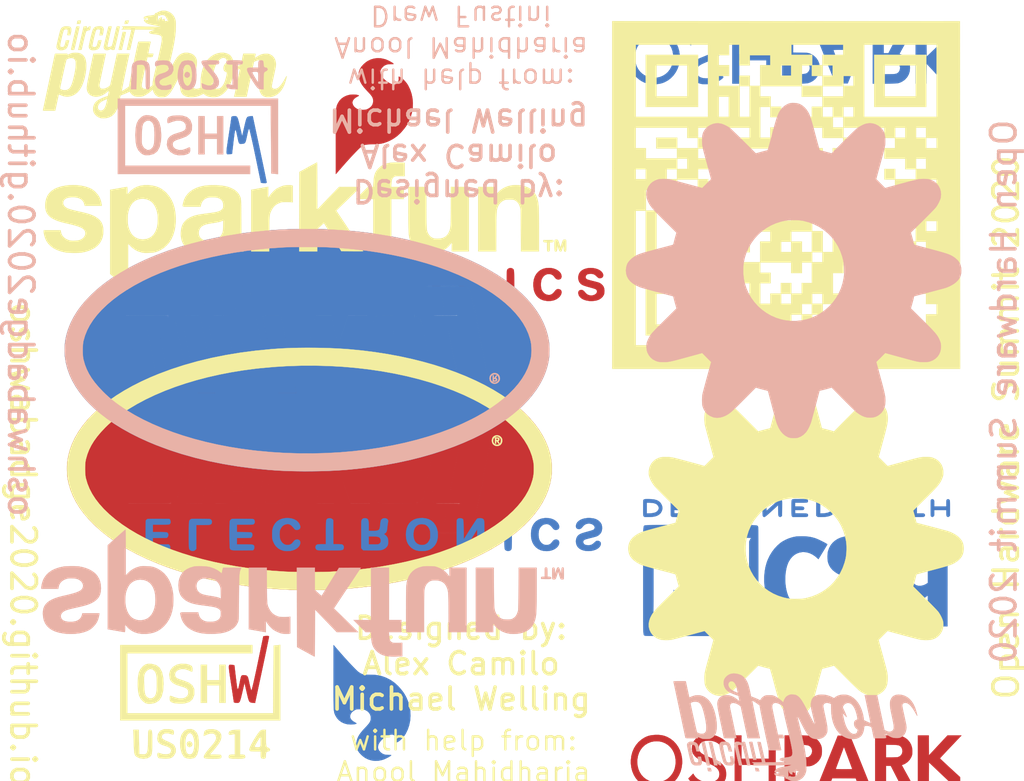
<source format=kicad_pcb>
(kicad_pcb (version 20171130) (host pcbnew 5.1.5-52549c5~84~ubuntu19.04.1)
  (layers (0 F.Cu signal hide) (31 B.Cu signal) (34 B.Paste user) (35 F.Paste user) (36 B.SilkS user) (37 F.SilkS user hide) (38 B.Mask user hide) (39 F.Mask user hide) (44 Edge.Cuts user))
  (net 0 "")
  (module Symbol:KiCad-Logo2_5mm_Copper (layer B.Cu) (at 117.52326 109.37748)
    (fp_text reference REF** hide)
    (fp_text value KiCad-Logo2_5mm_Copper hide)
    (fp_poly (pts (xy 6.228823 -2.274533) (xy 6.260202 -2.296776) (xy 6.287911 -2.324485) (xy 6.287911 -2.63392) (xy 6.287838 -2.725799) (xy 6.287495 -2.79784) (xy 6.286692 -2.85278) (xy 6.285241 -2.89336) (xy 6.282952 -2.922317) (xy 6.279636 -2.942391) (xy 6.275105 -2.956321) (xy 6.269169 -2.966845) (xy 6.264514 -2.9731) (xy 6.233783 -2.997673) (xy 6.198496 -3.000341) (xy 6.166245 -2.985271) (xy 6.155588 -2.976374) (xy 6.148464 -2.964557) (xy 6.144167 -2.945526) (xy 6.141991 -2.914992) (xy 6.141228 -2.868662) (xy 6.141155 -2.832871) (xy 6.141155 -2.698045) (xy 5.644444 -2.698045) (xy 5.644444 -2.8207) (xy 5.643931 -2.876787) (xy 5.641876 -2.915333) (xy 5.637508 -2.941361) (xy 5.630056 -2.959897) (xy 5.621047 -2.9731) (xy 5.590144 -2.997604) (xy 5.555196 -3.000506) (xy 5.521738 -2.983089) (xy 5.512604 -2.973959) (xy 5.506152 -2.961855) (xy 5.501897 -2.943001) (xy 5.499352 -2.91362) (xy 5.498029 -2.869937) (xy 5.497443 -2.808175) (xy 5.497375 -2.794) (xy 5.496891 -2.677631) (xy 5.496641 -2.581727) (xy 5.496723 -2.504177) (xy 5.497231 -2.442869) (xy 5.498262 -2.39569) (xy 5.499913 -2.36053) (xy 5.502279 -2.335276) (xy 5.505457 -2.317817) (xy 5.509544 -2.306041) (xy 5.514634 -2.297835) (xy 5.520266 -2.291645) (xy 5.552128 -2.271844) (xy 5.585357 -2.274533) (xy 5.616735 -2.296776) (xy 5.629433 -2.311126) (xy 5.637526 -2.326978) (xy 5.642042 -2.349554) (xy 5.644006 -2.384078) (xy 5.644444 -2.435776) (xy 5.644444 -2.551289) (xy 6.141155 -2.551289) (xy 6.141155 -2.432756) (xy 6.141662 -2.378148) (xy 6.143698 -2.341275) (xy 6.148035 -2.317307) (xy 6.155447 -2.301415) (xy 6.163733 -2.291645) (xy 6.195594 -2.271844) (xy 6.228823 -2.274533)) (layer B.Cu) (width 0.01))
    (fp_poly (pts (xy 4.963065 -2.269163) (xy 5.041772 -2.269542) (xy 5.102863 -2.270333) (xy 5.148817 -2.27167) (xy 5.182114 -2.273683) (xy 5.205236 -2.276506) (xy 5.220662 -2.280269) (xy 5.230871 -2.285105) (xy 5.235813 -2.288822) (xy 5.261457 -2.321358) (xy 5.264559 -2.355138) (xy 5.248711 -2.385826) (xy 5.238348 -2.398089) (xy 5.227196 -2.40645) (xy 5.211035 -2.411657) (xy 5.185642 -2.414457) (xy 5.146798 -2.415596) (xy 5.09028 -2.415821) (xy 5.07918 -2.415822) (xy 4.933244 -2.415822) (xy 4.933244 -2.686756) (xy 4.933148 -2.772154) (xy 4.932711 -2.837864) (xy 4.931712 -2.886774) (xy 4.929928 -2.921773) (xy 4.927137 -2.945749) (xy 4.923117 -2.961593) (xy 4.917645 -2.972191) (xy 4.910666 -2.980267) (xy 4.877734 -3.000112) (xy 4.843354 -2.998548) (xy 4.812176 -2.975906) (xy 4.809886 -2.9731) (xy 4.802429 -2.962492) (xy 4.796747 -2.950081) (xy 4.792601 -2.93285) (xy 4.78975 -2.907784) (xy 4.787954 -2.871867) (xy 4.786972 -2.822083) (xy 4.786564 -2.755417) (xy 4.786489 -2.679589) (xy 4.786489 -2.415822) (xy 4.647127 -2.415822) (xy 4.587322 -2.415418) (xy 4.545918 -2.41384) (xy 4.518748 -2.410547) (xy 4.501646 -2.404992) (xy 4.490443 -2.396631) (xy 4.489083 -2.395178) (xy 4.472725 -2.361939) (xy 4.474172 -2.324362) (xy 4.492978 -2.291645) (xy 4.50025 -2.285298) (xy 4.509627 -2.280266) (xy 4.523609 -2.276396) (xy 4.544696 -2.273537) (xy 4.575389 -2.271535) (xy 4.618189 -2.270239) (xy 4.675595 -2.269498) (xy 4.75011 -2.269158) (xy 4.844233 -2.269068) (xy 4.86426 -2.269067) (xy 4.963065 -2.269163)) (layer B.Cu) (width 0.01))
    (fp_poly (pts (xy 4.188614 -2.275877) (xy 4.212327 -2.290647) (xy 4.238978 -2.312227) (xy 4.238978 -2.633773) (xy 4.238893 -2.72783) (xy 4.238529 -2.801932) (xy 4.237724 -2.858704) (xy 4.236313 -2.900768) (xy 4.234133 -2.930748) (xy 4.231021 -2.951267) (xy 4.226814 -2.964949) (xy 4.221348 -2.974416) (xy 4.217472 -2.979082) (xy 4.186034 -2.999575) (xy 4.150233 -2.998739) (xy 4.118873 -2.981264) (xy 4.092222 -2.959684) (xy 4.092222 -2.312227) (xy 4.118873 -2.290647) (xy 4.144594 -2.274949) (xy 4.1656 -2.269067) (xy 4.188614 -2.275877)) (layer B.Cu) (width 0.01))
    (fp_poly (pts (xy 3.744665 -2.271034) (xy 3.764255 -2.278035) (xy 3.76501 -2.278377) (xy 3.791613 -2.298678) (xy 3.80627 -2.319561) (xy 3.809138 -2.329352) (xy 3.808996 -2.342361) (xy 3.804961 -2.360895) (xy 3.796146 -2.387257) (xy 3.781669 -2.423752) (xy 3.760645 -2.472687) (xy 3.732188 -2.536365) (xy 3.695415 -2.617093) (xy 3.675175 -2.661216) (xy 3.638625 -2.739985) (xy 3.604315 -2.812423) (xy 3.573552 -2.87588) (xy 3.547648 -2.927708) (xy 3.52791 -2.965259) (xy 3.51565 -2.985884) (xy 3.513224 -2.988733) (xy 3.482183 -3.001302) (xy 3.447121 -2.999619) (xy 3.419 -2.984332) (xy 3.417854 -2.983089) (xy 3.406668 -2.966154) (xy 3.387904 -2.93317) (xy 3.363875 -2.88838) (xy 3.336897 -2.836032) (xy 3.327201 -2.816742) (xy 3.254014 -2.67015) (xy 3.17424 -2.829393) (xy 3.145767 -2.884415) (xy 3.11935 -2.932132) (xy 3.097148 -2.968893) (xy 3.081319 -2.991044) (xy 3.075954 -2.995741) (xy 3.034257 -3.002102) (xy 2.999849 -2.988733) (xy 2.989728 -2.974446) (xy 2.972214 -2.942692) (xy 2.948735 -2.896597) (xy 2.92072 -2.839285) (xy 2.889599 -2.77388) (xy 2.856799 -2.703507) (xy 2.82375 -2.631291) (xy 2.791881 -2.560355) (xy 2.762619 -2.493825) (xy 2.737395 -2.434826) (xy 2.717636 -2.386481) (xy 2.704772 -2.351915) (xy 2.700231 -2.334253) (xy 2.700277 -2.333613) (xy 2.711326 -2.311388) (xy 2.73341 -2.288753) (xy 2.73471 -2.287768) (xy 2.761853 -2.272425) (xy 2.786958 -2.272574) (xy 2.796368 -2.275466) (xy 2.807834 -2.281718) (xy 2.82001 -2.294014) (xy 2.834357 -2.314908) (xy 2.852336 -2.346949) (xy 2.875407 -2.392688) (xy 2.90503 -2.454677) (xy 2.931745 -2.511898) (xy 2.96248 -2.578226) (xy 2.990021 -2.637874) (xy 3.012938 -2.687725) (xy 3.029798 -2.724664) (xy 3.039173 -2.745573) (xy 3.04054 -2.748845) (xy 3.046689 -2.743497) (xy 3.060822 -2.721109) (xy 3.081057 -2.684946) (xy 3.105515 -2.638277) (xy 3.115248 -2.619022) (xy 3.148217 -2.554004) (xy 3.173643 -2.506654) (xy 3.193612 -2.474219) (xy 3.21021 -2.453946) (xy 3.225524 -2.443082) (xy 3.24164 -2.438875) (xy 3.252143 -2.4384) (xy 3.27067 -2.440042) (xy 3.286904 -2.446831) (xy 3.303035 -2.461566) (xy 3.321251 -2.487044) (xy 3.343739 -2.526061) (xy 3.372689 -2.581414) (xy 3.388662 -2.612903) (xy 3.41457 -2.663087) (xy 3.437167 -2.704704) (xy 3.454458 -2.734242) (xy 3.46445 -2.748189) (xy 3.465809 -2.74877) (xy 3.472261 -2.737793) (xy 3.486708 -2.70929) (xy 3.507703 -2.666244) (xy 3.533797 -2.611638) (xy 3.563546 -2.548454) (xy 3.57818 -2.517071) (xy 3.61625 -2.436078) (xy 3.646905 -2.373756) (xy 3.671737 -2.328071) (xy 3.692337 -2.296989) (xy 3.710298 -2.278478) (xy 3.72721 -2.270504) (xy 3.744665 -2.271034)) (layer B.Cu) (width 0.01))
    (fp_poly (pts (xy 1.018309 -2.269275) (xy 1.147288 -2.273636) (xy 1.256991 -2.286861) (xy 1.349226 -2.309741) (xy 1.425802 -2.34307) (xy 1.488527 -2.387638) (xy 1.539212 -2.444236) (xy 1.579663 -2.513658) (xy 1.580459 -2.515351) (xy 1.604601 -2.577483) (xy 1.613203 -2.632509) (xy 1.606231 -2.687887) (xy 1.583654 -2.751073) (xy 1.579372 -2.760689) (xy 1.550172 -2.816966) (xy 1.517356 -2.860451) (xy 1.475002 -2.897417) (xy 1.41719 -2.934135) (xy 1.413831 -2.936052) (xy 1.363504 -2.960227) (xy 1.306621 -2.978282) (xy 1.239527 -2.990839) (xy 1.158565 -2.998522) (xy 1.060082 -3.001953) (xy 1.025286 -3.002251) (xy 0.859594 -3.002845) (xy 0.836197 -2.9731) (xy 0.829257 -2.963319) (xy 0.823842 -2.951897) (xy 0.819765 -2.936095) (xy 0.816837 -2.913175) (xy 0.814867 -2.880396) (xy 0.814225 -2.856089) (xy 0.970844 -2.856089) (xy 1.064726 -2.856089) (xy 1.119664 -2.854483) (xy 1.17606 -2.850255) (xy 1.222345 -2.844292) (xy 1.225139 -2.84379) (xy 1.307348 -2.821736) (xy 1.371114 -2.7886) (xy 1.418452 -2.742847) (xy 1.451382 -2.682939) (xy 1.457108 -2.667061) (xy 1.462721 -2.642333) (xy 1.460291 -2.617902) (xy 1.448467 -2.5854) (xy 1.44134 -2.569434) (xy 1.418 -2.527006) (xy 1.38988 -2.49724) (xy 1.35894 -2.476511) (xy 1.296966 -2.449537) (xy 1.217651 -2.429998) (xy 1.125253 -2.418746) (xy 1.058333 -2.41627) (xy 0.970844 -2.415822) (xy 0.970844 -2.856089) (xy 0.814225 -2.856089) (xy 0.813668 -2.835021) (xy 0.81305 -2.774311) (xy 0.812825 -2.695526) (xy 0.8128 -2.63392) (xy 0.8128 -2.324485) (xy 0.840509 -2.296776) (xy 0.852806 -2.285544) (xy 0.866103 -2.277853) (xy 0.884672 -2.27304) (xy 0.912786 -2.270446) (xy 0.954717 -2.26941) (xy 1.014737 -2.26927) (xy 1.018309 -2.269275)) (layer B.Cu) (width 0.01))
    (fp_poly (pts (xy 0.230343 -2.26926) (xy 0.306701 -2.270174) (xy 0.365217 -2.272311) (xy 0.408255 -2.276175) (xy 0.438183 -2.282267) (xy 0.457368 -2.29109) (xy 0.468176 -2.303146) (xy 0.472973 -2.318939) (xy 0.474127 -2.33897) (xy 0.474133 -2.341335) (xy 0.473131 -2.363992) (xy 0.468396 -2.381503) (xy 0.457333 -2.394574) (xy 0.437348 -2.403913) (xy 0.405846 -2.410227) (xy 0.360232 -2.414222) (xy 0.297913 -2.416606) (xy 0.216293 -2.418086) (xy 0.191277 -2.418414) (xy -0.0508 -2.421467) (xy -0.054186 -2.486378) (xy -0.057571 -2.551289) (xy 0.110576 -2.551289) (xy 0.176266 -2.551531) (xy 0.223172 -2.552556) (xy 0.255083 -2.554811) (xy 0.275791 -2.558742) (xy 0.289084 -2.564798) (xy 0.298755 -2.573424) (xy 0.298817 -2.573493) (xy 0.316356 -2.607112) (xy 0.315722 -2.643448) (xy 0.297314 -2.674423) (xy 0.293671 -2.677607) (xy 0.280741 -2.685812) (xy 0.263024 -2.691521) (xy 0.23657 -2.695162) (xy 0.197432 -2.697167) (xy 0.141662 -2.697964) (xy 0.105994 -2.698045) (xy -0.056445 -2.698045) (xy -0.056445 -2.856089) (xy 0.190161 -2.856089) (xy 0.27158 -2.856231) (xy 0.33341 -2.856814) (xy 0.378637 -2.858068) (xy 0.410248 -2.860227) (xy 0.431231 -2.863523) (xy 0.444573 -2.868189) (xy 0.453261 -2.874457) (xy 0.45545 -2.876733) (xy 0.471614 -2.90828) (xy 0.472797 -2.944168) (xy 0.459536 -2.975285) (xy 0.449043 -2.985271) (xy 0.438129 -2.990769) (xy 0.421217 -2.995022) (xy 0.395633 -2.99818) (xy 0.358701 -3.000392) (xy 0.307746 -3.001806) (xy 0.240094 -3.002572) (xy 0.153069 -3.002838) (xy 0.133394 -3.002845) (xy 0.044911 -3.002787) (xy -0.023773 -3.002467) (xy -0.075436 -3.001667) (xy -0.112855 -3.000167) (xy -0.13881 -2.997749) (xy -0.156078 -2.994194) (xy -0.167438 -2.989282) (xy -0.175668 -2.982795) (xy -0.180183 -2.978138) (xy -0.186979 -2.969889) (xy -0.192288 -2.959669) (xy -0.196294 -2.9448) (xy -0.199179 -2.922602) (xy -0.201126 -2.890393) (xy -0.202319 -2.845496) (xy -0.202939 -2.785228) (xy -0.203171 -2.706911) (xy -0.2032 -2.640994) (xy -0.203129 -2.548628) (xy -0.202792 -2.476117) (xy -0.202002 -2.420737) (xy -0.200574 -2.379765) (xy -0.198321 -2.350478) (xy -0.195057 -2.330153) (xy -0.190596 -2.316066) (xy -0.184752 -2.305495) (xy -0.179803 -2.298811) (xy -0.156406 -2.269067) (xy 0.133774 -2.269067) (xy 0.230343 -2.26926)) (layer B.Cu) (width 0.01))
    (fp_poly (pts (xy -1.300114 -2.273448) (xy -1.276548 -2.287273) (xy -1.245735 -2.309881) (xy -1.206078 -2.342338) (xy -1.15598 -2.385708) (xy -1.093843 -2.441058) (xy -1.018072 -2.509451) (xy -0.931334 -2.588084) (xy -0.750711 -2.751878) (xy -0.745067 -2.532029) (xy -0.743029 -2.456351) (xy -0.741063 -2.399994) (xy -0.738734 -2.359706) (xy -0.735606 -2.332235) (xy -0.731245 -2.314329) (xy -0.725216 -2.302737) (xy -0.717084 -2.294208) (xy -0.712772 -2.290623) (xy -0.678241 -2.27167) (xy -0.645383 -2.274441) (xy -0.619318 -2.290633) (xy -0.592667 -2.312199) (xy -0.589352 -2.627151) (xy -0.588435 -2.719779) (xy -0.587968 -2.792544) (xy -0.588113 -2.848161) (xy -0.589032 -2.889342) (xy -0.590887 -2.918803) (xy -0.593839 -2.939255) (xy -0.59805 -2.953413) (xy -0.603682 -2.963991) (xy -0.609927 -2.972474) (xy -0.623439 -2.988207) (xy -0.636883 -2.998636) (xy -0.652124 -3.002639) (xy -0.671026 -2.999094) (xy -0.695455 -2.986879) (xy -0.727273 -2.964871) (xy -0.768348 -2.931949) (xy -0.820542 -2.886991) (xy -0.885722 -2.828875) (xy -0.959556 -2.762099) (xy -1.224845 -2.521458) (xy -1.230489 -2.740589) (xy -1.232531 -2.816128) (xy -1.234502 -2.872354) (xy -1.236839 -2.912524) (xy -1.239981 -2.939896) (xy -1.244364 -2.957728) (xy -1.250424 -2.969279) (xy -1.2586 -2.977807) (xy -1.262784 -2.981282) (xy -1.299765 -3.000372) (xy -1.334708 -2.997493) (xy -1.365136 -2.9731) (xy -1.372097 -2.963286) (xy -1.377523 -2.951826) (xy -1.381603 -2.935968) (xy -1.384529 -2.912963) (xy -1.386492 -2.880062) (xy -1.387683 -2.834516) (xy -1.388292 -2.773573) (xy -1.388511 -2.694486) (xy -1.388534 -2.635956) (xy -1.38846 -2.544407) (xy -1.388113 -2.472687) (xy -1.387301 -2.418045) (xy -1.385833 -2.377732) (xy -1.383519 -2.348998) (xy -1.380167 -2.329093) (xy -1.375588 -2.315268) (xy -1.369589 -2.304772) (xy -1.365136 -2.298811) (xy -1.35385 -2.284691) (xy -1.343301 -2.274029) (xy -1.331893 -2.267892) (xy -1.31803 -2.267343) (xy -1.300114 -2.273448)) (layer B.Cu) (width 0.01))
    (fp_poly (pts (xy -1.950081 -2.274599) (xy -1.881565 -2.286095) (xy -1.828943 -2.303967) (xy -1.794708 -2.327499) (xy -1.785379 -2.340924) (xy -1.775893 -2.372148) (xy -1.782277 -2.400395) (xy -1.80243 -2.427182) (xy -1.833745 -2.439713) (xy -1.879183 -2.438696) (xy -1.914326 -2.431906) (xy -1.992419 -2.418971) (xy -2.072226 -2.417742) (xy -2.161555 -2.428241) (xy -2.186229 -2.43269) (xy -2.269291 -2.456108) (xy -2.334273 -2.490945) (xy -2.380461 -2.536604) (xy -2.407145 -2.592494) (xy -2.412663 -2.621388) (xy -2.409051 -2.680012) (xy -2.385729 -2.731879) (xy -2.344824 -2.775978) (xy -2.288459 -2.811299) (xy -2.21876 -2.836829) (xy -2.137852 -2.851559) (xy -2.04786 -2.854478) (xy -1.95091 -2.844575) (xy -1.945436 -2.843641) (xy -1.906875 -2.836459) (xy -1.885494 -2.829521) (xy -1.876227 -2.819227) (xy -1.874006 -2.801976) (xy -1.873956 -2.792841) (xy -1.873956 -2.754489) (xy -1.942431 -2.754489) (xy -2.0029 -2.750347) (xy -2.044165 -2.737147) (xy -2.068175 -2.71373) (xy -2.076877 -2.678936) (xy -2.076983 -2.674394) (xy -2.071892 -2.644654) (xy -2.054433 -2.623419) (xy -2.021939 -2.609366) (xy -1.971743 -2.601173) (xy -1.923123 -2.598161) (xy -1.852456 -2.596433) (xy -1.801198 -2.59907) (xy -1.766239 -2.6088) (xy -1.74447 -2.628353) (xy -1.73278 -2.660456) (xy -1.72806 -2.707838) (xy -1.7272 -2.770071) (xy -1.728609 -2.839535) (xy -1.732848 -2.886786) (xy -1.739936 -2.912012) (xy -1.741311 -2.913988) (xy -1.780228 -2.945508) (xy -1.837286 -2.97047) (xy -1.908869 -2.98834) (xy -1.991358 -2.998586) (xy -2.081139 -3.000673) (xy -2.174592 -2.994068) (xy -2.229556 -2.985956) (xy -2.315766 -2.961554) (xy -2.395892 -2.921662) (xy -2.462977 -2.869887) (xy -2.473173 -2.859539) (xy -2.506302 -2.816035) (xy -2.536194 -2.762118) (xy -2.559357 -2.705592) (xy -2.572298 -2.654259) (xy -2.573858 -2.634544) (xy -2.567218 -2.593419) (xy -2.549568 -2.542252) (xy -2.524297 -2.488394) (xy -2.494789 -2.439195) (xy -2.468719 -2.406334) (xy -2.407765 -2.357452) (xy -2.328969 -2.318545) (xy -2.235157 -2.290494) (xy -2.12915 -2.274179) (xy -2.032 -2.270192) (xy -1.950081 -2.274599)) (layer B.Cu) (width 0.01))
    (fp_poly (pts (xy -2.923822 -2.291645) (xy -2.917242 -2.299218) (xy -2.912079 -2.308987) (xy -2.908164 -2.323571) (xy -2.905324 -2.345585) (xy -2.903387 -2.377648) (xy -2.902183 -2.422375) (xy -2.901539 -2.482385) (xy -2.901284 -2.560294) (xy -2.901245 -2.635956) (xy -2.901314 -2.729802) (xy -2.901638 -2.803689) (xy -2.902386 -2.860232) (xy -2.903732 -2.902049) (xy -2.905846 -2.931757) (xy -2.9089 -2.951973) (xy -2.913066 -2.965314) (xy -2.918516 -2.974398) (xy -2.923822 -2.980267) (xy -2.956826 -2.999947) (xy -2.991991 -2.998181) (xy -3.023455 -2.976717) (xy -3.030684 -2.968337) (xy -3.036334 -2.958614) (xy -3.040599 -2.944861) (xy -3.043673 -2.924389) (xy -3.045752 -2.894512) (xy -3.04703 -2.852541) (xy -3.047701 -2.795789) (xy -3.047959 -2.721567) (xy -3.048 -2.637537) (xy -3.048 -2.324485) (xy -3.020291 -2.296776) (xy -2.986137 -2.273463) (xy -2.953006 -2.272623) (xy -2.923822 -2.291645)) (layer B.Cu) (width 0.01))
    (fp_poly (pts (xy -3.691703 -2.270351) (xy -3.616888 -2.275581) (xy -3.547306 -2.28375) (xy -3.487002 -2.29455) (xy -3.44002 -2.307673) (xy -3.410406 -2.322813) (xy -3.40586 -2.327269) (xy -3.390054 -2.36185) (xy -3.394847 -2.397351) (xy -3.419364 -2.427725) (xy -3.420534 -2.428596) (xy -3.434954 -2.437954) (xy -3.450008 -2.442876) (xy -3.471005 -2.443473) (xy -3.503257 -2.439861) (xy -3.552073 -2.432154) (xy -3.556 -2.431505) (xy -3.628739 -2.422569) (xy -3.707217 -2.418161) (xy -3.785927 -2.418119) (xy -3.859361 -2.422279) (xy -3.922011 -2.430479) (xy -3.96837 -2.442557) (xy -3.971416 -2.443771) (xy -4.005048 -2.462615) (xy -4.016864 -2.481685) (xy -4.007614 -2.500439) (xy -3.978047 -2.518337) (xy -3.928911 -2.534837) (xy -3.860957 -2.549396) (xy -3.815645 -2.556406) (xy -3.721456 -2.569889) (xy -3.646544 -2.582214) (xy -3.587717 -2.594449) (xy -3.541785 -2.607661) (xy -3.505555 -2.622917) (xy -3.475838 -2.641285) (xy -3.449442 -2.663831) (xy -3.42823 -2.685971) (xy -3.403065 -2.716819) (xy -3.390681 -2.743345) (xy -3.386808 -2.776026) (xy -3.386667 -2.787995) (xy -3.389576 -2.827712) (xy -3.401202 -2.857259) (xy -3.421323 -2.883486) (xy -3.462216 -2.923576) (xy -3.507817 -2.954149) (xy -3.561513 -2.976203) (xy -3.626692 -2.990735) (xy -3.706744 -2.998741) (xy -3.805057 -3.001218) (xy -3.821289 -3.001177) (xy -3.886849 -2.999818) (xy -3.951866 -2.99673) (xy -4.009252 -2.992356) (xy -4.051922 -2.98714) (xy -4.055372 -2.986541) (xy -4.097796 -2.976491) (xy -4.13378 -2.963796) (xy -4.15415 -2.95219) (xy -4.173107 -2.921572) (xy -4.174427 -2.885918) (xy -4.158085 -2.854144) (xy -4.154429 -2.850551) (xy -4.139315 -2.839876) (xy -4.120415 -2.835276) (xy -4.091162 -2.836059) (xy -4.055651 -2.840127) (xy -4.01597 -2.843762) (xy -3.960345 -2.846828) (xy -3.895406 -2.849053) (xy -3.827785 -2.850164) (xy -3.81 -2.850237) (xy -3.742128 -2.849964) (xy -3.692454 -2.848646) (xy -3.65661 -2.845827) (xy -3.630224 -2.84105) (xy -3.608926 -2.833857) (xy -3.596126 -2.827867) (xy -3.568 -2.811233) (xy -3.550068 -2.796168) (xy -3.547447 -2.791897) (xy -3.552976 -2.774263) (xy -3.57926 -2.757192) (xy -3.624478 -2.741458) (xy -3.686808 -2.727838) (xy -3.705171 -2.724804) (xy -3.80109 -2.709738) (xy -3.877641 -2.697146) (xy -3.93778 -2.686111) (xy -3.98446 -2.67572) (xy -4.020637 -2.665056) (xy -4.049265 -2.653205) (xy -4.073298 -2.639251) (xy -4.095692 -2.622281) (xy -4.119402 -2.601378) (xy -4.12738 -2.594049) (xy -4.155353 -2.566699) (xy -4.17016 -2.545029) (xy -4.175952 -2.520232) (xy -4.176889 -2.488983) (xy -4.166575 -2.427705) (xy -4.135752 -2.37564) (xy -4.084595 -2.332958) (xy -4.013283 -2.299825) (xy -3.9624 -2.284964) (xy -3.9071 -2.275366) (xy -3.840853 -2.269936) (xy -3.767706 -2.268367) (xy -3.691703 -2.270351)) (layer B.Cu) (width 0.01))
    (fp_poly (pts (xy -4.712794 -2.269146) (xy -4.643386 -2.269518) (xy -4.590997 -2.270385) (xy -4.552847 -2.271946) (xy -4.526159 -2.274403) (xy -4.508153 -2.277957) (xy -4.496049 -2.28281) (xy -4.487069 -2.289161) (xy -4.483818 -2.292084) (xy -4.464043 -2.323142) (xy -4.460482 -2.358828) (xy -4.473491 -2.39051) (xy -4.479506 -2.396913) (xy -4.489235 -2.403121) (xy -4.504901 -2.40791) (xy -4.529408 -2.411514) (xy -4.565661 -2.414164) (xy -4.616565 -2.416095) (xy -4.685026 -2.417539) (xy -4.747617 -2.418418) (xy -4.995334 -2.421467) (xy -4.998719 -2.486378) (xy -5.002105 -2.551289) (xy -4.833958 -2.551289) (xy -4.760959 -2.551919) (xy -4.707517 -2.554553) (xy -4.670628 -2.560309) (xy -4.647288 -2.570304) (xy -4.634494 -2.585656) (xy -4.629242 -2.607482) (xy -4.628445 -2.627738) (xy -4.630923 -2.652592) (xy -4.640277 -2.670906) (xy -4.659383 -2.683637) (xy -4.691118 -2.691741) (xy -4.738359 -2.696176) (xy -4.803983 -2.697899) (xy -4.839801 -2.698045) (xy -5.000978 -2.698045) (xy -5.000978 -2.856089) (xy -4.752622 -2.856089) (xy -4.671213 -2.856202) (xy -4.609342 -2.856712) (xy -4.563968 -2.85787) (xy -4.532054 -2.85993) (xy -4.510559 -2.863146) (xy -4.496443 -2.867772) (xy -4.486668 -2.874059) (xy -4.481689 -2.878667) (xy -4.46461 -2.90556) (xy -4.459111 -2.929467) (xy -4.466963 -2.958667) (xy -4.481689 -2.980267) (xy -4.489546 -2.987066) (xy -4.499688 -2.992346) (xy -4.514844 -2.996298) (xy -4.537741 -2.999113) (xy -4.571109 -3.000982) (xy -4.617675 -3.002098) (xy -4.680167 -3.002651) (xy -4.761314 -3.002833) (xy -4.803422 -3.002845) (xy -4.893598 -3.002765) (xy -4.963924 -3.002398) (xy -5.017129 -3.001552) (xy -5.05594 -3.000036) (xy -5.083087 -2.997659) (xy -5.101298 -2.994229) (xy -5.1133 -2.989554) (xy -5.121822 -2.983444) (xy -5.125156 -2.980267) (xy -5.131755 -2.97267) (xy -5.136927 -2.96287) (xy -5.140846 -2.948239) (xy -5.143684 -2.926152) (xy -5.145615 -2.893982) (xy -5.146812 -2.849103) (xy -5.147448 -2.788889) (xy -5.147697 -2.710713) (xy -5.147734 -2.637923) (xy -5.1477 -2.544707) (xy -5.147465 -2.471431) (xy -5.14683 -2.415458) (xy -5.145594 -2.374151) (xy -5.143556 -2.344872) (xy -5.140517 -2.324984) (xy -5.136277 -2.31185) (xy -5.130635 -2.302832) (xy -5.123391 -2.295293) (xy -5.121606 -2.293612) (xy -5.112945 -2.286172) (xy -5.102882 -2.280409) (xy -5.088625 -2.276112) (xy -5.067383 -2.273064) (xy -5.036364 -2.271051) (xy -4.992777 -2.26986) (xy -4.933831 -2.269275) (xy -4.856734 -2.269083) (xy -4.802001 -2.269067) (xy -4.712794 -2.269146)) (layer B.Cu) (width 0.01))
    (fp_poly (pts (xy -6.121371 -2.269066) (xy -6.081889 -2.269467) (xy -5.9662 -2.272259) (xy -5.869311 -2.28055) (xy -5.787919 -2.295232) (xy -5.718723 -2.317193) (xy -5.65842 -2.347322) (xy -5.603708 -2.38651) (xy -5.584167 -2.403532) (xy -5.55175 -2.443363) (xy -5.52252 -2.497413) (xy -5.499991 -2.557323) (xy -5.487679 -2.614739) (xy -5.4864 -2.635956) (xy -5.494417 -2.694769) (xy -5.515899 -2.759013) (xy -5.546999 -2.819821) (xy -5.583866 -2.86833) (xy -5.589854 -2.874182) (xy -5.640579 -2.915321) (xy -5.696125 -2.947435) (xy -5.759696 -2.971365) (xy -5.834494 -2.987953) (xy -5.923722 -2.998041) (xy -6.030582 -3.002469) (xy -6.079528 -3.002845) (xy -6.141762 -3.002545) (xy -6.185528 -3.001292) (xy -6.214931 -2.998554) (xy -6.234079 -2.993801) (xy -6.247077 -2.986501) (xy -6.254045 -2.980267) (xy -6.260626 -2.972694) (xy -6.265788 -2.962924) (xy -6.269703 -2.94834) (xy -6.272543 -2.926326) (xy -6.27448 -2.894264) (xy -6.275684 -2.849536) (xy -6.276328 -2.789526) (xy -6.276583 -2.711617) (xy -6.276622 -2.635956) (xy -6.27687 -2.535041) (xy -6.276817 -2.454427) (xy -6.275857 -2.415822) (xy -6.129867 -2.415822) (xy -6.129867 -2.856089) (xy -6.036734 -2.856004) (xy -5.980693 -2.854396) (xy -5.921999 -2.850256) (xy -5.873028 -2.844464) (xy -5.871538 -2.844226) (xy -5.792392 -2.82509) (xy -5.731002 -2.795287) (xy -5.684305 -2.752878) (xy -5.654635 -2.706961) (xy -5.636353 -2.656026) (xy -5.637771 -2.6082) (xy -5.658988 -2.556933) (xy -5.700489 -2.503899) (xy -5.757998 -2.4646) (xy -5.83275 -2.438331) (xy -5.882708 -2.429035) (xy -5.939416 -2.422507) (xy -5.999519 -2.417782) (xy -6.050639 -2.415817) (xy -6.053667 -2.415808) (xy -6.129867 -2.415822) (xy -6.275857 -2.415822) (xy -6.27526 -2.391851) (xy -6.270998 -2.345055) (xy -6.26283 -2.311778) (xy -6.249556 -2.289759) (xy -6.229974 -2.276739) (xy -6.202883 -2.270457) (xy -6.167082 -2.268653) (xy -6.121371 -2.269066)) (layer B.Cu) (width 0.01))
    (fp_poly (pts (xy -2.273043 2.973429) (xy -2.176768 2.949191) (xy -2.090184 2.906359) (xy -2.015373 2.846581) (xy -1.954418 2.771506) (xy -1.909399 2.68278) (xy -1.883136 2.58647) (xy -1.877286 2.489205) (xy -1.89214 2.395346) (xy -1.92584 2.307489) (xy -1.976528 2.22823) (xy -2.042345 2.160164) (xy -2.121434 2.105888) (xy -2.211934 2.067998) (xy -2.2632 2.055574) (xy -2.307698 2.048053) (xy -2.341999 2.045081) (xy -2.37496 2.046906) (xy -2.415434 2.053775) (xy -2.448531 2.06075) (xy -2.541947 2.092259) (xy -2.625619 2.143383) (xy -2.697665 2.212571) (xy -2.7562 2.298272) (xy -2.770148 2.325511) (xy -2.786586 2.361878) (xy -2.796894 2.392418) (xy -2.80246 2.42455) (xy -2.804669 2.465693) (xy -2.804948 2.511778) (xy -2.800861 2.596135) (xy -2.787446 2.665414) (xy -2.762256 2.726039) (xy -2.722846 2.784433) (xy -2.684298 2.828698) (xy -2.612406 2.894516) (xy -2.537313 2.939947) (xy -2.454562 2.96715) (xy -2.376928 2.977424) (xy -2.273043 2.973429)) (layer B.Cu) (width 0.01))
    (fp_poly (pts (xy 6.186507 0.527755) (xy 6.186526 0.293338) (xy 6.186552 0.080397) (xy 6.186625 -0.112168) (xy 6.186782 -0.285459) (xy 6.187064 -0.440576) (xy 6.187509 -0.57862) (xy 6.188156 -0.700692) (xy 6.189045 -0.807894) (xy 6.190213 -0.901326) (xy 6.191701 -0.98209) (xy 6.193546 -1.051286) (xy 6.195789 -1.110015) (xy 6.198469 -1.159379) (xy 6.201623 -1.200478) (xy 6.205292 -1.234413) (xy 6.209513 -1.262286) (xy 6.214327 -1.285198) (xy 6.219773 -1.304249) (xy 6.225888 -1.32054) (xy 6.232712 -1.335173) (xy 6.240285 -1.349249) (xy 6.248645 -1.363868) (xy 6.253839 -1.372974) (xy 6.288104 -1.433689) (xy 5.429955 -1.433689) (xy 5.429955 -1.337733) (xy 5.429224 -1.29437) (xy 5.427272 -1.261205) (xy 5.424463 -1.243424) (xy 5.423221 -1.241778) (xy 5.411799 -1.248662) (xy 5.389084 -1.266505) (xy 5.366385 -1.285879) (xy 5.3118 -1.326614) (xy 5.242321 -1.367617) (xy 5.16527 -1.405123) (xy 5.087965 -1.435364) (xy 5.057113 -1.445012) (xy 4.988616 -1.459578) (xy 4.905764 -1.469539) (xy 4.816371 -1.474583) (xy 4.728248 -1.474396) (xy 4.649207 -1.468666) (xy 4.611511 -1.462858) (xy 4.473414 -1.424797) (xy 4.346113 -1.367073) (xy 4.230292 -1.290211) (xy 4.126637 -1.194739) (xy 4.035833 -1.081179) (xy 3.969031 -0.970381) (xy 3.914164 -0.853625) (xy 3.872163 -0.734276) (xy 3.842167 -0.608283) (xy 3.823311 -0.471594) (xy 3.814732 -0.320158) (xy 3.814006 -0.242711) (xy 3.8161 -0.185934) (xy 4.645217 -0.185934) (xy 4.645424 -0.279002) (xy 4.648337 -0.366692) (xy 4.654 -0.443772) (xy 4.662455 -0.505009) (xy 4.665038 -0.51735) (xy 4.69684 -0.624633) (xy 4.738498 -0.711658) (xy 4.790363 -0.778642) (xy 4.852781 -0.825805) (xy 4.9261 -0.853365) (xy 5.010669 -0.861541) (xy 5.106835 -0.850551) (xy 5.170311 -0.834829) (xy 5.219454 -0.816639) (xy 5.273583 -0.790791) (xy 5.314244 -0.767089) (xy 5.3848 -0.720721) (xy 5.3848 0.42947) (xy 5.317392 0.473038) (xy 5.238867 0.51396) (xy 5.154681 0.540611) (xy 5.069557 0.552535) (xy 4.988216 0.549278) (xy 4.91538 0.530385) (xy 4.883426 0.514816) (xy 4.825501 0.471819) (xy 4.776544 0.415047) (xy 4.73539 0.342425) (xy 4.700874 0.251879) (xy 4.671833 0.141334) (xy 4.670552 0.135467) (xy 4.660381 0.073212) (xy 4.652739 -0.004594) (xy 4.64767 -0.09272) (xy 4.645217 -0.185934) (xy 3.8161 -0.185934) (xy 3.821857 -0.029895) (xy 3.843802 0.165941) (xy 3.879786 0.344668) (xy 3.929759 0.506155) (xy 3.993668 0.650274) (xy 4.071462 0.776894) (xy 4.163089 0.885885) (xy 4.268497 0.977117) (xy 4.313662 1.008068) (xy 4.414611 1.064215) (xy 4.517901 1.103826) (xy 4.627989 1.127986) (xy 4.74933 1.137781) (xy 4.841836 1.136735) (xy 4.97149 1.125769) (xy 5.084084 1.103954) (xy 5.182875 1.070286) (xy 5.271121 1.023764) (xy 5.319986 0.989552) (xy 5.349353 0.967638) (xy 5.371043 0.952667) (xy 5.379253 0.948267) (xy 5.380868 0.959096) (xy 5.382159 0.989749) (xy 5.383138 1.037474) (xy 5.383817 1.099521) (xy 5.38421 1.173138) (xy 5.38433 1.255573) (xy 5.384188 1.344075) (xy 5.383797 1.435893) (xy 5.383171 1.528276) (xy 5.38232 1.618472) (xy 5.38126 1.703729) (xy 5.380001 1.781297) (xy 5.378556 1.848424) (xy 5.376938 1.902359) (xy 5.375161 1.94035) (xy 5.374669 1.947333) (xy 5.367092 2.017749) (xy 5.355531 2.072898) (xy 5.337792 2.120019) (xy 5.311682 2.166353) (xy 5.305415 2.175933) (xy 5.280983 2.212622) (xy 6.186311 2.212622) (xy 6.186507 0.527755)) (layer B.Cu) (width 0.01))
    (fp_poly (pts (xy 2.673574 1.133448) (xy 2.825492 1.113433) (xy 2.960756 1.079798) (xy 3.080239 1.032275) (xy 3.184815 0.970595) (xy 3.262424 0.907035) (xy 3.331265 0.832901) (xy 3.385006 0.753129) (xy 3.42791 0.660909) (xy 3.443384 0.617839) (xy 3.456244 0.578858) (xy 3.467446 0.542711) (xy 3.47712 0.507566) (xy 3.485396 0.47159) (xy 3.492403 0.43295) (xy 3.498272 0.389815) (xy 3.503131 0.340351) (xy 3.50711 0.282727) (xy 3.51034 0.215109) (xy 3.512949 0.135666) (xy 3.515067 0.042564) (xy 3.516824 -0.066027) (xy 3.518349 -0.191942) (xy 3.519772 -0.337012) (xy 3.521025 -0.479778) (xy 3.522351 -0.635968) (xy 3.523556 -0.771239) (xy 3.524766 -0.887246) (xy 3.526106 -0.985645) (xy 3.5277 -1.068093) (xy 3.529675 -1.136246) (xy 3.532156 -1.19176) (xy 3.535269 -1.236292) (xy 3.539138 -1.271498) (xy 3.543889 -1.299034) (xy 3.549648 -1.320556) (xy 3.556539 -1.337722) (xy 3.564689 -1.352186) (xy 3.574223 -1.365606) (xy 3.585266 -1.379638) (xy 3.589566 -1.385071) (xy 3.605386 -1.40791) (xy 3.612422 -1.423463) (xy 3.612444 -1.423922) (xy 3.601567 -1.426121) (xy 3.570582 -1.428147) (xy 3.521957 -1.429942) (xy 3.458163 -1.431451) (xy 3.381669 -1.432616) (xy 3.294944 -1.43338) (xy 3.200457 -1.433686) (xy 3.18955 -1.433689) (xy 2.766657 -1.433689) (xy 2.763395 -1.337622) (xy 2.760133 -1.241556) (xy 2.698044 -1.292543) (xy 2.600714 -1.360057) (xy 2.490813 -1.414749) (xy 2.404349 -1.444978) (xy 2.335278 -1.459666) (xy 2.251925 -1.469659) (xy 2.162159 -1.474646) (xy 2.073845 -1.474313) (xy 1.994851 -1.468351) (xy 1.958622 -1.462638) (xy 1.818603 -1.424776) (xy 1.692178 -1.369932) (xy 1.58026 -1.298924) (xy 1.483762 -1.212568) (xy 1.4036 -1.111679) (xy 1.340687 -0.997076) (xy 1.296312 -0.870984) (xy 1.283978 -0.814401) (xy 1.276368 -0.752202) (xy 1.272739 -0.677363) (xy 1.272245 -0.643467) (xy 1.27231 -0.640282) (xy 2.032248 -0.640282) (xy 2.041541 -0.715333) (xy 2.069728 -0.77916) (xy 2.118197 -0.834798) (xy 2.123254 -0.839211) (xy 2.171548 -0.874037) (xy 2.223257 -0.89662) (xy 2.283989 -0.90854) (xy 2.359352 -0.911383) (xy 2.377459 -0.910978) (xy 2.431278 -0.908325) (xy 2.471308 -0.902909) (xy 2.506324 -0.892745) (xy 2.545103 -0.87585) (xy 2.555745 -0.870672) (xy 2.616396 -0.834844) (xy 2.663215 -0.792212) (xy 2.675952 -0.776973) (xy 2.720622 -0.720462) (xy 2.720622 -0.524586) (xy 2.720086 -0.445939) (xy 2.718396 -0.387988) (xy 2.715428 -0.348875) (xy 2.711057 -0.326741) (xy 2.706972 -0.320274) (xy 2.691047 -0.317111) (xy 2.657264 -0.314488) (xy 2.61034 -0.312655) (xy 2.554993 -0.311857) (xy 2.546106 -0.311842) (xy 2.42533 -0.317096) (xy 2.32266 -0.333263) (xy 2.236106 -0.360961) (xy 2.163681 -0.400808) (xy 2.108751 -0.447758) (xy 2.064204 -0.505645) (xy 2.03948 -0.568693) (xy 2.032248 -0.640282) (xy 1.27231 -0.640282) (xy 1.274178 -0.549712) (xy 1.282522 -0.470812) (xy 1.298768 -0.39959) (xy 1.324405 -0.328864) (xy 1.348401 -0.276493) (xy 1.40702 -0.181196) (xy 1.485117 -0.09317) (xy 1.580315 -0.014017) (xy 1.690238 0.05466) (xy 1.81251 0.111259) (xy 1.944755 0.154179) (xy 2.009422 0.169118) (xy 2.145604 0.191223) (xy 2.294049 0.205806) (xy 2.445505 0.212187) (xy 2.572064 0.210555) (xy 2.73395 0.203776) (xy 2.72653 0.262755) (xy 2.707238 0.361908) (xy 2.676104 0.442628) (xy 2.632269 0.505534) (xy 2.574871 0.551244) (xy 2.503048 0.580378) (xy 2.415941 0.593553) (xy 2.312686 0.591389) (xy 2.274711 0.587388) (xy 2.13352 0.56222) (xy 1.996707 0.521186) (xy 1.902178 0.483185) (xy 1.857018 0.46381) (xy 1.818585 0.44824) (xy 1.792234 0.438595) (xy 1.784546 0.436548) (xy 1.774802 0.445626) (xy 1.758083 0.474595) (xy 1.734232 0.523783) (xy 1.703093 0.593516) (xy 1.664507 0.684121) (xy 1.65791 0.699911) (xy 1.627853 0.772228) (xy 1.600874 0.837575) (xy 1.578136 0.893094) (xy 1.560806 0.935928) (xy 1.550048 0.963219) (xy 1.546941 0.972058) (xy 1.55694 0.976813) (xy 1.583217 0.98209) (xy 1.611489 0.985769) (xy 1.641646 0.990526) (xy 1.689433 0.999972) (xy 1.750612 1.01318) (xy 1.820946 1.029224) (xy 1.896194 1.04718) (xy 1.924755 1.054203) (xy 2.029816 1.079791) (xy 2.11748 1.099853) (xy 2.192068 1.115031) (xy 2.257903 1.125965) (xy 2.319307 1.133296) (xy 2.380602 1.137665) (xy 2.44611 1.139713) (xy 2.504128 1.140111) (xy 2.673574 1.133448)) (layer B.Cu) (width 0.01))
    (fp_poly (pts (xy -2.9464 2.510946) (xy -2.935535 2.397007) (xy -2.903918 2.289384) (xy -2.853015 2.190385) (xy -2.784293 2.102316) (xy -2.699219 2.027484) (xy -2.602232 1.969616) (xy -2.495964 1.929995) (xy -2.38895 1.911427) (xy -2.2833 1.912566) (xy -2.181125 1.93207) (xy -2.084534 1.968594) (xy -1.995638 2.020795) (xy -1.916546 2.087327) (xy -1.849369 2.166848) (xy -1.796217 2.258013) (xy -1.759199 2.359477) (xy -1.740427 2.469898) (xy -1.738489 2.519794) (xy -1.738489 2.607733) (xy -1.68656 2.607733) (xy -1.650253 2.604889) (xy -1.623355 2.593089) (xy -1.596249 2.569351) (xy -1.557867 2.530969) (xy -1.557867 0.339398) (xy -1.557876 0.077261) (xy -1.557908 -0.163241) (xy -1.557972 -0.383048) (xy -1.558076 -0.583101) (xy -1.558227 -0.764344) (xy -1.558434 -0.927716) (xy -1.558706 -1.07416) (xy -1.55905 -1.204617) (xy -1.559474 -1.320029) (xy -1.559987 -1.421338) (xy -1.560597 -1.509484) (xy -1.561312 -1.58541) (xy -1.56214 -1.650057) (xy -1.563089 -1.704367) (xy -1.564167 -1.74928) (xy -1.565383 -1.78574) (xy -1.566745 -1.814687) (xy -1.568261 -1.837063) (xy -1.569938 -1.853809) (xy -1.571786 -1.865868) (xy -1.573813 -1.87418) (xy -1.576025 -1.879687) (xy -1.577108 -1.881537) (xy -1.581271 -1.888549) (xy -1.584805 -1.894996) (xy -1.588635 -1.9009) (xy -1.593682 -1.906286) (xy -1.600871 -1.911178) (xy -1.611123 -1.915598) (xy -1.625364 -1.919572) (xy -1.644514 -1.923121) (xy -1.669499 -1.92627) (xy -1.70124 -1.929042) (xy -1.740662 -1.931461) (xy -1.788686 -1.933551) (xy -1.846237 -1.935335) (xy -1.914237 -1.936837) (xy -1.99361 -1.93808) (xy -2.085279 -1.939089) (xy -2.190166 -1.939885) (xy -2.309196 -1.940494) (xy -2.44329 -1.940939) (xy -2.593373 -1.941243) (xy -2.760367 -1.94143) (xy -2.945196 -1.941524) (xy -3.148783 -1.941548) (xy -3.37205 -1.941525) (xy -3.615922 -1.94148) (xy -3.881321 -1.941437) (xy -3.919704 -1.941432) (xy -4.186682 -1.941389) (xy -4.432002 -1.941318) (xy -4.656583 -1.941213) (xy -4.861345 -1.941066) (xy -5.047206 -1.940869) (xy -5.215088 -1.940616) (xy -5.365908 -1.9403) (xy -5.500587 -1.939913) (xy -5.620044 -1.939447) (xy -5.725199 -1.938897) (xy -5.816971 -1.938253) (xy -5.896279 -1.937511) (xy -5.964043 -1.936661) (xy -6.021182 -1.935697) (xy -6.068617 -1.934611) (xy -6.107266 -1.933397) (xy -6.138049 -1.932047) (xy -6.161885 -1.930555) (xy -6.179694 -1.928911) (xy -6.192395 -1.927111) (xy -6.200908 -1.925145) (xy -6.205266 -1.923477) (xy -6.213728 -1.919906) (xy -6.221497 -1.91727) (xy -6.228602 -1.914634) (xy -6.235073 -1.911062) (xy -6.240939 -1.905621) (xy -6.246229 -1.897375) (xy -6.250974 -1.88539) (xy -6.255202 -1.868731) (xy -6.258943 -1.846463) (xy -6.262227 -1.817652) (xy -6.265083 -1.781363) (xy -6.26754 -1.736661) (xy -6.269629 -1.682611) (xy -6.271378 -1.618279) (xy -6.272817 -1.54273) (xy -6.273976 -1.45503) (xy -6.274883 -1.354243) (xy -6.275569 -1.239434) (xy -6.276063 -1.10967) (xy -6.276395 -0.964015) (xy -6.276593 -0.801535) (xy -6.276687 -0.621295) (xy -6.276708 -0.42236) (xy -6.276685 -0.203796) (xy -6.276646 0.035332) (xy -6.276622 0.29596) (xy -6.276622 0.338111) (xy -6.276636 0.601008) (xy -6.276661 0.842268) (xy -6.276671 1.062835) (xy -6.276642 1.263648) (xy -6.276548 1.445651) (xy -6.276362 1.609784) (xy -6.276059 1.756989) (xy -6.275614 1.888208) (xy -6.275034 1.998133) (xy -5.972197 1.998133) (xy -5.932407 1.940289) (xy -5.921236 1.924521) (xy -5.911166 1.910559) (xy -5.902138 1.897216) (xy -5.894097 1.883307) (xy -5.886986 1.867644) (xy -5.880747 1.849042) (xy -5.875325 1.826314) (xy -5.870662 1.798273) (xy -5.866701 1.763733) (xy -5.863385 1.721508) (xy -5.860659 1.670411) (xy -5.858464 1.609256) (xy -5.856745 1.536856) (xy -5.855444 1.452025) (xy -5.854505 1.353578) (xy -5.85387 1.240326) (xy -5.853484 1.111084) (xy -5.853288 0.964666) (xy -5.853227 0.799884) (xy -5.853243 0.615553) (xy -5.85328 0.410487) (xy -5.853289 0.287867) (xy -5.853265 0.070918) (xy -5.853231 -0.124642) (xy -5.853243 -0.299999) (xy -5.853358 -0.456341) (xy -5.85363 -0.594857) (xy -5.854118 -0.716734) (xy -5.854876 -0.82316) (xy -5.855962 -0.915322) (xy -5.857431 -0.994409) (xy -5.85934 -1.061608) (xy -5.861744 -1.118107) (xy -5.864701 -1.165093) (xy -5.868266 -1.203755) (xy -5.872495 -1.23528) (xy -5.877446 -1.260855) (xy -5.883173 -1.28167) (xy -5.889733 -1.298911) (xy -5.897183 -1.313765) (xy -5.905579 -1.327422) (xy -5.914976 -1.341069) (xy -5.925432 -1.355893) (xy -5.931523 -1.364783) (xy -5.970296 -1.4224) (xy -5.438732 -1.4224) (xy -5.315483 -1.422365) (xy -5.212987 -1.422215) (xy -5.12942 -1.421878) (xy -5.062956 -1.421286) (xy -5.011771 -1.420367) (xy -4.974041 -1.419051) (xy -4.94794 -1.417269) (xy -4.931644 -1.414951) (xy -4.923328 -1.412026) (xy -4.921168 -1.408424) (xy -4.923339 -1.404075) (xy -4.924535 -1.402645) (xy -4.949685 -1.365573) (xy -4.975583 -1.312772) (xy -4.999192 -1.25077) (xy -5.007461 -1.224357) (xy -5.012078 -1.206416) (xy -5.015979 -1.185355) (xy -5.019248 -1.159089) (xy -5.021966 -1.125532) (xy -5.024215 -1.082599) (xy -5.026077 -1.028204) (xy -5.027636 -0.960262) (xy -5.028972 -0.876688) (xy -5.030169 -0.775395) (xy -5.031308 -0.6543) (xy -5.031685 -0.6096) (xy -5.032702 -0.484449) (xy -5.03346 -0.380082) (xy -5.033903 -0.294707) (xy -5.03397 -0.226533) (xy -5.033605 -0.173765) (xy -5.032748 -0.134614) (xy -5.031341 -0.107285) (xy -5.029325 -0.089986) (xy -5.026643 -0.080926) (xy -5.023236 -0.078312) (xy -5.019044 -0.080351) (xy -5.014571 -0.084667) (xy -5.004216 -0.097602) (xy -4.982158 -0.126676) (xy -4.949957 -0.169759) (xy -4.909174 -0.224718) (xy -4.86137 -0.289423) (xy -4.808105 -0.361742) (xy -4.75094 -0.439544) (xy -4.691437 -0.520698) (xy -4.631155 -0.603072) (xy -4.571655 -0.684536) (xy -4.514498 -0.762957) (xy -4.461245 -0.836204) (xy -4.413457 -0.902147) (xy -4.372693 -0.958654) (xy -4.340516 -1.003593) (xy -4.318485 -1.034834) (xy -4.313917 -1.041466) (xy -4.290996 -1.078369) (xy -4.264188 -1.126359) (xy -4.238789 -1.175897) (xy -4.235568 -1.182577) (xy -4.21389 -1.230772) (xy -4.201304 -1.268334) (xy -4.195574 -1.30416) (xy -4.194456 -1.3462) (xy -4.19509 -1.4224) (xy -3.040651 -1.4224) (xy -3.131815 -1.328669) (xy -3.178612 -1.278775) (xy -3.228899 -1.222295) (xy -3.274944 -1.168026) (xy -3.295369 -1.142673) (xy -3.325807 -1.103128) (xy -3.365862 -1.049916) (xy -3.414361 -0.984667) (xy -3.470135 -0.909011) (xy -3.532011 -0.824577) (xy -3.598819 -0.732994) (xy -3.669387 -0.635892) (xy -3.742545 -0.534901) (xy -3.817121 -0.43165) (xy -3.891944 -0.327768) (xy -3.965843 -0.224885) (xy -4.037646 -0.124631) (xy -4.106184 -0.028636) (xy -4.170284 0.061473) (xy -4.228775 0.144064) (xy -4.280486 0.217508) (xy -4.324247 0.280176) (xy -4.358885 0.330439) (xy -4.38323 0.366666) (xy -4.396111 0.387229) (xy -4.397869 0.391332) (xy -4.38991 0.402658) (xy -4.369115 0.429838) (xy -4.336847 0.471171) (xy -4.29447 0.524956) (xy -4.243347 0.589494) (xy -4.184841 0.663082) (xy -4.120314 0.744022) (xy -4.051131 0.830612) (xy -3.978653 0.921152) (xy -3.904246 1.01394) (xy -3.844517 1.088298) (xy -2.833511 1.088298) (xy -2.827602 1.075341) (xy -2.813272 1.053092) (xy -2.812225 1.051609) (xy -2.793438 1.021456) (xy -2.773791 0.984625) (xy -2.769892 0.976489) (xy -2.766356 0.96806) (xy -2.76323 0.957941) (xy -2.760486 0.94474) (xy -2.758092 0.927062) (xy -2.756019 0.903516) (xy -2.754235 0.872707) (xy -2.752712 0.833243) (xy -2.751419 0.783731) (xy -2.750326 0.722777) (xy -2.749403 0.648989) (xy -2.748619 0.560972) (xy -2.747945 0.457335) (xy -2.74735 0.336684) (xy -2.746805 0.197626) (xy -2.746279 0.038768) (xy -2.745745 -0.140089) (xy -2.745206 -0.325207) (xy -2.744772 -0.489145) (xy -2.744509 -0.633303) (xy -2.744484 -0.759079) (xy -2.744765 -0.867871) (xy -2.745419 -0.961077) (xy -2.746514 -1.040097) (xy -2.748118 -1.106328) (xy -2.750297 -1.16117) (xy -2.753119 -1.206021) (xy -2.756651 -1.242278) (xy -2.760961 -1.271341) (xy -2.766117 -1.294609) (xy -2.772185 -1.313479) (xy -2.779233 -1.329351) (xy -2.787329 -1.343622) (xy -2.79654 -1.357691) (xy -2.80504 -1.370158) (xy -2.822176 -1.396452) (xy -2.832322 -1.414037) (xy -2.833511 -1.417257) (xy -2.822604 -1.418334) (xy -2.791411 -1.419335) (xy -2.742223 -1.420235) (xy -2.677333 -1.42101) (xy -2.59903 -1.421637) (xy -2.509607 -1.422091) (xy -2.411356 -1.422349) (xy -2.342445 -1.4224) (xy -2.237452 -1.42218) (xy -2.14061 -1.421548) (xy -2.054107 -1.420549) (xy -1.980132 -1.419227) (xy -1.920874 -1.417626) (xy -1.87852 -1.415791) (xy -1.85526 -1.413765) (xy -1.851378 -1.412493) (xy -1.859076 -1.397591) (xy -1.867074 -1.38956) (xy -1.880246 -1.372434) (xy -1.897485 -1.342183) (xy -1.909407 -1.317622) (xy -1.936045 -1.258711) (xy -1.93912 -0.081845) (xy -1.942195 1.095022) (xy -2.387853 1.095022) (xy -2.48567 1.094858) (xy -2.576064 1.094389) (xy -2.65663 1.093653) (xy -2.724962 1.092684) (xy -2.778656 1.09152) (xy -2.815305 1.090197) (xy -2.832504 1.088751) (xy -2.833511 1.088298) (xy -3.844517 1.088298) (xy -3.82927 1.107278) (xy -3.75509 1.199463) (xy -3.683069 1.288796) (xy -3.614569 1.373576) (xy -3.550955 1.452102) (xy -3.493588 1.522674) (xy -3.443833 1.583591) (xy -3.403052 1.633153) (xy -3.385888 1.653822) (xy -3.299596 1.754484) (xy -3.222997 1.837741) (xy -3.154183 1.905562) (xy -3.091248 1.959911) (xy -3.081867 1.967278) (xy -3.042356 1.997883) (xy -4.174116 1.998133) (xy -4.168827 1.950156) (xy -4.17213 1.892812) (xy -4.193661 1.824537) (xy -4.233635 1.744788) (xy -4.278943 1.672505) (xy -4.295161 1.64986) (xy -4.323214 1.612304) (xy -4.36143 1.561979) (xy -4.408137 1.501027) (xy -4.461661 1.431589) (xy -4.520331 1.355806) (xy -4.582475 1.27582) (xy -4.646421 1.193772) (xy -4.710495 1.111804) (xy -4.773027 1.032057) (xy -4.832343 0.956673) (xy -4.886771 0.887793) (xy -4.934639 0.827558) (xy -4.974275 0.778111) (xy -5.004006 0.741592) (xy -5.022161 0.720142) (xy -5.02522 0.716844) (xy -5.028079 0.724851) (xy -5.030293 0.755145) (xy -5.031857 0.807444) (xy -5.032767 0.881469) (xy -5.03302 0.976937) (xy -5.032613 1.093566) (xy -5.031704 1.213555) (xy -5.030382 1.345667) (xy -5.028857 1.457406) (xy -5.026881 1.550975) (xy -5.024206 1.628581) (xy -5.020582 1.692426) (xy -5.015761 1.744717) (xy -5.009494 1.787656) (xy -5.001532 1.823449) (xy -4.991627 1.8543) (xy -4.979531 1.882414) (xy -4.964993 1.909995) (xy -4.950311 1.935034) (xy -4.912314 1.998133) (xy -5.972197 1.998133) (xy -6.275034 1.998133) (xy -6.275001 2.004383) (xy -6.274195 2.106456) (xy -6.27317 2.195367) (xy -6.2719 2.272059) (xy -6.27036 2.337473) (xy -6.268524 2.392551) (xy -6.266367 2.438235) (xy -6.263863 2.475466) (xy -6.260987 2.505187) (xy -6.257713 2.528338) (xy -6.254015 2.545861) (xy -6.249869 2.558699) (xy -6.245247 2.567792) (xy -6.240126 2.574082) (xy -6.234478 2.578512) (xy -6.228279 2.582022) (xy -6.221504 2.585555) (xy -6.215508 2.589124) (xy -6.210275 2.5917) (xy -6.202099 2.594028) (xy -6.189886 2.596122) (xy -6.172541 2.597993) (xy -6.148969 2.599653) (xy -6.118077 2.601116) (xy -6.078768 2.602392) (xy -6.02995 2.603496) (xy -5.970527 2.604439) (xy -5.899404 2.605233) (xy -5.815488 2.605891) (xy -5.717683 2.606425) (xy -5.604894 2.606847) (xy -5.476029 2.607171) (xy -5.329991 2.607408) (xy -5.165686 2.60757) (xy -4.98202 2.60767) (xy -4.777897 2.60772) (xy -4.566753 2.607733) (xy -2.9464 2.607733) (xy -2.9464 2.510946)) (layer B.Cu) (width 0.01))
    (fp_poly (pts (xy 0.328429 2.050929) (xy 0.48857 2.029755) (xy 0.65251 1.989615) (xy 0.822313 1.930111) (xy 1.000043 1.850846) (xy 1.01131 1.845301) (xy 1.069005 1.817275) (xy 1.120552 1.793198) (xy 1.162191 1.774751) (xy 1.190162 1.763614) (xy 1.199733 1.761067) (xy 1.21895 1.756059) (xy 1.223561 1.751853) (xy 1.218458 1.74142) (xy 1.202418 1.715132) (xy 1.177288 1.675743) (xy 1.144914 1.626009) (xy 1.107143 1.568685) (xy 1.065822 1.506524) (xy 1.022798 1.442282) (xy 0.979917 1.378715) (xy 0.939026 1.318575) (xy 0.901971 1.26462) (xy 0.8706 1.219603) (xy 0.846759 1.186279) (xy 0.832294 1.167403) (xy 0.830309 1.165213) (xy 0.820191 1.169862) (xy 0.79785 1.187038) (xy 0.76728 1.21356) (xy 0.751536 1.228036) (xy 0.655047 1.303318) (xy 0.548336 1.358759) (xy 0.432832 1.393859) (xy 0.309962 1.40812) (xy 0.240561 1.406949) (xy 0.119423 1.389788) (xy 0.010205 1.353906) (xy -0.087418 1.299041) (xy -0.173772 1.22493) (xy -0.249185 1.131312) (xy -0.313982 1.017924) (xy -0.351399 0.931333) (xy -0.395252 0.795634) (xy -0.427572 0.64815) (xy -0.448443 0.492686) (xy -0.457949 0.333044) (xy -0.456173 0.173027) (xy -0.443197 0.016439) (xy -0.419106 -0.132918) (xy -0.383982 -0.27124) (xy -0.337908 -0.394724) (xy -0.321627 -0.428978) (xy -0.25338 -0.543064) (xy -0.172921 -0.639557) (xy -0.08143 -0.71767) (xy 0.019911 -0.776617) (xy 0.12992 -0.815612) (xy 0.247415 -0.833868) (xy 0.288883 -0.835211) (xy 0.410441 -0.82429) (xy 0.530878 -0.791474) (xy 0.648666 -0.737439) (xy 0.762277 -0.662865) (xy 0.853685 -0.584539) (xy 0.900215 -0.540008) (xy 1.081483 -0.837271) (xy 1.12658 -0.911433) (xy 1.167819 -0.979646) (xy 1.203735 -1.039459) (xy 1.232866 -1.08842) (xy 1.25375 -1.124079) (xy 1.264924 -1.143984) (xy 1.266375 -1.147079) (xy 1.258146 -1.156718) (xy 1.232567 -1.173999) (xy 1.192873 -1.197283) (xy 1.142297 -1.224934) (xy 1.084074 -1.255315) (xy 1.021437 -1.28679) (xy 0.957621 -1.317722) (xy 0.89586 -1.346473) (xy 0.839388 -1.371408) (xy 0.791438 -1.390889) (xy 0.767986 -1.399318) (xy 0.634221 -1.437133) (xy 0.496327 -1.462136) (xy 0.348622 -1.47514) (xy 0.221833 -1.477468) (xy 0.153878 -1.476373) (xy 0.088277 -1.474275) (xy 0.030847 -1.471434) (xy -0.012597 -1.468106) (xy -0.026702 -1.466422) (xy -0.165716 -1.437587) (xy -0.307243 -1.392468) (xy -0.444725 -1.33375) (xy -0.571606 -1.26412) (xy -0.649111 -1.211441) (xy -0.776519 -1.103239) (xy -0.894822 -0.976671) (xy -1.001828 -0.834866) (xy -1.095348 -0.680951) (xy -1.17319 -0.518053) (xy -1.217044 -0.400756) (xy -1.267292 -0.217128) (xy -1.300791 -0.022581) (xy -1.317551 0.178675) (xy -1.317584 0.382432) (xy -1.300899 0.584479) (xy -1.267507 0.780608) (xy -1.21742 0.966609) (xy -1.213603 0.978197) (xy -1.150719 1.14025) (xy -1.073972 1.288168) (xy -0.980758 1.426135) (xy -0.868473 1.558339) (xy -0.824608 1.603601) (xy -0.688466 1.727543) (xy -0.548509 1.830085) (xy -0.402589 1.912344) (xy -0.248558 1.975436) (xy -0.084268 2.020477) (xy 0.011289 2.037967) (xy 0.170023 2.053534) (xy 0.328429 2.050929)) (layer B.Cu) (width 0.01))
  )
  (module Badge-PCB:adafruit_circuit_python (layer B.Cu) (at 117.22608 115.1382)
    (fp_text reference Ref** hide)
    (fp_text value Val** hide)
  )
  (module Badge-PCB:combined-fixed (layer B.Cu) (at 105.0671 100.51034)
    (fp_text reference Ref** hide)
    (fp_text value Val** hide)
    (fp_poly (pts (xy 17.78635 -11.978348) (xy 18.16552 -11.570824) (xy 18.544691 -11.1633) (xy 19.118654 -11.1633) (xy 19.073538 -11.210925) (xy 19.055477 -11.229965) (xy 19.021939 -11.265298) (xy 18.974939 -11.3148) (xy 18.916493 -11.376349) (xy 18.848617 -11.447822) (xy 18.773328 -11.527095) (xy 18.69264 -11.612047) (xy 18.632811 -11.675035) (xy 18.551396 -11.760964) (xy 18.475629 -11.841355) (xy 18.407258 -11.914323) (xy 18.348031 -11.977982) (xy 18.299698 -12.030445) (xy 18.264006 -12.069826) (xy 18.242704 -12.094239) (xy 18.2372 -12.101732) (xy 18.246251 -12.112197) (xy 18.272144 -12.138028) (xy 18.312989 -12.177437) (xy 18.366895 -12.228636) (xy 18.431974 -12.289836) (xy 18.506333 -12.359249) (xy 18.588084 -12.435088) (xy 18.649408 -12.491697) (xy 19.061616 -12.87145) (xy 19.062158 -13.166725) (xy 19.061921 -13.250229) (xy 19.060961 -13.32452) (xy 19.059387 -13.386082) (xy 19.057305 -13.431399) (xy 19.054823 -13.456956) (xy 19.053175 -13.461342) (xy 19.042596 -13.452704) (xy 19.015149 -13.427965) (xy 18.972353 -13.388547) (xy 18.915726 -13.335874) (xy 18.846788 -13.271369) (xy 18.767055 -13.196454) (xy 18.678048 -13.112552) (xy 18.581285 -13.021086) (xy 18.478283 -12.92348) (xy 18.415 -12.863395) (xy 17.78635 -12.266107) (xy 17.783035 -12.794203) (xy 17.779721 -13.3223) (xy 17.3355 -13.3223) (xy 17.3355 -11.1633) (xy 17.779648 -11.1633) (xy 17.78635 -11.978348)) (layer B.Cu) (width 0.01))
    (fp_poly (pts (xy 12.360275 -11.163487) (xy 12.492652 -11.163731) (xy 12.602226 -11.164408) (xy 12.691591 -11.165607) (xy 12.763341 -11.167418) (xy 12.820071 -11.169928) (xy 12.864374 -11.173226) (xy 12.898845 -11.177402) (xy 12.926079 -11.182542) (xy 12.927418 -11.182855) (xy 13.042715 -11.222699) (xy 13.147429 -11.283991) (xy 13.23858 -11.363946) (xy 13.313187 -11.459777) (xy 13.368271 -11.568696) (xy 13.381893 -11.6078) (xy 13.395724 -11.67384) (xy 13.402846 -11.754946) (xy 13.40327 -11.841685) (xy 13.397009 -11.92463) (xy 13.384075 -11.994348) (xy 13.381392 -12.00363) (xy 13.335401 -12.110885) (xy 13.268073 -12.208072) (xy 13.182516 -12.292028) (xy 13.081836 -12.359591) (xy 12.9921 -12.399855) (xy 12.966214 -12.408088) (xy 12.937541 -12.414512) (xy 12.902311 -12.419434) (xy 12.856755 -12.423164) (xy 12.7971 -12.42601) (xy 12.71958 -12.428281) (xy 12.620625 -12.430283) (xy 12.319 -12.435641) (xy 12.319 -13.3223) (xy 11.8745 -13.3223) (xy 11.8745 -12.066452) (xy 12.319 -12.066452) (xy 12.837598 -12.05865) (xy 12.892624 -12.02038) (xy 12.94744 -11.968366) (xy 12.983863 -11.90457) (xy 13.00145 -11.834107) (xy 12.999757 -11.762095) (xy 12.978342 -11.693648) (xy 12.936761 -11.633882) (xy 12.926927 -11.624281) (xy 12.898278 -11.600563) (xy 12.867974 -11.582448) (xy 12.832027 -11.5691) (xy 12.786452 -11.559684) (xy 12.727262 -11.553365) (xy 12.65047 -11.549305) (xy 12.557125 -11.546773) (xy 12.319 -11.54192) (xy 12.319 -12.066452) (xy 11.8745 -12.066452) (xy 11.8745 -11.1633) (xy 12.360275 -11.163487)) (layer B.Cu) (width 0.01))
    (fp_poly (pts (xy 14.987135 -12.241699) (xy 15.050118 -12.398527) (xy 15.110329 -12.548546) (xy 15.167105 -12.690091) (xy 15.219779 -12.8215) (xy 15.267686 -12.941112) (xy 15.310162 -13.047262) (xy 15.346539 -13.138288) (xy 15.376154 -13.212528) (xy 15.398342 -13.26832) (xy 15.412436 -13.303999) (xy 15.417771 -13.317904) (xy 15.4178 -13.318024) (xy 15.405751 -13.319358) (xy 15.372212 -13.320522) (xy 15.321092 -13.321447) (xy 15.256299 -13.322062) (xy 15.181744 -13.322299) (xy 15.17755 -13.3223) (xy 14.9373 -13.3223) (xy 14.91727 -13.268325) (xy 14.904788 -13.234776) (xy 14.886049 -13.184516) (xy 14.863694 -13.124622) (xy 14.842652 -13.0683) (xy 14.788063 -12.92225) (xy 14.306006 -12.919025) (xy 13.82395 -12.915801) (xy 13.749046 -13.11905) (xy 13.674142 -13.3223) (xy 13.433865 -13.3223) (xy 13.350181 -13.32215) (xy 13.288668 -13.321498) (xy 13.2461 -13.320034) (xy 13.219249 -13.317451) (xy 13.204888 -13.313442) (xy 13.199789 -13.307699) (xy 13.200673 -13.300075) (xy 13.206364 -13.285233) (xy 13.220845 -13.24854) (xy 13.24343 -13.191711) (xy 13.273434 -13.116462) (xy 13.31017 -13.024507) (xy 13.352953 -12.917562) (xy 13.401096 -12.797341) (xy 13.453913 -12.665559) (xy 13.505521 -12.536888) (xy 13.97 -12.536888) (xy 13.982149 -12.539736) (xy 14.016394 -12.542299) (xy 14.069434 -12.544471) (xy 14.137964 -12.546149) (xy 14.218683 -12.547227) (xy 14.30655 -12.5476) (xy 14.396018 -12.547298) (xy 14.476539 -12.546449) (xy 14.54481 -12.545133) (xy 14.597529 -12.543434) (xy 14.631391 -12.541432) (xy 14.6431 -12.539253) (xy 14.63886 -12.52545) (xy 14.626923 -12.491402) (xy 14.608464 -12.440251) (xy 14.584657 -12.375138) (xy 14.556676 -12.299208) (xy 14.525696 -12.215602) (xy 14.492891 -12.127463) (xy 14.459435 -12.037934) (xy 14.426504 -11.950156) (xy 14.39527 -11.867274) (xy 14.36691 -11.792428) (xy 14.342596 -11.728762) (xy 14.323503 -11.679419) (xy 14.310807 -11.647541) (xy 14.30568 -11.63627) (xy 14.305658 -11.636281) (xy 14.300194 -11.648967) (xy 14.287146 -11.682289) (xy 14.267707 -11.733044) (xy 14.243068 -11.798033) (xy 14.214424 -11.874055) (xy 14.182967 -11.957909) (xy 14.14989 -12.046394) (xy 14.116385 -12.136311) (xy 14.083646 -12.224458) (xy 14.052865 -12.307636) (xy 14.025235 -12.382642) (xy 14.00195 -12.446278) (xy 13.984202 -12.495341) (xy 13.973183 -12.526632) (xy 13.97 -12.536888) (xy 13.505521 -12.536888) (xy 13.510718 -12.523933) (xy 13.570825 -12.374175) (xy 13.631239 -12.22375) (xy 14.054719 -11.16965) (xy 14.55647 -11.16965) (xy 14.987135 -12.241699)) (layer B.Cu) (width 0.01))
    (fp_poly (pts (xy 16.172311 -11.163647) (xy 16.280093 -11.164642) (xy 16.377631 -11.166208) (xy 16.461794 -11.168272) (xy 16.529451 -11.170759) (xy 16.577471 -11.173595) (xy 16.600341 -11.176192) (xy 16.695807 -11.204261) (xy 16.791919 -11.250408) (xy 16.878987 -11.309508) (xy 16.917843 -11.344027) (xy 16.998171 -11.438597) (xy 17.055737 -11.541959) (xy 17.091228 -11.655955) (xy 17.105332 -11.782424) (xy 17.104856 -11.844613) (xy 17.101159 -11.908508) (xy 17.094866 -11.956257) (xy 17.083987 -11.997105) (xy 17.066535 -12.040299) (xy 17.059493 -12.055583) (xy 16.999286 -12.155629) (xy 16.92044 -12.241863) (xy 16.827155 -12.309941) (xy 16.798474 -12.325431) (xy 16.753834 -12.34662) (xy 16.716439 -12.362303) (xy 16.693262 -12.369599) (xy 16.691084 -12.3698) (xy 16.678091 -12.378497) (xy 16.679083 -12.387263) (xy 16.686537 -12.40187) (xy 16.70499 -12.436212) (xy 16.733093 -12.487827) (xy 16.769495 -12.554255) (xy 16.812848 -12.633033) (xy 16.8618 -12.721701) (xy 16.915002 -12.817798) (xy 16.934442 -12.852848) (xy 16.98855 -12.950615) (xy 17.038601 -13.041547) (xy 17.083289 -13.123232) (xy 17.121308 -13.19326) (xy 17.151351 -13.249221) (xy 17.172111 -13.288703) (xy 17.182282 -13.309296) (xy 17.1831 -13.311635) (xy 17.171045 -13.31493) (xy 17.137458 -13.31781) (xy 17.086208 -13.32011) (xy 17.021162 -13.32166) (xy 16.946186 -13.322293) (xy 16.937663 -13.3223) (xy 16.692226 -13.3223) (xy 16.22425 -12.408558) (xy 16.0274 -12.4079) (xy 16.0274 -13.3223) (xy 15.5829 -13.3223) (xy 15.5829 -12.065) (xy 16.0274 -12.065) (xy 16.246475 -12.064929) (xy 16.322604 -12.064104) (xy 16.393533 -12.061867) (xy 16.453803 -12.0585) (xy 16.497956 -12.054285) (xy 16.51635 -12.050982) (xy 16.589274 -12.018933) (xy 16.646014 -11.968698) (xy 16.684217 -11.903396) (xy 16.701526 -11.826145) (xy 16.702314 -11.80465) (xy 16.693587 -11.736591) (xy 16.669801 -11.67341) (xy 16.634541 -11.624178) (xy 16.628826 -11.618856) (xy 16.601514 -11.596582) (xy 16.57437 -11.579693) (xy 16.543309 -11.56736) (xy 16.504243 -11.558755) (xy 16.453088 -11.55305) (xy 16.385756 -11.549417) (xy 16.298162 -11.547028) (xy 16.271875 -11.546514) (xy 16.0274 -11.541962) (xy 16.0274 -12.065) (xy 15.5829 -12.065) (xy 15.5829 -11.1633) (xy 16.057416 -11.1633) (xy 16.172311 -11.163647)) (layer B.Cu) (width 0.01))
    (fp_poly (pts (xy -7.167012 4.722123) (xy -6.634881 4.704857) (xy -6.1976 4.679495) (xy -5.604579 4.628733) (xy -5.023046 4.560902) (xy -4.453939 4.476236) (xy -3.898198 4.374968) (xy -3.356758 4.257335) (xy -2.83056 4.12357) (xy -2.320541 3.973907) (xy -1.827638 3.808582) (xy -1.352791 3.627828) (xy -0.896937 3.431881) (xy -0.557003 3.269567) (xy -0.206403 3.085278) (xy 0.123108 2.893428) (xy 0.431213 2.694364) (xy 0.717595 2.488433) (xy 0.981937 2.275982) (xy 1.223922 2.057359) (xy 1.443233 1.83291) (xy 1.639554 1.602982) (xy 1.812567 1.367923) (xy 1.961957 1.128079) (xy 2.087405 0.883798) (xy 2.188595 0.635427) (xy 2.26521 0.383312) (xy 2.316933 0.127801) (xy 2.318013 0.12065) (xy 2.329159 0.020807) (xy 2.336078 -0.096117) (xy 2.338773 -0.222167) (xy 2.337245 -0.349388) (xy 2.331498 -0.469826) (xy 2.321534 -0.575524) (xy 2.317776 -0.602816) (xy 2.266259 -0.860208) (xy 2.189704 -1.113837) (xy 2.088217 -1.363541) (xy 1.961903 -1.609159) (xy 1.810868 -1.850529) (xy 1.635216 -2.08749) (xy 1.435055 -2.31988) (xy 1.210488 -2.547538) (xy 0.961621 -2.770303) (xy 0.833457 -2.875531) (xy 0.532673 -3.101853) (xy 0.209286 -3.318516) (xy -0.135683 -3.52519) (xy -0.501212 -3.721546) (xy -0.88628 -3.907253) (xy -1.289865 -4.081983) (xy -1.710946 -4.245404) (xy -2.148501 -4.397188) (xy -2.601509 -4.537004) (xy -3.068949 -4.664523) (xy -3.549798 -4.779415) (xy -4.043035 -4.88135) (xy -4.547639 -4.969998) (xy -5.062589 -5.045029) (xy -5.586862 -5.106115) (xy -6.119437 -5.152924) (xy -6.2484 -5.161998) (xy -6.519567 -5.177824) (xy -6.805724 -5.190194) (xy -7.10059 -5.199014) (xy -7.397888 -5.204189) (xy -7.691339 -5.205625) (xy -7.974664 -5.203228) (xy -8.241583 -5.196902) (xy -8.33755 -5.193442) (xy -8.937998 -5.160757) (xy -9.52818 -5.111065) (xy -10.107138 -5.044588) (xy -10.67391 -4.961549) (xy -11.227535 -4.862171) (xy -11.767052 -4.746676) (xy -12.2915 -4.615287) (xy -12.799919 -4.468226) (xy -13.291348 -4.305715) (xy -13.764825 -4.127978) (xy -14.21939 -3.935236) (xy -14.6431 -3.733263) (xy -14.977393 -3.556742) (xy -15.288404 -3.376089) (xy -15.5781 -3.189948) (xy -15.848446 -2.996963) (xy -16.10141 -2.795777) (xy -16.311001 -2.609836) (xy -11.857527 -2.609836) (xy -11.857114 -2.65871) (xy -11.851123 -2.698381) (xy -11.839676 -2.731937) (xy -11.822897 -2.762463) (xy -11.821056 -2.765278) (xy -11.783111 -2.80779) (xy -11.735837 -2.841332) (xy -11.732663 -2.842949) (xy -11.720506 -2.848724) (xy -11.707852 -2.853618) (xy -11.692613 -2.857706) (xy -11.6727 -2.861059) (xy -11.646026 -2.86375) (xy -11.610502 -2.865852) (xy -11.56404 -2.867438) (xy -11.504552 -2.868581) (xy -11.429951 -2.869353) (xy -11.338147 -2.869827) (xy -11.227053 -2.870076) (xy -11.09458 -2.870173) (xy -10.951052 -2.870189) (xy -10.796569 -2.870162) (xy -10.665355 -2.870028) (xy -10.555282 -2.869719) (xy -10.464218 -2.869166) (xy -10.390034 -2.8683) (xy -10.330598 -2.867051) (xy -10.283783 -2.865351) (xy -10.247456 -2.86313) (xy -10.219488 -2.860319) (xy -10.19775 -2.85685) (xy -10.18011 -2.852652) (xy -10.164438 -2.847657) (xy -10.155434 -2.844376) (xy -10.076174 -2.802982) (xy -10.003977 -2.743279) (xy -9.944278 -2.671096) (xy -9.930334 -2.644774) (xy -2.835823 -2.644774) (xy -2.833761 -2.66648) (xy -2.8312 -2.679445) (xy -2.802955 -2.750909) (xy -2.756426 -2.808766) (xy -2.700225 -2.846062) (xy -2.688154 -2.851089) (xy -2.674331 -2.855343) (xy -2.656702 -2.858878) (xy -2.633212 -2.861749) (xy -2.601806 -2.864008) (xy -2.560429 -2.86571) (xy -2.507028 -2.866909) (xy -2.439547 -2.867658) (xy -2.355931 -2.868012) (xy -2.254126 -2.868024) (xy -2.132077 -2.867747) (xy -1.98773 -2.867237) (xy -1.905 -2.866904) (xy -1.16205 -2.86385) (xy -1.09855 -2.832643) (xy -1.032442 -2.790773) (xy -0.96924 -2.734244) (xy -0.917034 -2.671042) (xy -0.892214 -2.6289) (xy -0.885043 -2.606562) (xy -0.873145 -2.559552) (xy -0.856513 -2.487844) (xy -0.835142 -2.391412) (xy -0.809026 -2.27023) (xy -0.778161 -2.124272) (xy -0.74254 -1.953511) (xy -0.702157 -1.75792) (xy -0.657009 -1.537475) (xy -0.607088 -1.292149) (xy -0.552389 -1.021915) (xy -0.526854 -0.89535) (xy -0.48598 -0.69261) (xy -0.446418 -0.496468) (xy -0.408467 -0.308393) (xy -0.372424 -0.129854) (xy -0.338585 0.03768) (xy -0.307248 0.192739) (xy -0.27871 0.333854) (xy -0.253268 0.459557) (xy -0.23122 0.568377) (xy -0.212862 0.658845) (xy -0.198492 0.729492) (xy -0.188407 0.77885) (xy -0.182904 0.805448) (xy -0.181996 0.809625) (xy -0.175047 0.8382) (xy -0.91325 0.8382) (xy -0.921047 0.796925) (xy -0.924754 0.778099) (xy -0.933072 0.736382) (xy -0.945596 0.673785) (xy -0.961924 0.592317) (xy -0.981651 0.493988) (xy -1.004375 0.380809) (xy -1.029692 0.254788) (xy -1.057199 0.117936) (xy -1.086492 -0.027737) (xy -1.117168 -0.180221) (xy -1.121791 -0.2032) (xy -1.314739 -1.16205) (xy -1.566488 -1.165497) (xy -1.818238 -1.168944) (xy -1.810835 -1.133747) (xy -1.807195 -1.115937) (xy -1.798934 -1.075211) (xy -1.786455 -1.013552) (xy -1.770156 -0.93294) (xy -1.750439 -0.83536) (xy -1.727704 -0.722794) (xy -1.702352 -0.597223) (xy -1.674782 -0.460631) (xy -1.645396 -0.315) (xy -1.614594 -0.162312) (xy -1.608112 -0.130175) (xy -1.412792 0.8382) (xy -1.77869 0.8382) (xy -1.885033 0.838102) (xy -1.96873 0.837698) (xy -2.032535 0.836824) (xy -2.079201 0.835314) (xy -2.111482 0.833006) (xy -2.132131 0.829734) (xy -2.143902 0.825334) (xy -2.149549 0.819642) (xy -2.151021 0.815975) (xy -2.154449 0.800435) (xy -2.162517 0.761833) (xy -2.174851 0.702011) (xy -2.191075 0.622807) (xy -2.210816 0.526061) (xy -2.2337 0.413612) (xy -2.259351 0.2873) (xy -2.287396 0.148965) (xy -2.317459 0.000446) (xy -2.349167 -0.156418) (xy -2.375278 -0.28575) (xy -2.41596 -0.48788) (xy -2.451661 -0.666431) (xy -2.482619 -0.822682) (xy -2.509072 -0.957913) (xy -2.531255 -1.073401) (xy -2.549408 -1.170426) (xy -2.563766 -1.250268) (xy -2.574568 -1.314205) (xy -2.58205 -1.363516) (xy -2.586451 -1.39948) (xy -2.588006 -1.423378) (xy -2.587795 -1.43116) (xy -2.570063 -1.507374) (xy -2.530893 -1.570399) (xy -2.471461 -1.618498) (xy -2.455113 -1.627236) (xy -2.439017 -1.634915) (xy -2.423225 -1.641186) (xy -2.405062 -1.646216) (xy -2.381855 -1.650172) (xy -2.350931 -1.653221) (xy -2.309615 -1.655528) (xy -2.255234 -1.657262) (xy -2.185114 -1.658588) (xy -2.096582 -1.659673) (xy -1.986964 -1.660685) (xy -1.908175 -1.66134) (xy -1.783897 -1.662434) (xy -1.682682 -1.663551) (xy -1.602195 -1.664815) (xy -1.540099 -1.666347) (xy -1.494058 -1.66827) (xy -1.461737 -1.670706) (xy -1.440799 -1.673777) (xy -1.428908 -1.677606) (xy -1.423728 -1.682315) (xy -1.422845 -1.68674) (xy -1.425416 -1.703936) (xy -1.432514 -1.742941) (xy -1.443539 -1.800689) (xy -1.457894 -1.874112) (xy -1.474981 -1.960142) (xy -1.494202 -2.055712) (xy -1.508729 -2.12725) (xy -1.594168 -2.54635) (xy -1.844834 -2.549793) (xy -1.921493 -2.550642) (xy -1.988683 -2.550996) (xy -2.042576 -2.550867) (xy -2.079347 -2.550267) (xy -2.095169 -2.549209) (xy -2.0955 -2.548995) (xy -2.093106 -2.535876) (xy -2.086392 -2.501417) (xy -2.076064 -2.449177) (xy -2.062828 -2.382713) (xy -2.047387 -2.305585) (xy -2.03835 -2.2606) (xy -2.021975 -2.178745) (xy -2.007431 -2.105214) (xy -1.995429 -2.043665) (xy -1.986678 -1.997756) (xy -1.98189 -1.971147) (xy -1.9812 -1.966123) (xy -1.993372 -1.963484) (xy -2.027772 -1.961094) (xy -2.081231 -1.959043) (xy -2.150579 -1.95742) (xy -2.232644 -1.956316) (xy -2.324256 -1.955818) (xy -2.346449 -1.9558) (xy -2.711698 -1.9558) (xy -2.778069 -2.289175) (xy -2.798261 -2.391559) (xy -2.813635 -2.472353) (xy -2.824635 -2.534814) (xy -2.831704 -2.582199) (xy -2.835285 -2.617766) (xy -2.835823 -2.644774) (xy -9.930334 -2.644774) (xy -9.902514 -2.592259) (xy -9.892763 -2.562815) (xy -9.888925 -2.545625) (xy -9.880485 -2.505532) (xy -9.867796 -2.444291) (xy -9.851214 -2.363657) (xy -9.831094 -2.265386) (xy -9.807789 -2.151233) (xy -9.781655 -2.022952) (xy -9.753048 -1.882299) (xy -9.72232 -1.731028) (xy -9.702873 -1.635186) (xy -9.395559 -1.635186) (xy -9.390871 -1.640235) (xy -9.37861 -1.644082) (xy -9.356124 -1.646889) (xy -9.320764 -1.648819) (xy -9.269878 -1.650033) (xy -9.200816 -1.650692) (xy -9.110928 -1.650959) (xy -9.031182 -1.651) (xy -8.937212 -1.650826) (xy -8.852037 -1.650336) (xy -8.778809 -1.649574) (xy -8.720678 -1.648585) (xy -8.680796 -1.647414) (xy -8.662313 -1.646106) (xy -8.6614 -1.645736) (xy -8.659398 -1.635198) (xy -7.311089 -1.635198) (xy -7.306561 -1.640254) (xy -7.294433 -1.644103) (xy -7.272051 -1.646909) (xy -7.236764 -1.648835) (xy -7.18592 -1.650044) (xy -7.116867 -1.650698) (xy -7.026953 -1.650961) (xy -6.948809 -1.651) (xy -6.580705 -1.651) (xy -6.568182 -1.590675) (xy -6.563071 -1.565724) (xy -6.553512 -1.518744) (xy -6.540088 -1.452604) (xy -6.523379 -1.370174) (xy -6.503967 -1.27432) (xy -6.482434 -1.167913) (xy -6.45936 -1.053821) (xy -6.443372 -0.974725) (xy -6.419991 -0.859773) (xy -6.397951 -0.752853) (xy -6.37779 -0.656463) (xy -6.360042 -0.573097) (xy -6.345244 -0.505254) (xy -6.333931 -0.455429) (xy -6.32664 -0.426119) (xy -6.324118 -0.4191) (xy -6.318811 -0.430759) (xy -6.306187 -0.464238) (xy -6.287033 -0.517282) (xy -6.26214 -0.587639) (xy -6.232299 -0.673056) (xy -6.198298 -0.771281) (xy -6.160929 -0.880061) (xy -6.120981 -0.997144) (xy -6.10815 -1.034912) (xy -5.89915 -1.650725) (xy -5.508728 -1.650862) (xy -5.118306 -1.651) (xy -5.1369 -1.603375) (xy -5.146321 -1.578314) (xy -5.162966 -1.533024) (xy -5.18595 -1.469968) (xy -5.199786 -1.431841) (xy -4.867276 -1.431841) (xy -4.86628 -1.447122) (xy -4.864156 -1.459935) (xy -4.863139 -1.464417) (xy -4.833378 -1.537604) (xy -4.783326 -1.595783) (xy -4.738738 -1.625734) (xy -4.728259 -1.630855) (xy -4.716215 -1.635199) (xy -4.700589 -1.63882) (xy -4.679361 -1.641774) (xy -4.65051 -1.644114) (xy -4.612018 -1.645897) (xy -4.561865 -1.647176) (xy -4.498031 -1.648006) (xy -4.418497 -1.648443) (xy -4.321243 -1.648541) (xy -4.204249 -1.648354) (xy -4.065497 -1.647937) (xy -3.937 -1.647474) (xy -3.18135 -1.64465) (xy -3.126803 -1.615524) (xy -3.083403 -1.588498) (xy -3.037709 -1.554385) (xy -3.021325 -1.540387) (xy -2.98224 -1.501437) (xy -2.950996 -1.460418) (xy -2.925339 -1.412472) (xy -2.903012 -1.352742) (xy -2.881757 -1.276371) (xy -2.864736 -1.203325) (xy -2.857017 -1.1684) (xy -3.473209 -1.1684) (xy -3.620015 -1.16827) (xy -3.743167 -1.167851) (xy -3.844407 -1.167098) (xy -3.925478 -1.165966) (xy -3.988125 -1.16441) (xy -4.034091 -1.162385) (xy -4.065119 -1.159846) (xy -4.082953 -1.156748) (xy -4.089336 -1.153047) (xy -4.089415 -1.152525) (xy -4.086952 -1.134185) (xy -4.080271 -1.096828) (xy -4.070457 -1.046277) (xy -4.061052 -1.000125) (xy -4.032674 -0.8636) (xy -2.798553 -0.8636) (xy -2.654894 -0.153098) (xy -2.62217 0.009556) (xy -2.594486 0.149037) (xy -2.571547 0.267007) (xy -2.553058 0.365127) (xy -2.538724 0.445058) (xy -2.528249 0.508462) (xy -2.521339 0.556998) (xy -2.517699 0.59233) (xy -2.517033 0.616117) (xy -2.517366 0.621217) (xy -2.536668 0.695934) (xy -2.578686 0.75979) (xy -2.626825 0.801246) (xy -2.671489 0.83185) (xy -4.18465 0.83185) (xy -4.24815 0.800644) (xy -4.310212 0.761576) (xy -4.371835 0.708207) (xy -4.424756 0.648529) (xy -4.456604 0.59905) (xy -4.464922 0.574849) (xy -4.477838 0.525947) (xy -4.495292 0.452611) (xy -4.517226 0.355111) (xy -4.543583 0.233716) (xy -4.574303 0.088692) (xy -4.609327 -0.07969) (xy -4.648598 -0.271164) (xy -4.680494 -0.428236) (xy -4.71676 -0.607646) (xy -4.748248 -0.763893) (xy -4.775264 -0.898703) (xy -4.79811 -1.013799) (xy -4.817092 -1.110907) (xy -4.832512 -1.191751) (xy -4.844676 -1.258055) (xy -4.853886 -1.311544) (xy -4.860447 -1.353943) (xy -4.864663 -1.386976) (xy -4.866838 -1.412367) (xy -4.867276 -1.431841) (xy -5.199786 -1.431841) (xy -5.214384 -1.391616) (xy -5.247383 -1.300433) (xy -5.28406 -1.198885) (xy -5.323529 -1.08944) (xy -5.364904 -0.974565) (xy -5.407297 -0.856725) (xy -5.449822 -0.738389) (xy -5.491594 -0.622021) (xy -5.531724 -0.51009) (xy -5.569328 -0.405062) (xy -5.603518 -0.309403) (xy -5.633407 -0.22558) (xy -5.65811 -0.15606) (xy -5.67674 -0.10331) (xy -5.688411 -0.069796) (xy -5.692223 -0.058157) (xy -5.684742 -0.045904) (xy -5.661931 -0.015888) (xy -5.625031 0.030397) (xy -5.575279 0.091462) (xy -5.513915 0.165814) (xy -5.442176 0.251963) (xy -5.361302 0.348416) (xy -5.272532 0.453683) (xy -5.177102 0.566272) (xy -5.076254 0.684691) (xy -5.0419 0.724905) (xy -4.939267 0.845021) (xy -4.841329 0.959766) (xy -4.749355 1.067646) (xy -4.664612 1.167167) (xy -4.588369 1.256836) (xy -4.521896 1.33516) (xy -4.46646 1.400643) (xy -4.42333 1.451794) (xy -4.393775 1.487117) (xy -4.379063 1.50512) (xy -4.377694 1.506983) (xy -4.378584 1.511686) (xy -4.38894 1.515469) (xy -4.410994 1.518425) (xy -4.446978 1.520645) (xy -4.499124 1.522221) (xy -4.569663 1.523244) (xy -4.660828 1.523806) (xy -4.774851 1.523998) (xy -4.792565 1.524) (xy -5.217592 1.524) (xy -5.684765 0.963383) (xy -5.770221 0.86114) (xy -5.850777 0.76535) (xy -5.924988 0.677693) (xy -5.99141 0.599846) (xy -6.048598 0.533486) (xy -6.095109 0.480291) (xy -6.129497 0.44194) (xy -6.150318 0.42011) (xy -6.156253 0.415708) (xy -6.154718 0.430519) (xy -6.148574 0.467593) (xy -6.138317 0.524309) (xy -6.124445 0.598048) (xy -6.107454 0.68619) (xy -6.087841 0.786116) (xy -6.066104 0.895207) (xy -6.052084 0.964784) (xy -6.029204 1.078117) (xy -6.007966 1.183819) (xy -5.988888 1.279278) (xy -5.972486 1.361881) (xy -5.959279 1.429016) (xy -5.949783 1.478073) (xy -5.944516 1.506438) (xy -5.9436 1.512459) (xy -5.955853 1.515603) (xy -5.990821 1.518371) (xy -6.045823 1.52068) (xy -6.118176 1.522444) (xy -6.205198 1.523579) (xy -6.304208 1.524) (xy -6.674009 1.524) (xy -6.989216 -0.041275) (xy -7.028641 -0.236985) (xy -7.066741 -0.425985) (xy -7.103209 -0.606758) (xy -7.137739 -0.77779) (xy -7.170023 -0.937565) (xy -7.199756 -1.08457) (xy -7.22663 -1.217288) (xy -7.250338 -1.334205) (xy -7.270575 -1.433807) (xy -7.287032 -1.514577) (xy -7.299403 -1.575002) (xy -7.307382 -1.613566) (xy -7.310661 -1.628754) (xy -7.310667 -1.628775) (xy -7.311089 -1.635198) (xy -8.659398 -1.635198) (xy -8.658945 -1.632815) (xy -8.651804 -1.596683) (xy -8.640317 -1.539028) (xy -8.624823 -1.461537) (xy -8.605659 -1.365897) (xy -8.583165 -1.253796) (xy -8.557679 -1.126921) (xy -8.52954 -0.986959) (xy -8.501567 -0.847919) (xy -8.191506 -0.847919) (xy -8.186455 -0.852724) (xy -8.169786 -0.856402) (xy -8.13922 -0.859032) (xy -8.092477 -0.860694) (xy -8.027278 -0.861468) (xy -7.941342 -0.861432) (xy -7.832392 -0.860667) (xy -7.827212 -0.860619) (xy -7.462924 -0.85725) (xy -7.383146 -0.4699) (xy -7.363419 -0.373689) (xy -7.345439 -0.285176) (xy -7.329832 -0.207507) (xy -7.317224 -0.143831) (xy -7.308241 -0.097296) (xy -7.30351 -0.071049) (xy -7.302935 -0.066675) (xy -7.308256 -0.061868) (xy -7.325973 -0.058066) (xy -7.358276 -0.055174) (xy -7.407357 -0.053096) (xy -7.475406 -0.051738) (xy -7.564615 -0.051004) (xy -7.668935 -0.0508) (xy -8.03537 -0.0508) (xy -8.113441 -0.441325) (xy -8.132668 -0.537999) (xy -8.150175 -0.626983) (xy -8.16536 -0.705133) (xy -8.177618 -0.769311) (xy -8.186347 -0.816373) (xy -8.190944 -0.843179) (xy -8.191506 -0.847919) (xy -8.501567 -0.847919) (xy -8.499087 -0.835597) (xy -8.466659 -0.674524) (xy -8.432593 -0.505426) (xy -8.41375 -0.411937) (xy -8.37893 -0.239091) (xy -8.345565 -0.073267) (xy -8.313997 0.083838) (xy -8.284563 0.230526) (xy -8.257604 0.365101) (xy -8.233458 0.485865) (xy -8.212465 0.59112) (xy -8.194964 0.67917) (xy -8.181293 0.748315) (xy -8.171793 0.79686) (xy -8.166802 0.823107) (xy -8.1661 0.827399) (xy -8.178272 0.83016) (xy -8.212671 0.832658) (xy -8.266129 0.834801) (xy -8.335473 0.836494) (xy -8.417532 0.837644) (xy -8.509136 0.838158) (xy -8.531225 0.838176) (xy -8.89635 0.838152) (xy -9.143017 -0.384199) (xy -9.177879 -0.556899) (xy -9.211386 -0.722775) (xy -9.243189 -0.880104) (xy -9.272938 -1.027163) (xy -9.300283 -1.162228) (xy -9.324877 -1.283576) (xy -9.346368 -1.389485) (xy -9.364409 -1.478231) (xy -9.37865 -1.54809) (xy -9.38874 -1.597341) (xy -9.394332 -1.62426) (xy -9.395324 -1.628775) (xy -9.395559 -1.635186) (xy -9.702873 -1.635186) (xy -9.689828 -1.570896) (xy -9.655926 -1.403656) (xy -9.620968 -1.231065) (xy -9.58531 -1.054877) (xy -9.549307 -0.876847) (xy -9.513312 -0.69873) (xy -9.477682 -0.522281) (xy -9.44277 -0.349257) (xy -9.408931 -0.18141) (xy -9.376521 -0.020498) (xy -9.345894 0.131726) (xy -9.317404 0.273506) (xy -9.291407 0.403088) (xy -9.268257 0.518715) (xy -9.24831 0.618633) (xy -9.231919 0.701087) (xy -9.21944 0.764321) (xy -9.211227 0.806581) (xy -9.207636 0.826112) (xy -9.2075 0.827208) (xy -9.219969 0.829396) (xy -9.256449 0.831295) (xy -9.315555 0.832892) (xy -9.395901 0.834173) (xy -9.4961 0.835126) (xy -9.614766 0.835737) (xy -9.750512 0.835994) (xy -9.901953 0.835883) (xy -10.067701 0.835391) (xy -10.074275 0.835365) (xy -10.94105 0.83185) (xy -11.00513 0.798027) (xy -11.079219 0.748762) (xy -11.144932 0.685917) (xy -11.195207 0.616694) (xy -11.208642 0.59055) (xy -11.215138 0.56936) (xy -11.226053 0.525633) (xy -11.240895 0.461755) (xy -11.259175 0.380112) (xy -11.280402 0.283089) (xy -11.304085 0.17307) (xy -11.329734 0.052442) (xy -11.356859 -0.076412) (xy -11.384969 -0.211105) (xy -11.413574 -0.349253) (xy -11.442183 -0.488469) (xy -11.470305 -0.62637) (xy -11.497451 -0.76057) (xy -11.52313 -0.888683) (xy -11.546851 -1.008325) (xy -11.568124 -1.11711) (xy -11.586458 -1.212653) (xy -11.601363 -1.292569) (xy -11.612349 -1.354473) (xy -11.618925 -1.395979) (xy -11.620683 -1.413282) (xy -11.609107 -1.474516) (xy -11.578478 -1.535907) (xy -11.534034 -1.59019) (xy -11.481013 -1.6301) (xy -11.456316 -1.641235) (xy -11.437463 -1.645602) (xy -11.406841 -1.649027) (xy -11.362382 -1.651556) (xy -11.302013 -1.653236) (xy -11.223664 -1.654112) (xy -11.125266 -1.65423) (xy -11.004746 -1.653634) (xy -10.923941 -1.652981) (xy -10.799971 -1.651913) (xy -10.699074 -1.651216) (xy -10.618921 -1.650981) (xy -10.557186 -1.651302) (xy -10.511544 -1.65227) (xy -10.479666 -1.653978) (xy -10.459226 -1.656518) (xy -10.447897 -1.659982) (xy -10.443353 -1.664463) (xy -10.443267 -1.670053) (xy -10.443784 -1.672031) (xy -10.44781 -1.689686) (xy -10.456137 -1.729205) (xy -10.468141 -1.787533) (xy -10.483202 -1.861615) (xy -10.500697 -1.948396) (xy -10.520005 -2.044822) (xy -10.535787 -2.124075) (xy -10.620937 -2.5527) (xy -11.121561 -2.5527) (xy -11.061663 -2.254061) (xy -11.001764 -1.955422) (xy -11.370871 -1.958786) (xy -11.739977 -1.96215) (xy -11.800926 -2.2606) (xy -11.82406 -2.377143) (xy -11.841123 -2.472139) (xy -11.852237 -2.548675) (xy -11.857527 -2.609836) (xy -16.311001 -2.609836) (xy -16.338957 -2.585035) (xy -16.419352 -2.50825) (xy -16.638422 -2.28164) (xy -16.832521 -2.052485) (xy -17.002008 -1.820161) (xy -17.106056 -1.651) (xy -14.995152 -1.651) (xy -13.275557 -1.651) (xy -13.251048 -1.638752) (xy -12.7127 -1.638752) (xy -12.700281 -1.642442) (xy -12.664132 -1.645542) (xy -12.60592 -1.647996) (xy -12.527309 -1.649749) (xy -12.429966 -1.650745) (xy -12.347575 -1.650962) (xy -11.98245 -1.650925) (xy -11.737055 -0.432791) (xy -11.702287 -0.260278) (xy -11.668847 -0.094517) (xy -11.63709 0.062759) (xy -11.607365 0.209813) (xy -11.580024 0.344913) (xy -11.55542 0.466324) (xy -11.533904 0.572312) (xy -11.515827 0.661142) (xy -11.50154 0.731079) (xy -11.491397 0.780391) (xy -11.485747 0.807342) (xy -11.484749 0.811772) (xy -11.483263 0.81938) (xy -11.485019 0.825367) (xy -11.492683 0.829926) (xy -11.508923 0.833254) (xy -11.536404 0.835543) (xy -11.577794 0.836988) (xy -11.635758 0.837783) (xy -11.712963 0.838122) (xy -11.812077 0.838199) (xy -11.847619 0.8382) (xy -11.941589 0.838044) (xy -12.026764 0.837601) (xy -12.099992 0.836912) (xy -12.158123 0.836017) (xy -12.198005 0.834958) (xy -12.216488 0.833775) (xy -12.2174 0.83344) (xy -12.219858 0.820591) (xy -12.227003 0.784532) (xy -12.238497 0.726949) (xy -12.254001 0.64953) (xy -12.273176 0.553961) (xy -12.295683 0.44193) (xy -12.321183 0.315124) (xy -12.349337 0.175229) (xy -12.379806 0.023934) (xy -12.412251 -0.137077) (xy -12.446332 -0.306114) (xy -12.46505 -0.398913) (xy -12.499888 -0.571725) (xy -12.533268 -0.73754) (xy -12.56485 -0.894658) (xy -12.594293 -1.041378) (xy -12.62126 -1.176) (xy -12.64541 -1.296823) (xy -12.666403 -1.402147) (xy -12.683899 -1.490271) (xy -12.69756 -1.559493) (xy -12.707044 -1.608115) (xy -12.712014 -1.634434) (xy -12.7127 -1.638752) (xy -13.251048 -1.638752) (xy -13.198634 -1.61256) (xy -13.116525 -1.559226) (xy -13.045134 -1.488988) (xy -12.991933 -1.409372) (xy -12.984594 -1.388274) (xy -12.973247 -1.345754) (xy -12.957812 -1.281439) (xy -12.938209 -1.194958) (xy -12.914359 -1.085938) (xy -12.886182 -0.954009) (xy -12.853598 -0.798797) (xy -12.816526 -0.619931) (xy -12.774888 -0.417039) (xy -12.728602 -0.189749) (xy -12.704622 -0.071434) (xy -12.660858 0.144823) (xy -12.621909 0.337623) (xy -12.587566 0.508404) (xy -12.557619 0.658607) (xy -12.531859 0.789671) (xy -12.510077 0.903037) (xy -12.492063 1.000144) (xy -12.477608 1.082432) (xy -12.467847 1.143) (xy -12.154384 1.143) (xy -11.785842 1.143) (xy -8.835446 1.143) (xy -8.103084 1.143) (xy -8.09644 1.171575) (xy -8.086926 1.213853) (xy -8.075364 1.267247) (xy -8.0629 1.326199) (xy -8.050682 1.385149) (xy -8.039855 1.43854) (xy -8.031567 1.480814) (xy -8.026965 1.506412) (xy -8.0264 1.511085) (xy -8.039014 1.51532) (xy -8.076532 1.518736) (xy -8.138471 1.521317) (xy -8.22435 1.523044) (xy -8.333685 1.523902) (xy -8.392872 1.524) (xy -8.759343 1.524) (xy -8.797394 1.3335) (xy -8.835446 1.143) (xy -11.785842 1.143) (xy -11.692037 1.143153) (xy -11.607031 1.143582) (xy -11.533983 1.144251) (xy -11.476048 1.145118) (xy -11.436383 1.146145) (xy -11.418144 1.147292) (xy -11.4173 1.147604) (xy -11.414933 1.161303) (xy -11.408578 1.194319) (xy -11.399353 1.241088) (xy -11.388378 1.296044) (xy -11.376771 1.353624) (xy -11.365653 1.408263) (xy -11.356142 1.454396) (xy -11.349357 1.48646) (xy -11.347349 1.495425) (xy -11.340617 1.524) (xy -11.709159 1.524) (xy -11.802964 1.523848) (xy -11.88797 1.523419) (xy -11.961018 1.52275) (xy -12.018953 1.521883) (xy -12.058618 1.520856) (xy -12.076857 1.519709) (xy -12.0777 1.519397) (xy -12.080068 1.505698) (xy -12.086423 1.472682) (xy -12.095648 1.425913) (xy -12.106623 1.370957) (xy -12.11823 1.313377) (xy -12.129348 1.258738) (xy -12.138859 1.212605) (xy -12.145644 1.180541) (xy -12.147652 1.171575) (xy -12.154384 1.143) (xy -12.467847 1.143) (xy -12.466502 1.151342) (xy -12.458537 1.208312) (xy -12.453502 1.254783) (xy -12.451189 1.292195) (xy -12.451387 1.321988) (xy -12.453888 1.345601) (xy -12.458482 1.364474) (xy -12.46496 1.380048) (xy -12.473113 1.393762) (xy -12.48273 1.407057) (xy -12.488516 1.414643) (xy -12.523128 1.450513) (xy -12.565673 1.482644) (xy -12.576911 1.489193) (xy -12.63015 1.51765) (xy -14.356099 1.51765) (xy -14.460656 0.99695) (xy -14.480082 0.900298) (xy -14.5039 0.781943) (xy -14.531465 0.645075) (xy -14.562135 0.492887) (xy -14.595266 0.328571) (xy -14.630214 0.155319) (xy -14.666335 -0.023677) (xy -14.702985 -0.205226) (xy -14.739521 -0.386135) (xy -14.775299 -0.563212) (xy -14.780183 -0.587375) (xy -14.995152 -1.651) (xy -17.106056 -1.651) (xy -17.14724 -1.584045) (xy -17.268574 -1.343512) (xy -17.366367 -1.09794) (xy -17.440976 -0.846706) (xy -17.481959 -0.65405) (xy -17.493936 -0.567403) (xy -17.502935 -0.463031) (xy -17.508732 -0.348462) (xy -17.511104 -0.23122) (xy -17.509827 -0.118831) (xy -17.504679 -0.018821) (xy -17.501772 0.013305) (xy -17.462474 0.268814) (xy -17.398099 0.521331) (xy -17.30883 0.770568) (xy -17.194846 1.016238) (xy -17.056326 1.258054) (xy -16.893452 1.495729) (xy -16.706403 1.728976) (xy -16.49536 1.957508) (xy -16.260502 2.181038) (xy -16.006948 2.395337) (xy -15.707508 2.620673) (xy -15.385392 2.836585) (xy -15.041647 3.042718) (xy -14.677323 3.238719) (xy -14.293469 3.424234) (xy -13.891132 3.59891) (xy -13.471361 3.762394) (xy -13.035204 3.914331) (xy -12.583711 4.05437) (xy -12.117929 4.182155) (xy -11.638907 4.297333) (xy -11.147694 4.399551) (xy -10.645337 4.488456) (xy -10.132886 4.563694) (xy -9.611388 4.624912) (xy -9.3091 4.653516) (xy -8.785526 4.691202) (xy -8.249325 4.715238) (xy -7.70749 4.725564) (xy -7.167012 4.722123)) (layer B.Cu) (width 0.01))
    (fp_poly (pts (xy -4.643107 16.582258) (xy -4.495039 16.549541) (xy -4.469721 16.541484) (xy -4.414209 16.520212) (xy -4.35099 16.491589) (xy -4.286397 16.458967) (xy -4.226767 16.425699) (xy -4.178432 16.395135) (xy -4.148718 16.37163) (xy -4.139337 16.361098) (xy -4.139301 16.354394) (xy -4.152373 16.350673) (xy -4.182316 16.349091) (xy -4.232894 16.348804) (xy -4.250318 16.348839) (xy -4.350668 16.343635) (xy -4.433213 16.326239) (xy -4.503354 16.294794) (xy -4.566488 16.247446) (xy -4.578706 16.235946) (xy -4.638417 16.166348) (xy -4.673295 16.096464) (xy -4.683818 16.023896) (xy -4.670464 15.946242) (xy -4.64787 15.889058) (xy -4.60543 15.818507) (xy -4.547291 15.749128) (xy -4.477554 15.683649) (xy -4.400324 15.6248) (xy -4.319702 15.575309) (xy -4.239791 15.537906) (xy -4.164695 15.51532) (xy -4.098516 15.510279) (xy -4.081708 15.512464) (xy -4.023383 15.535506) (xy -3.976731 15.57822) (xy -3.944054 15.636673) (xy -3.927655 15.706928) (xy -3.9284 15.77439) (xy -3.932152 15.811748) (xy -3.930432 15.829478) (xy -3.921196 15.833121) (xy -3.907909 15.829883) (xy -3.849996 15.803207) (xy -3.785201 15.75766) (xy -3.717644 15.697259) (xy -3.651448 15.626026) (xy -3.590734 15.547979) (xy -3.544072 15.475035) (xy -3.462201 15.30652) (xy -3.402362 15.128153) (xy -3.364614 14.942822) (xy -3.349016 14.753414) (xy -3.355626 14.562819) (xy -3.384503 14.373924) (xy -3.435705 14.189618) (xy -3.509292 14.012789) (xy -3.514161 14.002997) (xy -3.5522 13.929134) (xy -3.586302 13.868417) (xy -3.621603 13.812749) (xy -3.663235 13.754036) (xy -3.716277 13.68425) (xy -3.851674 13.528264) (xy -3.998983 13.394594) (xy -4.158741 13.282844) (xy -4.331484 13.192621) (xy -4.447366 13.146604) (xy -4.530928 13.119164) (xy -4.609822 13.098242) (xy -4.689852 13.082977) (xy -4.776824 13.072506) (xy -4.876544 13.065969) (xy -4.994817 13.062505) (xy -5.0165 13.06217) (xy -5.118049 13.060037) (xy -5.198893 13.055993) (xy -5.263719 13.048823) (xy -5.317215 13.037315) (xy -5.364065 13.020254) (xy -5.408957 12.996426) (xy -5.456576 12.964619) (xy -5.490931 12.939301) (xy -5.523929 12.911222) (xy -5.571452 12.866167) (xy -5.631403 12.806365) (xy -5.701682 12.734046) (xy -5.780193 12.651439) (xy -5.864838 12.560774) (xy -5.95352 12.46428) (xy -6.04414 12.364186) (xy -6.134602 12.262723) (xy -6.222807 12.16212) (xy -6.230664 12.153068) (xy -6.283189 12.092548) (xy -6.335691 12.032145) (xy -6.383399 11.977339) (xy -6.421545 11.933612) (xy -6.4351 11.918118) (xy -6.50115 11.84275) (xy -6.501775 13.148211) (xy -6.501884 13.367904) (xy -6.501932 13.56375) (xy -6.501839 13.737303) (xy -6.501523 13.890114) (xy -6.500903 14.023737) (xy -6.499897 14.139724) (xy -6.498425 14.23963) (xy -6.496404 14.325006) (xy -6.493753 14.397406) (xy -6.490392 14.458383) (xy -6.486238 14.509489) (xy -6.48121 14.552277) (xy -6.475227 14.588302) (xy -6.468207 14.619114) (xy -6.46007 14.646268) (xy -6.450733 14.671317) (xy -6.440115 14.695813) (xy -6.428135 14.721309) (xy -6.41826 14.741913) (xy -6.356152 14.843223) (xy -6.274912 14.929968) (xy -6.177228 15.000585) (xy -6.065788 15.053511) (xy -5.94328 15.087181) (xy -5.812393 15.100032) (xy -5.802459 15.100113) (xy -5.738377 15.098088) (xy -5.675799 15.092385) (xy -5.620793 15.083923) (xy -5.579428 15.073622) (xy -5.558429 15.063109) (xy -5.56261 15.051907) (xy -5.58686 15.034223) (xy -5.621483 15.015673) (xy -5.701086 14.968581) (xy -5.762636 14.914164) (xy -5.804307 14.854974) (xy -5.824273 14.793565) (xy -5.821581 14.735936) (xy -5.794883 14.662513) (xy -5.751358 14.600374) (xy -5.687958 14.546021) (xy -5.621115 14.505917) (xy -5.589762 14.490587) (xy -5.561 14.480651) (xy -5.527947 14.474959) (xy -5.483721 14.472359) (xy -5.421438 14.471699) (xy -5.41655 14.471695) (xy -5.352335 14.472269) (xy -5.306013 14.474875) (xy -5.270087 14.480764) (xy -5.237062 14.491189) (xy -5.199442 14.507403) (xy -5.197508 14.508295) (xy -5.109372 14.560403) (xy -5.042352 14.62504) (xy -4.997262 14.701053) (xy -4.974917 14.787285) (xy -4.972505 14.82725) (xy -4.975061 14.884068) (xy -4.984778 14.935412) (xy -5.003796 14.985112) (xy -5.034254 15.036993) (xy -5.078293 15.094884) (xy -5.138052 15.162611) (xy -5.191691 15.219279) (xy -5.291098 15.326191) (xy -5.371715 15.42208) (xy -5.435664 15.510341) (xy -5.485069 15.594366) (xy -5.522051 15.677551) (xy -5.548733 15.763288) (xy -5.558339 15.805528) (xy -5.569909 15.921791) (xy -5.556542 16.033831) (xy -5.518433 16.141105) (xy -5.455776 16.243069) (xy -5.368767 16.339183) (xy -5.365593 16.342147) (xy -5.316149 16.3855) (xy -5.263496 16.427529) (xy -5.216549 16.461239) (xy -5.20218 16.470341) (xy -5.071238 16.534364) (xy -4.93313 16.574482) (xy -4.789778 16.590509) (xy -4.643107 16.582258)) (layer B.Cu) (width 0.01))
    (fp_poly (pts (xy -10.193882 0.355261) (xy -10.127023 0.354132) (xy -10.080444 0.352051) (xy -10.051589 0.348853) (xy -10.0379 0.344374) (xy -10.036164 0.339725) (xy -10.039665 0.324723) (xy -10.047701 0.28703) (xy -10.05982 0.228863) (xy -10.075567 0.152437) (xy -10.094491 0.059966) (xy -10.116136 -0.046333) (xy -10.140051 -0.164245) (xy -10.165781 -0.291556) (xy -10.192114 -0.422275) (xy -10.342182 -1.1684) (xy -10.59535 -1.1684) (xy -10.684988 -1.168061) (xy -10.75179 -1.166934) (xy -10.798315 -1.164856) (xy -10.82712 -1.161663) (xy -10.840762 -1.157188) (xy -10.842457 -1.152525) (xy -10.838928 -1.137521) (xy -10.830875 -1.099825) (xy -10.81875 -1.041653) (xy -10.803007 -0.96522) (xy -10.784097 -0.872743) (xy -10.762475 -0.766436) (xy -10.738594 -0.648515) (xy -10.712906 -0.521196) (xy -10.686633 -0.390525) (xy -10.536871 0.3556) (xy -10.283577 0.3556) (xy -10.193882 0.355261)) (layer B.Cu) (width 0.01))
    (fp_poly (pts (xy -13.227255 0.987696) (xy -13.230912 0.969125) (xy -13.23921 0.927563) (xy -13.251763 0.864918) (xy -13.268189 0.783098) (xy -13.288103 0.684011) (xy -13.311123 0.569563) (xy -13.336863 0.441664) (xy -13.364942 0.302219) (xy -13.394974 0.153138) (xy -13.426577 -0.003672) (xy -13.4476 -0.10795) (xy -13.660139 -1.16205) (xy -13.910946 -1.165495) (xy -14.161753 -1.168941) (xy -14.153912 -1.127395) (xy -14.150247 -1.108824) (xy -14.141938 -1.067264) (xy -14.12937 -1.004621) (xy -14.112926 -0.922804) (xy -14.09299 -0.82372) (xy -14.069946 -0.709276) (xy -14.04418 -0.58138) (xy -14.016073 -0.441939) (xy -13.986012 -0.292862) (xy -13.954379 -0.136056) (xy -13.93333 -0.03175) (xy -13.720588 1.02235) (xy -13.219448 1.029242) (xy -13.227255 0.987696)) (layer B.Cu) (width 0.01))
    (fp_poly (pts (xy -3.395809 0.352883) (xy -3.341969 0.351614) (xy -3.305255 0.349564) (xy -3.289497 0.346832) (xy -3.289177 0.346344) (xy -3.291591 0.331841) (xy -3.298474 0.295673) (xy -3.309189 0.241054) (xy -3.323098 0.171199) (xy -3.339565 0.089325) (xy -3.357952 -0.001353) (xy -3.362202 -0.022214) (xy -3.43535 -0.380979) (xy -3.685858 -0.380989) (xy -3.936365 -0.381) (xy -3.927962 -0.339725) (xy -3.923223 -0.316253) (xy -3.914268 -0.271724) (xy -3.901871 -0.209987) (xy -3.886802 -0.134888) (xy -3.869836 -0.050277) (xy -3.854669 0.0254) (xy -3.789779 0.34925) (xy -3.53954 0.352694) (xy -3.462943 0.353276) (xy -3.395809 0.352883)) (layer B.Cu) (width 0.01))
    (fp_poly (pts (xy 6.714499 -11.141404) (xy 6.827632 -11.152199) (xy 6.931503 -11.174956) (xy 7.033264 -11.210921) (xy 7.066238 -11.225282) (xy 7.201197 -11.300068) (xy 7.322157 -11.394549) (xy 7.427821 -11.506428) (xy 7.516891 -11.633403) (xy 7.588073 -11.773176) (xy 7.640068 -11.923447) (xy 7.671579 -12.081916) (xy 7.681311 -12.246284) (xy 7.678908 -12.311736) (xy 7.656688 -12.482091) (xy 7.613208 -12.641839) (xy 7.549658 -12.789407) (xy 7.467226 -12.923224) (xy 7.367101 -13.041721) (xy 7.250474 -13.143324) (xy 7.118534 -13.226464) (xy 6.972469 -13.289569) (xy 6.92785 -13.303835) (xy 6.834859 -13.325017) (xy 6.7295 -13.338672) (xy 6.620703 -13.344343) (xy 6.517395 -13.341575) (xy 6.428507 -13.329913) (xy 6.4262 -13.32943) (xy 6.267787 -13.283642) (xy 6.122731 -13.217164) (xy 5.992192 -13.131589) (xy 5.877327 -13.028505) (xy 5.779295 -12.909503) (xy 5.699254 -12.776174) (xy 5.638365 -12.630107) (xy 5.597784 -12.472893) (xy 5.578671 -12.306122) (xy 5.579073 -12.245037) (xy 5.839972 -12.245037) (xy 5.851464 -12.396043) (xy 5.884529 -12.536509) (xy 5.9379 -12.664819) (xy 6.01031 -12.779361) (xy 6.100491 -12.878518) (xy 6.207177 -12.960678) (xy 6.329099 -13.024224) (xy 6.464991 -13.067542) (xy 6.4897 -13.07284) (xy 6.5152 -13.075059) (xy 6.559287 -13.076094) (xy 6.615168 -13.075868) (xy 6.66115 -13.07481) (xy 6.7439 -13.070198) (xy 6.809638 -13.06143) (xy 6.866581 -13.047283) (xy 6.883313 -13.04176) (xy 7.001472 -12.990449) (xy 7.103659 -12.92298) (xy 7.186258 -12.846104) (xy 7.27179 -12.740703) (xy 7.335892 -12.628862) (xy 7.380112 -12.506801) (xy 7.405999 -12.37074) (xy 7.412719 -12.293371) (xy 7.410295 -12.142305) (xy 7.386295 -11.999756) (xy 7.34194 -11.867619) (xy 7.278453 -11.747791) (xy 7.197056 -11.642168) (xy 7.098971 -11.552646) (xy 6.985421 -11.481122) (xy 6.857626 -11.429491) (xy 6.855538 -11.428857) (xy 6.752327 -11.407339) (xy 6.637971 -11.399748) (xy 6.522541 -11.406045) (xy 6.416106 -11.426189) (xy 6.4008 -11.430629) (xy 6.271038 -11.482952) (xy 6.156084 -11.555018) (xy 6.057093 -11.645152) (xy 5.975215 -11.751683) (xy 5.911604 -11.872936) (xy 5.867412 -12.007238) (xy 5.843791 -12.152915) (xy 5.839972 -12.245037) (xy 5.579073 -12.245037) (xy 5.579584 -12.167418) (xy 5.601051 -11.998017) (xy 5.644354 -11.837947) (xy 5.708467 -11.689151) (xy 5.792363 -11.553574) (xy 5.895017 -11.433158) (xy 6.015401 -11.329847) (xy 6.02615 -11.322107) (xy 6.13021 -11.255202) (xy 6.231717 -11.205799) (xy 6.337268 -11.171764) (xy 6.453464 -11.150961) (xy 6.58495 -11.141322) (xy 6.714499 -11.141404)) (layer B.Cu) (width 0.01))
    (fp_poly (pts (xy 8.769405 -11.140635) (xy 8.855332 -11.144284) (xy 8.936287 -11.150923) (xy 9.004759 -11.160276) (xy 9.041232 -11.168287) (xy 9.108507 -11.19118) (xy 9.181303 -11.222842) (xy 9.254786 -11.26042) (xy 9.324121 -11.301066) (xy 9.384474 -11.341927) (xy 9.431011 -11.380153) (xy 9.458897 -11.412893) (xy 9.460281 -11.415387) (xy 9.461344 -11.430079) (xy 9.450369 -11.452192) (xy 9.425178 -11.485039) (xy 9.383899 -11.5316) (xy 9.296493 -11.62685) (xy 9.227542 -11.554517) (xy 9.141011 -11.480206) (xy 9.041666 -11.426022) (xy 8.92805 -11.391409) (xy 8.798705 -11.375812) (xy 8.75665 -11.374758) (xy 8.646737 -11.382579) (xy 8.552082 -11.406571) (xy 8.47418 -11.445643) (xy 8.414523 -11.498707) (xy 8.374606 -11.564673) (xy 8.355921 -11.642452) (xy 8.354679 -11.667984) (xy 8.363961 -11.745045) (xy 8.394553 -11.812316) (xy 8.440804 -11.867392) (xy 8.470554 -11.893518) (xy 8.506632 -11.919163) (xy 8.552158 -11.945953) (xy 8.610249 -11.975512) (xy 8.684026 -12.009466) (xy 8.776608 -12.049439) (xy 8.84555 -12.078261) (xy 8.942151 -12.118686) (xy 9.019202 -12.152063) (xy 9.080848 -12.18049) (xy 9.131232 -12.206067) (xy 9.174499 -12.230896) (xy 9.214794 -12.257075) (xy 9.254819 -12.285642) (xy 9.346067 -12.367369) (xy 9.4156 -12.462177) (xy 9.450848 -12.5349) (xy 9.46829 -12.598706) (xy 9.478235 -12.678011) (xy 9.480572 -12.76401) (xy 9.475187 -12.847901) (xy 9.461968 -12.920878) (xy 9.456035 -12.940578) (xy 9.406748 -13.047407) (xy 9.337436 -13.139037) (xy 9.248939 -13.214751) (xy 9.142097 -13.273835) (xy 9.01775 -13.315573) (xy 9.014761 -13.316306) (xy 8.938925 -13.329776) (xy 8.84755 -13.338394) (xy 8.750085 -13.341878) (xy 8.655975 -13.339946) (xy 8.574668 -13.332316) (xy 8.559767 -13.329903) (xy 8.432876 -13.297766) (xy 8.309114 -13.248368) (xy 8.193319 -13.184588) (xy 8.090328 -13.109301) (xy 8.004979 -13.025384) (xy 7.968536 -12.97837) (xy 7.9331 -12.927236) (xy 8.03297 -12.826778) (xy 8.132839 -12.726319) (xy 8.163041 -12.779834) (xy 8.223258 -12.862612) (xy 8.304054 -12.936862) (xy 8.401148 -12.999278) (xy 8.506581 -13.045291) (xy 8.54656 -13.057828) (xy 8.58504 -13.066274) (xy 8.628637 -13.071388) (xy 8.683969 -13.073927) (xy 8.757652 -13.074648) (xy 8.763 -13.07465) (xy 8.833366 -13.074338) (xy 8.884408 -13.072808) (xy 8.922197 -13.069166) (xy 8.952807 -13.062519) (xy 8.982311 -13.051973) (xy 9.014628 -13.03763) (xy 9.094959 -12.990068) (xy 9.152933 -12.931072) (xy 9.189659 -12.858908) (xy 9.206245 -12.771843) (xy 9.2075 -12.735945) (xy 9.195096 -12.651557) (xy 9.1586 -12.572032) (xy 9.099078 -12.498768) (xy 9.017601 -12.43316) (xy 8.942666 -12.389789) (xy 8.899015 -12.369109) (xy 8.838374 -12.342157) (xy 8.767444 -12.311826) (xy 8.692925 -12.281006) (xy 8.659083 -12.26738) (xy 8.548353 -12.222169) (xy 8.458284 -12.182732) (xy 8.385334 -12.147143) (xy 8.325961 -12.113473) (xy 8.276621 -12.079795) (xy 8.233774 -12.044183) (xy 8.213697 -12.025068) (xy 8.154253 -11.957406) (xy 8.114502 -11.88885) (xy 8.090938 -11.811582) (xy 8.080694 -11.72845) (xy 8.083895 -11.60817) (xy 8.109436 -11.498049) (xy 8.156758 -11.399576) (xy 8.225304 -11.314235) (xy 8.242142 -11.298303) (xy 8.294514 -11.259722) (xy 8.363439 -11.22119) (xy 8.44038 -11.186717) (xy 8.516803 -11.160313) (xy 8.556887 -11.150406) (xy 8.612672 -11.143419) (xy 8.686015 -11.140254) (xy 8.769405 -11.140635)) (layer B.Cu) (width 0.01))
    (fp_poly (pts (xy 10.1092 -12.1158) (xy 11.2268 -12.1158) (xy 11.2268 -11.1633) (xy 11.5062 -11.1633) (xy 11.5062 -13.3223) (xy 11.2268 -13.3223) (xy 11.2268 -12.3698) (xy 10.1092 -12.3698) (xy 10.1092 -13.3223) (xy 9.8298 -13.3223) (xy 9.8298 -11.1633) (xy 10.1092 -11.1633) (xy 10.1092 -12.1158)) (layer B.Cu) (width 0.01))
    (fp_poly (pts (xy -9.214447 0.708356) (xy -9.220607 0.677952) (xy -9.231459 0.624313) (xy -9.246665 0.549103) (xy -9.26589 0.453984) (xy -9.288798 0.340621) (xy -9.315053 0.210675) (xy -9.344318 0.06581) (xy -9.376259 -0.092311) (xy -9.410538 -0.262024) (xy -9.446821 -0.441667) (xy -9.48477 -0.629576) (xy -9.524051 -0.824089) (xy -9.562686 -1.015419) (xy -9.610447 -1.252045) (xy -9.653455 -1.465098) (xy -9.692047 -1.655885) (xy -9.726558 -1.82572) (xy -9.757323 -1.975912) (xy -9.784678 -2.107771) (xy -9.808959 -2.222609) (xy -9.8305 -2.321736) (xy -9.849639 -2.406462) (xy -9.866709 -2.478098) (xy -9.882047 -2.537955) (xy -9.895988 -2.587344) (xy -9.908868 -2.627574) (xy -9.921022 -2.659957) (xy -9.932786 -2.685803) (xy -9.944495 -2.706423) (xy -9.956485 -2.723127) (xy -9.969092 -2.737226) (xy -9.98265 -2.75003) (xy -9.997496 -2.762851) (xy -10.013605 -2.776682) (xy -10.0379 -2.797998) (xy -10.059815 -2.816256) (xy -10.081434 -2.831691) (xy -10.104845 -2.844538) (xy -10.132133 -2.855033) (xy -10.165384 -2.863411) (xy -10.206684 -2.869907) (xy -10.258119 -2.874756) (xy -10.321775 -2.878193) (xy -10.399739 -2.880454) (xy -10.494095 -2.881775) (xy -10.60693 -2.882389) (xy -10.740331 -2.882534) (xy -10.896382 -2.882443) (xy -10.951052 -2.882402) (xy -11.114063 -2.882183) (xy -11.253432 -2.881733) (xy -11.370917 -2.881014) (xy -11.468274 -2.879987) (xy -11.547261 -2.878613) (xy -11.609636 -2.876851) (xy -11.657155 -2.874663) (xy -11.691577 -2.87201) (xy -11.714657 -2.868851) (xy -11.728155 -2.865149) (xy -11.72845 -2.86502) (xy -11.794063 -2.823168) (xy -11.840797 -2.764858) (xy -11.867762 -2.691564) (xy -11.8745 -2.623267) (xy -11.87198 -2.593916) (xy -11.864954 -2.544067) (xy -11.854226 -2.478063) (xy -11.840602 -2.400247) (xy -11.824885 -2.314961) (xy -11.80788 -2.226546) (xy -11.79039 -2.139345) (xy -11.77322 -2.057699) (xy -11.757174 -1.985952) (xy -11.753815 -1.971675) (xy -11.747017 -1.9431) (xy -10.982747 -1.9431) (xy -10.989821 -1.971675) (xy -10.996644 -2.001577) (xy -11.006785 -2.048977) (xy -11.019342 -2.109376) (xy -11.033417 -2.17827) (xy -11.04811 -2.25116) (xy -11.062522 -2.323544) (xy -11.075754 -2.390922) (xy -11.086905 -2.448793) (xy -11.095077 -2.492655) (xy -11.09937 -2.518007) (xy -11.0998 -2.522024) (xy -11.095892 -2.528523) (xy -11.082094 -2.5333) (xy -11.055297 -2.536596) (xy -11.012392 -2.538652) (xy -10.95027 -2.539706) (xy -10.867077 -2.54) (xy -10.634353 -2.54) (xy -10.546055 -2.105025) (xy -10.457758 -1.67005) (xy -10.959754 -1.6637) (xy -11.087901 -1.661978) (xy -11.193129 -1.660279) (xy -11.277916 -1.658474) (xy -11.344742 -1.656436) (xy -11.396087 -1.654034) (xy -11.434431 -1.651141) (xy -11.462254 -1.647627) (xy -11.482034 -1.643365) (xy -11.496251 -1.638224) (xy -11.501513 -1.635581) (xy -11.560673 -1.589334) (xy -11.604064 -1.526472) (xy -11.628647 -1.452358) (xy -11.633108 -1.40335) (xy -11.630609 -1.38349) (xy -11.623412 -1.341135) (xy -11.611996 -1.27866) (xy -11.59684 -1.198435) (xy -11.585551 -1.139825) (xy -10.820536 -1.139825) (xy -10.814345 -1.145744) (xy -10.794155 -1.150108) (xy -10.757365 -1.153094) (xy -10.701377 -1.15488) (xy -10.623589 -1.155641) (xy -10.587719 -1.1557) (xy -10.355038 -1.1557) (xy -10.206617 -0.422275) (xy -10.179733 -0.289154) (xy -10.154419 -0.163283) (xy -10.131118 -0.046896) (xy -10.110271 0.057774) (xy -10.09232 0.148494) (xy -10.077709 0.223029) (xy -10.066878 0.279147) (xy -10.06027 0.314614) (xy -10.058299 0.327025) (xy -10.064473 0.332944) (xy -10.084642 0.337308) (xy -10.121406 0.340294) (xy -10.177364 0.342079) (xy -10.255118 0.342842) (xy -10.291121 0.3429) (xy -10.523842 0.3429) (xy -10.672257 -0.390525) (xy -10.69914 -0.523645) (xy -10.724451 -0.649516) (xy -10.747749 -0.765903) (xy -10.768592 -0.870573) (xy -10.786538 -0.961293) (xy -10.801144 -1.035828) (xy -10.811969 -1.091946) (xy -10.818571 -1.127413) (xy -10.820536 -1.139825) (xy -11.585551 -1.139825) (xy -11.578425 -1.102833) (xy -11.557229 -0.994228) (xy -11.533732 -0.874991) (xy -11.508414 -0.747494) (xy -11.481754 -0.614112) (xy -11.454232 -0.477215) (xy -11.426326 -0.339176) (xy -11.398517 -0.202369) (xy -11.371284 -0.069164) (xy -11.345107 0.058064) (xy -11.320464 0.176944) (xy -11.297836 0.285102) (xy -11.277702 0.380168) (xy -11.260542 0.459767) (xy -11.246834 0.521528) (xy -11.237059 0.563078) (xy -11.232017 0.581242) (xy -11.204331 0.6331) (xy -11.160692 0.689826) (xy -11.107613 0.744433) (xy -11.051605 0.789935) (xy -11.018416 0.81043) (xy -10.95375 0.84455) (xy -10.069556 0.848056) (xy -9.185361 0.851562) (xy -9.214447 0.708356)) (layer B.Cu) (width 0.01))
    (fp_poly (pts (xy -11.474118 0.803275) (xy -11.477771 0.784225) (xy -11.486101 0.742061) (xy -11.498749 0.678567) (xy -11.515358 0.595526) (xy -11.535568 0.494722) (xy -11.559023 0.377936) (xy -11.585363 0.246953) (xy -11.614231 0.103555) (xy -11.645268 -0.050475) (xy -11.678116 -0.213354) (xy -11.712417 -0.383298) (xy -11.726059 -0.45085) (xy -11.96975 -1.65735) (xy -12.352396 -1.660708) (xy -12.735042 -1.664067) (xy -12.533389 -0.663758) (xy -12.500468 -0.500514) (xy -12.467853 -0.338902) (xy -12.436061 -0.181476) (xy -12.405608 -0.030789) (xy -12.377012 0.110606) (xy -12.350788 0.240156) (xy -12.327453 0.355307) (xy -12.307524 0.453505) (xy -12.291517 0.532198) (xy -12.27995 0.588833) (xy -12.278946 0.593725) (xy -12.226157 0.8509) (xy -11.465868 0.8509) (xy -11.474118 0.803275)) (layer B.Cu) (width 0.01))
    (fp_poly (pts (xy -11.613988 1.523861) (xy -11.527326 1.523465) (xy -11.452519 1.522849) (xy -11.392673 1.522049) (xy -11.350891 1.5211) (xy -11.330281 1.520037) (xy -11.328641 1.519632) (xy -11.331029 1.506324) (xy -11.33761 1.472546) (xy -11.347508 1.422716) (xy -11.359849 1.361254) (xy -11.366741 1.32715) (xy -11.379985 1.261489) (xy -11.391228 1.205224) (xy -11.399595 1.162777) (xy -11.404212 1.138565) (xy -11.404841 1.134669) (xy -11.417024 1.133575) (xy -11.451502 1.132581) (xy -11.505172 1.131723) (xy -11.574929 1.131036) (xy -11.657668 1.130556) (xy -11.750286 1.13032) (xy -11.785841 1.1303) (xy -11.881284 1.130651) (xy -11.967978 1.131642) (xy -12.042819 1.133185) (xy -12.102703 1.13519) (xy -12.144526 1.137569) (xy -12.165184 1.140232) (xy -12.166841 1.141254) (xy -12.164473 1.156718) (xy -12.158104 1.191468) (xy -12.148839 1.239909) (xy -12.137784 1.296446) (xy -12.126044 1.355485) (xy -12.114724 1.411429) (xy -12.104929 1.458684) (xy -12.097764 1.491655) (xy -12.09689 1.495425) (xy -12.090158 1.524) (xy -11.7094 1.524) (xy -11.613988 1.523861)) (layer B.Cu) (width 0.01))
    (fp_poly (pts (xy -12.939674 1.530105) (xy -12.851599 1.529791) (xy -12.779634 1.529142) (xy -12.721923 1.528116) (xy -12.676607 1.52667) (xy -12.641829 1.524764) (xy -12.615731 1.522354) (xy -12.596454 1.5194) (xy -12.582143 1.51586) (xy -12.570938 1.511691) (xy -12.56314 1.507967) (xy -12.500166 1.463595) (xy -12.458086 1.405129) (xy -12.436537 1.331941) (xy -12.4333 1.283534) (xy -12.435842 1.259572) (xy -12.443309 1.211979) (xy -12.455465 1.141993) (xy -12.472073 1.050854) (xy -12.492896 0.9398) (xy -12.517696 0.81007) (xy -12.546238 0.662903) (xy -12.578285 0.499538) (xy -12.613599 0.321214) (xy -12.651944 0.129168) (xy -12.693083 -0.075359) (xy -12.69342 -0.077029) (xy -12.73656 -0.290829) (xy -12.775006 -0.481206) (xy -12.809149 -0.649624) (xy -12.839381 -0.797545) (xy -12.866092 -0.926432) (xy -12.889674 -1.037749) (xy -12.910517 -1.132958) (xy -12.929013 -1.213523) (xy -12.945553 -1.280907) (xy -12.960528 -1.336572) (xy -12.974328 -1.381982) (xy -12.987346 -1.418601) (xy -12.999971 -1.44789) (xy -13.012596 -1.471313) (xy -13.02561 -1.490334) (xy -13.039406 -1.506414) (xy -13.054374 -1.521018) (xy -13.070905 -1.535608) (xy -13.087005 -1.549554) (xy -13.109577 -1.569506) (xy -13.1298 -1.586794) (xy -13.149579 -1.601607) (xy -13.17082 -1.614136) (xy -13.195428 -1.624573) (xy -13.225309 -1.633107) (xy -13.262367 -1.63993) (xy -13.308509 -1.645232) (xy -13.36564 -1.649204) (xy -13.435666 -1.652036) (xy -13.520491 -1.65392) (xy -13.622022 -1.655046) (xy -13.742163 -1.655605) (xy -13.882821 -1.655787) (xy -14.0459 -1.655784) (xy -14.148277 -1.655772) (xy -14.293765 -1.655635) (xy -14.431526 -1.655241) (xy -14.559501 -1.654613) (xy -14.675628 -1.653772) (xy -14.777849 -1.652742) (xy -14.864103 -1.651546) (xy -14.932331 -1.650206) (xy -14.980473 -1.648745) (xy -15.006469 -1.647186) (xy -15.010587 -1.646247) (xy -15.008015 -1.632846) (xy -15.000702 -1.596042) (xy -14.988951 -1.537324) (xy -14.973061 -1.458182) (xy -14.953333 -1.360107) (xy -14.930068 -1.24459) (xy -14.910662 -1.148321) (xy -14.144895 -1.148321) (xy -13.908371 -1.144871) (xy -13.671847 -1.141422) (xy -13.453391 -0.061922) (xy -13.420678 0.099726) (xy -13.389431 0.254119) (xy -13.360015 0.399462) (xy -13.332793 0.533956) (xy -13.308129 0.655806) (xy -13.286386 0.763212) (xy -13.267929 0.85438) (xy -13.253121 0.92751) (xy -13.242326 0.980807) (xy -13.235909 1.012472) (xy -13.234168 1.021034) (xy -13.245962 1.021942) (xy -13.27924 1.022399) (xy -13.330091 1.022406) (xy -13.394602 1.021962) (xy -13.468862 1.021067) (xy -13.471155 1.021034) (xy -13.708909 1.017578) (xy -13.926902 -0.065371) (xy -14.144895 -1.148321) (xy -14.910662 -1.148321) (xy -14.903565 -1.113121) (xy -14.874126 -0.967191) (xy -14.84205 -0.80829) (xy -14.807638 -0.637908) (xy -14.771192 -0.457537) (xy -14.73301 -0.268666) (xy -14.693395 -0.072787) (xy -14.689912 -0.055572) (xy -14.37005 1.525578) (xy -13.49024 1.528841) (xy -13.319144 1.529451) (xy -13.171589 1.529893) (xy -13.045718 1.530125) (xy -12.939674 1.530105)) (layer B.Cu) (width 0.01))
    (fp_poly (pts (xy -8.282058 0.168275) (xy -8.313164 0.014541) (xy -8.34697 -0.152514) (xy -8.382331 -0.327236) (xy -8.418103 -0.503968) (xy -8.453141 -0.677055) (xy -8.4863 -0.840842) (xy -8.516435 -0.989674) (xy -8.536554 -1.089025) (xy -8.652941 -1.6637) (xy -9.031821 -1.6637) (xy -9.127001 -1.663393) (xy -9.213436 -1.662527) (xy -9.288012 -1.661178) (xy -9.347612 -1.659425) (xy -9.389121 -1.657347) (xy -9.409423 -1.655022) (xy -9.410942 -1.654175) (xy -9.408522 -1.640653) (xy -9.401418 -1.603914) (xy -9.389966 -1.54564) (xy -9.3745 -1.467513) (xy -9.355357 -1.371214) (xy -9.332872 -1.258426) (xy -9.307381 -1.130829) (xy -9.279218 -0.990107) (xy -9.24872 -0.837941) (xy -9.216222 -0.676012) (xy -9.18206 -0.506003) (xy -9.160117 -0.396908) (xy -8.90905 0.850834) (xy -8.5265 0.850867) (xy -8.143949 0.8509) (xy -8.282058 0.168275)) (layer B.Cu) (width 0.01))
    (fp_poly (pts (xy -8.305657 1.523649) (xy -8.219207 1.522653) (xy -8.144624 1.521103) (xy -8.085019 1.51909) (xy -8.043506 1.516702) (xy -8.023195 1.51403) (xy -8.02167 1.513047) (xy -8.024039 1.497583) (xy -8.030408 1.462833) (xy -8.039673 1.414392) (xy -8.050728 1.357855) (xy -8.062468 1.298816) (xy -8.073788 1.242872) (xy -8.083583 1.195617) (xy -8.090748 1.162646) (xy -8.091622 1.158875) (xy -8.098354 1.1303) (xy -8.862833 1.1303) (xy -8.855188 1.158875) (xy -8.849909 1.181652) (xy -8.840881 1.223722) (xy -8.829287 1.279459) (xy -8.816309 1.343239) (xy -8.8138 1.355725) (xy -8.780057 1.524) (xy -8.400864 1.524) (xy -8.305657 1.523649)) (layer B.Cu) (width 0.01))
    (fp_poly (pts (xy -7.559567 -0.038196) (xy -7.474248 -0.038557) (xy -7.409005 -0.039354) (xy -7.361178 -0.040742) (xy -7.328106 -0.042878) (xy -7.307126 -0.04592) (xy -7.295578 -0.050022) (xy -7.290801 -0.055343) (xy -7.290061 -0.060325) (xy -7.292584 -0.077879) (xy -7.299608 -0.117125) (xy -7.31052 -0.174875) (xy -7.324703 -0.247943) (xy -7.341543 -0.333141) (xy -7.360424 -0.427282) (xy -7.370344 -0.47625) (xy -7.450366 -0.86995) (xy -7.835064 -0.873313) (xy -7.947713 -0.874099) (xy -8.037181 -0.874224) (xy -8.10568 -0.873612) (xy -8.155423 -0.872191) (xy -8.188621 -0.869885) (xy -8.207487 -0.866621) (xy -8.214234 -0.862324) (xy -8.214159 -0.860613) (xy -8.210359 -0.84465) (xy -8.202197 -0.806871) (xy -8.190315 -0.750365) (xy -8.175353 -0.678216) (xy -8.157954 -0.593514) (xy -8.138759 -0.499343) (xy -8.127003 -0.441338) (xy -8.04545 -0.038126) (xy -7.667625 -0.038113) (xy -7.559567 -0.038196)) (layer B.Cu) (width 0.01))
    (fp_poly (pts (xy -4.669581 1.532557) (xy -4.573999 1.532293) (xy -4.499129 1.531709) (xy -4.442626 1.530688) (xy -4.402147 1.529111) (xy -4.375348 1.526862) (xy -4.359884 1.523821) (xy -4.353412 1.519872) (xy -4.353588 1.514897) (xy -4.356264 1.510922) (xy -4.367125 1.498008) (xy -4.393188 1.467317) (xy -4.433152 1.420374) (xy -4.485714 1.358708) (xy -4.549569 1.283846) (xy -4.623415 1.197315) (xy -4.705949 1.100642) (xy -4.795867 0.995354) (xy -4.891868 0.88298) (xy -4.992646 0.765045) (xy -5.011515 0.742968) (xy -5.112966 0.624189) (xy -5.209798 0.510666) (xy -5.300713 0.403928) (xy -5.384416 0.305502) (xy -5.459612 0.216917) (xy -5.525005 0.139701) (xy -5.5793 0.075382) (xy -5.6212 0.02549) (xy -5.649411 -0.008449) (xy -5.662636 -0.024905) (xy -5.663336 -0.025911) (xy -5.664792 -0.034529) (xy -5.662621 -0.051419) (xy -5.656305 -0.078139) (xy -5.645324 -0.116248) (xy -5.629159 -0.167302) (xy -5.60729 -0.232861) (xy -5.579197 -0.314481) (xy -5.544362 -0.41372) (xy -5.502264 -0.532138) (xy -5.452384 -0.67129) (xy -5.395342 -0.829582) (xy -5.346654 -0.964509) (xy -5.300441 -1.092731) (xy -5.257438 -1.212192) (xy -5.218381 -1.320841) (xy -5.184009 -1.416623) (xy -5.155057 -1.497484) (xy -5.132263 -1.561371) (xy -5.116362 -1.60623) (xy -5.108091 -1.630009) (xy -5.107117 -1.633037) (xy -5.106644 -1.639231) (xy -5.110747 -1.644129) (xy -5.121961 -1.647851) (xy -5.142827 -1.650519) (xy -5.175881 -1.652254) (xy -5.223662 -1.653177) (xy -5.288709 -1.65341) (xy -5.373558 -1.653075) (xy -5.480749 -1.652291) (xy -5.505641 -1.652087) (xy -5.910394 -1.648732) (xy -6.112271 -1.054318) (xy -6.152139 -0.937644) (xy -6.189749 -0.828957) (xy -6.224293 -0.7305) (xy -6.25496 -0.644513) (xy -6.280941 -0.573241) (xy -6.301427 -0.518925) (xy -6.315608 -0.483808) (xy -6.322675 -0.470132) (xy -6.323127 -0.470118) (xy -6.327435 -0.484379) (xy -6.336056 -0.520935) (xy -6.348435 -0.577155) (xy -6.364016 -0.650404) (xy -6.382242 -0.73805) (xy -6.402557 -0.837461) (xy -6.424404 -0.946002) (xy -6.436623 -1.007382) (xy -6.459384 -1.122073) (xy -6.481042 -1.231039) (xy -6.501005 -1.331309) (xy -6.518678 -1.419912) (xy -6.533469 -1.493878) (xy -6.544787 -1.550237) (xy -6.552037 -1.586018) (xy -6.553844 -1.594757) (xy -6.566549 -1.655082) (xy -6.946497 -1.655082) (xy -7.041802 -1.654738) (xy -7.128354 -1.653765) (xy -7.203045 -1.65225) (xy -7.262766 -1.650282) (xy -7.304409 -1.647948) (xy -7.324865 -1.645336) (xy -7.326444 -1.644358) (xy -7.323976 -1.630803) (xy -7.316772 -1.59385) (xy -7.305133 -1.534993) (xy -7.289357 -1.455731) (xy -7.269747 -1.357559) (xy -7.246601 -1.241974) (xy -7.220221 -1.110472) (xy -7.190906 -0.964551) (xy -7.158956 -0.805706) (xy -7.124673 -0.635435) (xy -7.088356 -0.455233) (xy -7.050305 -0.266597) (xy -7.01082 -0.071025) (xy -7.008944 -0.061739) (xy -6.969399 0.134132) (xy -6.931273 0.323143) (xy -6.894867 0.503796) (xy -6.860481 0.674595) (xy -6.828415 0.834042) (xy -6.79897 0.98064) (xy -6.772445 1.112893) (xy -6.749142 1.229301) (xy -6.72936 1.32837) (xy -6.713399 1.408601) (xy -6.70156 1.468497) (xy -6.694144 1.506561) (xy -6.69145 1.521295) (xy -6.691444 1.521388) (xy -6.679242 1.52425) (xy -6.644624 1.526831) (xy -6.590574 1.529043) (xy -6.520074 1.530797) (xy -6.43611 1.532007) (xy -6.341664 1.532582) (xy -6.310444 1.532618) (xy -6.19969 1.53245) (xy -6.111883 1.531868) (xy -6.044573 1.530759) (xy -5.995308 1.529009) (xy -5.961638 1.526507) (xy -5.941112 1.523137) (xy -5.931279 1.518786) (xy -5.929444 1.514979) (xy -5.931911 1.499105) (xy -5.938959 1.461039) (xy -5.950057 1.403468) (xy -5.964675 1.329081) (xy -5.982284 1.240565) (xy -6.002353 1.140608) (xy -6.024352 1.031898) (xy -6.035884 0.975229) (xy -6.0585 0.863969) (xy -6.079342 0.76081) (xy -6.0979 0.668322) (xy -6.113665 0.589077) (xy -6.126125 0.525646) (xy -6.134772 0.4806) (xy -6.139094 0.45651) (xy -6.13946 0.453118) (xy -6.131038 0.46259) (xy -6.107849 0.489833) (xy -6.071367 0.533088) (xy -6.023065 0.590598) (xy -5.964417 0.660603) (xy -5.896896 0.741346) (xy -5.821977 0.831068) (xy -5.741133 0.928011) (xy -5.6871 0.992868) (xy -5.237604 1.532618) (xy -4.788219 1.532618) (xy -4.669581 1.532557)) (layer B.Cu) (width 0.01))
    (fp_poly (pts (xy -3.412512 0.854712) (xy -2.656643 0.851242) (xy -2.607847 0.812406) (xy -2.555528 0.757006) (xy -2.518938 0.689763) (xy -2.502152 0.618663) (xy -2.501525 0.604077) (xy -2.503925 0.581095) (xy -2.510966 0.535683) (xy -2.522193 0.470296) (xy -2.53715 0.387388) (xy -2.555384 0.289413) (xy -2.576439 0.178825) (xy -2.59986 0.058078) (xy -2.625193 -0.070374) (xy -2.643422 -0.161583) (xy -2.785696 -0.869608) (xy -4.022425 -0.869608) (xy -4.044135 -0.980733) (xy -4.054745 -1.034357) (xy -4.06426 -1.081226) (xy -4.071111 -1.113659) (xy -4.072649 -1.120433) (xy -4.079454 -1.149008) (xy -3.462127 -1.149008) (xy -3.339627 -1.149197) (xy -3.225219 -1.149741) (xy -3.12134 -1.150602) (xy -3.030429 -1.151741) (xy -2.954922 -1.153122) (xy -2.897256 -1.154707) (xy -2.85987 -1.156457) (xy -2.845199 -1.158337) (xy -2.845075 -1.158533) (xy -2.84778 -1.17441) (xy -2.854795 -1.208972) (xy -2.864864 -1.256121) (xy -2.870533 -1.281977) (xy -2.902829 -1.388547) (xy -2.949034 -1.475711) (xy -3.010866 -1.546347) (xy -3.044918 -1.574) (xy -3.067932 -1.590844) (xy -3.088855 -1.605241) (xy -3.10979 -1.617383) (xy -3.13284 -1.62746) (xy -3.160107 -1.635664) (xy -3.193694 -1.642186) (xy -3.235702 -1.647217) (xy -3.288236 -1.650948) (xy -3.353397 -1.653569) (xy -3.433288 -1.655273) (xy -3.530011 -1.656251) (xy -3.64567 -1.656693) (xy -3.782366 -1.65679) (xy -3.942202 -1.656734) (xy -3.955138 -1.656729) (xy -4.111171 -1.656631) (xy -4.243865 -1.656424) (xy -4.355283 -1.656044) (xy -4.447487 -1.655429) (xy -4.522538 -1.654517) (xy -4.582498 -1.653244) (xy -4.629429 -1.651548) (xy -4.665392 -1.649366) (xy -4.69245 -1.646636) (xy -4.712665 -1.643294) (xy -4.728097 -1.639279) (xy -4.74081 -1.634527) (xy -4.744925 -1.632711) (xy -4.805161 -1.591831) (xy -4.850513 -1.532202) (xy -4.877804 -1.459396) (xy -4.880253 -1.446617) (xy -4.88168 -1.432058) (xy -4.881779 -1.413968) (xy -4.880244 -1.390597) (xy -4.876767 -1.360194) (xy -4.871044 -1.321006) (xy -4.862767 -1.271284) (xy -4.851629 -1.209276) (xy -4.837325 -1.133232) (xy -4.819547 -1.0414) (xy -4.797989 -0.932029) (xy -4.772346 -0.803368) (xy -4.74231 -0.653666) (xy -4.707574 -0.481173) (xy -4.700111 -0.444158) (xy -4.678941 -0.339383) (xy -3.910988 -0.339383) (xy -3.909378 -0.347253) (xy -3.901807 -0.35302) (xy -3.884906 -0.357007) (xy -3.855308 -0.359536) (xy -3.809644 -0.36093) (xy -3.744548 -0.361511) (xy -3.678925 -0.361608) (xy -3.44625 -0.361608) (xy -3.37965 -0.028233) (xy -3.361666 0.061434) (xy -3.345036 0.143666) (xy -3.330483 0.214945) (xy -3.318732 0.271749) (xy -3.310503 0.310558) (xy -3.306579 0.327651) (xy -3.305812 0.335494) (xy -3.310858 0.341185) (xy -3.324973 0.344992) (xy -3.351414 0.347182) (xy -3.393437 0.348021) (xy -3.454295 0.347779) (xy -3.537246 0.346721) (xy -3.538595 0.346701) (xy -3.77708 0.343242) (xy -3.843728 0.013042) (xy -3.861584 -0.076126) (xy -3.87768 -0.15785) (xy -3.891342 -0.2286) (xy -3.901897 -0.284846) (xy -3.90867 -0.323058) (xy -3.910988 -0.339383) (xy -4.678941 -0.339383) (xy -4.669213 -0.291238) (xy -4.639492 -0.144762) (xy -4.611369 -0.006758) (xy -4.585261 0.120749) (xy -4.561589 0.235731) (xy -4.540769 0.336163) (xy -4.523222 0.420018) (xy -4.509365 0.485269) (xy -4.499618 0.52989) (xy -4.494399 0.551853) (xy -4.494122 0.552792) (xy -4.452705 0.643292) (xy -4.389523 0.722753) (xy -4.306616 0.788997) (xy -4.237932 0.82634) (xy -4.168382 0.858181) (xy -3.412512 0.854712)) (layer B.Cu) (width 0.01))
    (fp_poly (pts (xy -1.683935 0.860637) (xy -1.597274 0.860349) (xy -1.522468 0.859902) (xy -1.462623 0.85932) (xy -1.420843 0.85863) (xy -1.400234 0.857858) (xy -1.398595 0.857563) (xy -1.401047 0.844923) (xy -1.408148 0.809251) (xy -1.419524 0.752417) (xy -1.4348 0.676286) (xy -1.453599 0.582727) (xy -1.475546 0.473608) (xy -1.500266 0.350794) (xy -1.527384 0.216154) (xy -1.556523 0.071555) (xy -1.587309 -0.081136) (xy -1.600338 -0.145737) (xy -1.802073 -1.145862) (xy -1.328408 -1.145862) (xy -1.2291 -0.647387) (xy -1.201748 -0.510414) (xy -1.170823 -0.356093) (xy -1.137842 -0.191961) (xy -1.104321 -0.025553) (xy -1.071779 0.135593) (xy -1.041733 0.283942) (xy -1.027113 0.355913) (xy -0.924433 0.860738) (xy -0.545561 0.860738) (xy -0.419627 0.860298) (xy -0.319039 0.858979) (xy -0.243805 0.856779) (xy -0.193935 0.853701) (xy -0.169436 0.849743) (xy -0.166688 0.847602) (xy -0.169193 0.831449) (xy -0.176467 0.792171) (xy -0.188155 0.73152) (xy -0.203899 0.651247) (xy -0.223343 0.553104) (xy -0.246129 0.438844) (xy -0.2719 0.310217) (xy -0.300299 0.168977) (xy -0.33097 0.016874) (xy -0.363555 -0.14434) (xy -0.397697 -0.312911) (xy -0.433038 -0.48709) (xy -0.469224 -0.665123) (xy -0.505895 -0.84526) (xy -0.542695 -1.025747) (xy -0.579267 -1.204834) (xy -0.615254 -1.380769) (xy -0.6503 -1.551799) (xy -0.684046 -1.716172) (xy -0.716136 -1.872138) (xy -0.746213 -2.017943) (xy -0.773919 -2.151837) (xy -0.798899 -2.272067) (xy -0.820794 -2.376882) (xy -0.839249 -2.464529) (xy -0.853905 -2.533257) (xy -0.864405 -2.581314) (xy -0.870394 -2.606947) (xy -0.87146 -2.610564) (xy -0.913633 -2.683996) (xy -0.974248 -2.752591) (xy -1.046467 -2.809029) (xy -1.069657 -2.822651) (xy -1.150938 -2.866712) (xy -1.906588 -2.869282) (xy -2.066243 -2.869619) (xy -2.211173 -2.869505) (xy -2.339911 -2.868961) (xy -2.45099 -2.868004) (xy -2.542944 -2.866651) (xy -2.614304 -2.864921) (xy -2.663604 -2.862831) (xy -2.689377 -2.8604) (xy -2.692145 -2.859674) (xy -2.760902 -2.818803) (xy -2.81222 -2.759763) (xy -2.845286 -2.683584) (xy -2.851602 -2.657162) (xy -2.852708 -2.632298) (xy -2.849111 -2.590379) (xy -2.840558 -2.52974) (xy -2.826796 -2.448713) (xy -2.807573 -2.345632) (xy -2.793408 -2.272987) (xy -2.726336 -1.933262) (xy -1.961028 -1.933262) (xy -2.020888 -2.231712) (xy -2.080749 -2.530162) (xy -1.607635 -2.530162) (xy -1.526151 -2.120628) (xy -1.506313 -2.020888) (xy -1.487892 -1.92821) (xy -1.471519 -1.845775) (xy -1.457826 -1.776762) (xy -1.447443 -1.724355) (xy -1.441003 -1.691732) (xy -1.439278 -1.682899) (xy -1.433888 -1.654704) (xy -2.448546 -1.647512) (xy -2.500971 -1.611169) (xy -2.555533 -1.558476) (xy -2.590845 -1.491119) (xy -2.604921 -1.413062) (xy -2.605088 -1.40318) (xy -2.602659 -1.384492) (xy -2.595661 -1.343112) (xy -2.584527 -1.281251) (xy -2.569691 -1.201118) (xy -2.551586 -1.104925) (xy -2.530644 -0.994882) (xy -2.507301 -0.873199) (xy -2.481988 -0.742087) (xy -2.455139 -0.603757) (xy -2.427189 -0.460418) (xy -2.398569 -0.314281) (xy -2.369713 -0.167558) (xy -2.341055 -0.022457) (xy -2.313028 0.11881) (xy -2.286065 0.254032) (xy -2.2606 0.381) (xy -2.237066 0.497503) (xy -2.215896 0.60133) (xy -2.197524 0.690271) (xy -2.182383 0.762115) (xy -2.170906 0.814652) (xy -2.166873 0.832163) (xy -2.160105 0.860738) (xy -1.779347 0.860738) (xy -1.683935 0.860637)) (layer B.Cu) (width 0.01))
    (fp_poly (pts (xy -0.433135 7.986268) (xy -0.385661 7.96989) (xy -0.349282 7.9402) (xy -0.337753 7.921345) (xy -0.333753 7.904415) (xy -0.330431 7.871747) (xy -0.327747 7.821878) (xy -0.325666 7.753347) (xy -0.32415 7.664692) (xy -0.32316 7.55445) (xy -0.322661 7.42116) (xy -0.32258 7.328587) (xy -0.322627 7.186623) (xy -0.322955 7.067833) (xy -0.323851 6.969991) (xy -0.3256 6.890872) (xy -0.328486 6.82825) (xy -0.332796 6.779899) (xy -0.338813 6.743593) (xy -0.346824 6.717107) (xy -0.357113 6.698214) (xy -0.369965 6.68469) (xy -0.385666 6.674307) (xy -0.404501 6.664841) (xy -0.407814 6.663269) (xy -0.453687 6.649927) (xy -0.508462 6.645955) (xy -0.562947 6.650822) (xy -0.607953 6.663997) (xy -0.626836 6.675898) (xy -0.639298 6.69167) (xy -0.663575 6.726445) (xy -0.698008 6.777694) (xy -0.740932 6.842893) (xy -0.790686 6.919513) (xy -0.845609 7.005029) (xy -0.904036 7.096913) (xy -0.909887 7.106163) (xy -1.16713 7.513074) (xy -1.17348 7.110942) (xy -1.175298 6.999234) (xy -1.176984 6.910135) (xy -1.178757 6.840856) (xy -1.180837 6.788609) (xy -1.183444 6.750604) (xy -1.186799 6.724053) (xy -1.19112 6.706168) (xy -1.196628 6.694159) (xy -1.203542 6.685237) (xy -1.207346 6.681313) (xy -1.239905 6.662381) (xy -1.286477 6.650509) (xy -1.336279 6.647254) (xy -1.378527 6.654173) (xy -1.38303 6.655956) (xy -1.410543 6.673735) (xy -1.43383 6.695275) (xy -1.439803 6.702693) (xy -1.444759 6.711984) (xy -1.448792 6.725423) (xy -1.451997 6.745287) (xy -1.454469 6.773851) (xy -1.456304 6.81339) (xy -1.457595 6.86618) (xy -1.458438 6.934495) (xy -1.458928 7.020612) (xy -1.45916 7.126807) (xy -1.459228 7.255353) (xy -1.45923 7.304451) (xy -1.459184 7.446162) (xy -1.458909 7.564697) (xy -1.458203 7.662279) (xy -1.456861 7.741131) (xy -1.45468 7.803478) (xy -1.451456 7.851542) (xy -1.446987 7.887548) (xy -1.441069 7.913719) (xy -1.433498 7.932278) (xy -1.42407 7.945449) (xy -1.412583 7.955456) (xy -1.398832 7.964522) (xy -1.398823 7.964527) (xy -1.371587 7.974708) (xy -1.329521 7.983341) (xy -1.294816 7.987387) (xy -1.265213 7.989219) (xy -1.239372 7.988558) (xy -1.215654 7.983571) (xy -1.192422 7.972423) (xy -1.168038 7.953283) (xy -1.140865 7.924316) (xy -1.109265 7.883688) (xy -1.071601 7.829567) (xy -1.026235 7.760119) (xy -0.971528 7.67351) (xy -0.905845 7.567908) (xy -0.873495 7.515681) (xy -0.61468 7.097672) (xy -0.61468 7.492629) (xy -0.614296 7.59404) (xy -0.613206 7.687376) (xy -0.611501 7.769395) (xy -0.609273 7.836857) (xy -0.606616 7.886521) (xy -0.603622 7.915146) (xy -0.602526 7.919555) (xy -0.576399 7.955978) (xy -0.535076 7.979267) (xy -0.48513 7.989379) (xy -0.433135 7.986268)) (layer B.Cu) (width 0.01))
    (fp_poly (pts (xy -6.529461 7.965352) (xy -6.421467 7.964892) (xy -6.334096 7.963769) (xy -6.264958 7.961692) (xy -6.211664 7.958369) (xy -6.171825 7.953509) (xy -6.143053 7.94682) (xy -6.122959 7.938011) (xy -6.109154 7.926791) (xy -6.099249 7.912867) (xy -6.090855 7.895949) (xy -6.090853 7.895945) (xy -6.077643 7.841402) (xy -6.086193 7.79012) (xy -6.114706 7.748061) (xy -6.141022 7.729538) (xy -6.167886 7.720906) (xy -6.211159 7.715209) (xy -6.27401 7.712163) (xy -6.341323 7.71144) (xy -6.506627 7.71144) (xy -6.510229 7.216417) (xy -6.51383 6.721393) (xy -6.547625 6.687611) (xy -6.590023 6.660992) (xy -6.644213 6.648055) (xy -6.699814 6.650091) (xy -6.739096 6.663792) (xy -6.757038 6.67451) (xy -6.771779 6.686152) (xy -6.783634 6.701171) (xy -6.792916 6.722018) (xy -6.799941 6.751146) (xy -6.805022 6.791006) (xy -6.808474 6.84405) (xy -6.810612 6.912731) (xy -6.811749 6.9995) (xy -6.812201 7.106808) (xy -6.81228 7.23456) (xy -6.81228 7.71144) (xy -6.978596 7.71144) (xy -7.061686 7.71279) (xy -7.123389 7.717589) (xy -7.167613 7.726963) (xy -7.198263 7.742039) (xy -7.219248 7.763943) (xy -7.230298 7.783987) (xy -7.242927 7.838591) (xy -7.231944 7.889468) (xy -7.198919 7.931545) (xy -7.180714 7.944292) (xy -7.169166 7.949762) (xy -7.153206 7.954213) (xy -7.130321 7.957748) (xy -7.097995 7.960468) (xy -7.053715 7.962476) (xy -6.994965 7.963874) (xy -6.919232 7.964764) (xy -6.824001 7.965249) (xy -6.706757 7.96543) (xy -6.660465 7.96544) (xy -6.529461 7.965352)) (layer B.Cu) (width 0.01))
    (fp_poly (pts (xy 0.704029 7.982404) (xy 0.750797 7.957983) (xy 0.782769 7.920158) (xy 0.787514 7.898562) (xy 0.791644 7.854801) (xy 0.795153 7.792103) (xy 0.798039 7.713694) (xy 0.800296 7.622803) (xy 0.801921 7.522658) (xy 0.802909 7.416486) (xy 0.803256 7.307514) (xy 0.802958 7.19897) (xy 0.80201 7.094081) (xy 0.800409 6.996076) (xy 0.798151 6.908182) (xy 0.79523 6.833626) (xy 0.791643 6.775636) (xy 0.787386 6.737439) (xy 0.784323 6.724907) (xy 0.754123 6.683625) (xy 0.708137 6.656932) (xy 0.652539 6.646657) (xy 0.593504 6.65463) (xy 0.57277 6.662245) (xy 0.555428 6.67013) (xy 0.540939 6.678815) (xy 0.529048 6.690509) (xy 0.519497 6.707416) (xy 0.512031 6.731744) (xy 0.506391 6.7657) (xy 0.502323 6.811488) (xy 0.499569 6.871317) (xy 0.497874 6.947392) (xy 0.496979 7.04192) (xy 0.49663 7.157108) (xy 0.49657 7.295162) (xy 0.49657 7.31774) (xy 0.496684 7.456549) (xy 0.497075 7.572152) (xy 0.497808 7.666744) (xy 0.498951 7.742518) (xy 0.500573 7.801668) (xy 0.502741 7.846388) (xy 0.505523 7.878872) (xy 0.508986 7.901313) (xy 0.513199 7.915906) (xy 0.51517 7.920151) (xy 0.549378 7.959705) (xy 0.596682 7.983265) (xy 0.650445 7.990831) (xy 0.704029 7.982404)) (layer B.Cu) (width 0.01))
    (fp_poly (pts (xy -4.734783 7.962892) (xy -4.651984 7.960962) (xy -4.589388 7.957818) (xy -4.549403 7.953518) (xy -4.545579 7.952792) (xy -4.462292 7.925425) (xy -4.387115 7.881582) (xy -4.326738 7.825641) (xy -4.304487 7.794986) (xy -4.286331 7.763671) (xy -4.274984 7.736295) (xy -4.268863 7.705296) (xy -4.266386 7.663112) (xy -4.265966 7.610836) (xy -4.267012 7.54872) (xy -4.270904 7.50456) (xy -4.278838 7.470969) (xy -4.292008 7.440558) (xy -4.294172 7.436444) (xy -4.32013 7.397832) (xy -4.354336 7.359816) (xy -4.390576 7.328119) (xy -4.422634 7.308464) (xy -4.437099 7.304832) (xy -4.438889 7.299467) (xy -4.422013 7.286015) (xy -4.40563 7.276145) (xy -4.368061 7.249283) (xy -4.340297 7.214121) (xy -4.320497 7.166331) (xy -4.306821 7.101584) (xy -4.29806 7.023266) (xy -4.291679 6.959481) (xy -4.283696 6.897191) (xy -4.275394 6.845858) (xy -4.271372 6.826608) (xy -4.263665 6.762218) (xy -4.275611 6.712916) (xy -4.30783 6.676973) (xy -4.329347 6.664582) (xy -4.391361 6.647209) (xy -4.452439 6.651439) (xy -4.506847 6.675561) (xy -4.548855 6.717865) (xy -4.557574 6.732659) (xy -4.567442 6.762871) (xy -4.577008 6.811838) (xy -4.585109 6.87293) (xy -4.588481 6.908827) (xy -4.596915 6.992929) (xy -4.609113 7.056425) (xy -4.628415 7.102181) (xy -4.658163 7.133059) (xy -4.701695 7.151926) (xy -4.762352 7.161645) (xy -4.843475 7.165081) (xy -4.8876 7.16534) (xy -5.05968 7.16534) (xy -5.05968 6.968083) (xy -5.060705 6.876074) (xy -5.064366 6.805828) (xy -5.071541 6.753768) (xy -5.083109 6.716316) (xy -5.099949 6.689897) (xy -5.122939 6.670934) (xy -5.134249 6.664534) (xy -5.188548 6.648141) (xy -5.248083 6.64796) (xy -5.283351 6.657087) (xy -5.309946 6.674609) (xy -5.336827 6.701815) (xy -5.337326 6.702445) (xy -5.343764 6.711154) (xy -5.349094 6.720965) (xy -5.353422 6.734204) (xy -5.356851 6.753194) (xy -5.359486 6.780261) (xy -5.361432 6.817729) (xy -5.362793 6.867922) (xy -5.363673 6.933165) (xy -5.364178 7.015783) (xy -5.364411 7.1181) (xy -5.364477 7.242441) (xy -5.36448 7.306553) (xy -5.36448 7.39394) (xy -5.05968 7.39394) (xy -4.900204 7.39394) (xy -4.833178 7.395065) (xy -4.770001 7.398122) (xy -4.717962 7.402639) (xy -4.685349 7.407885) (xy -4.627247 7.431669) (xy -4.589504 7.469812) (xy -4.570145 7.524584) (xy -4.567791 7.542751) (xy -4.568941 7.608536) (xy -4.587302 7.657962) (xy -4.624303 7.694573) (xy -4.630739 7.698687) (xy -4.649599 7.708587) (xy -4.671438 7.715551) (xy -4.700898 7.720083) (xy -4.74262 7.722682) (xy -4.801247 7.723851) (xy -4.866005 7.724093) (xy -5.05968 7.72414) (xy -5.05968 7.39394) (xy -5.36448 7.39394) (xy -5.36448 7.87614) (xy -5.290402 7.95909) (xy -4.951344 7.962866) (xy -4.835373 7.963546) (xy -4.734783 7.962892)) (layer B.Cu) (width 0.01))
    (fp_poly (pts (xy 2.310173 7.990336) (xy 2.411132 7.971118) (xy 2.503208 7.9384) (xy 2.58388 7.894403) (xy 2.650625 7.84135) (xy 2.700922 7.781463) (xy 2.73225 7.716966) (xy 2.742087 7.650081) (xy 2.73755 7.613641) (xy 2.71766 7.564396) (xy 2.683096 7.534364) (xy 2.63129 7.521657) (xy 2.611425 7.52094) (xy 2.561923 7.526623) (xy 2.520215 7.54611) (xy 2.480692 7.583058) (xy 2.446145 7.628707) (xy 2.393595 7.688327) (xy 2.331113 7.726209) (xy 2.254152 7.744982) (xy 2.242972 7.746145) (xy 2.159983 7.741644) (xy 2.08352 7.713823) (xy 2.016081 7.66444) (xy 1.960162 7.595252) (xy 1.92307 7.52094) (xy 1.905318 7.454494) (xy 1.895556 7.372818) (xy 1.893926 7.284838) (xy 1.900572 7.199482) (xy 1.91564 7.125679) (xy 1.916634 7.122398) (xy 1.947796 7.053868) (xy 1.994582 6.991181) (xy 2.051322 6.940193) (xy 2.112346 6.906761) (xy 2.131021 6.900934) (xy 2.211909 6.887638) (xy 2.281137 6.893236) (xy 2.343066 6.919354) (xy 2.402056 6.967618) (xy 2.446331 7.018484) (xy 2.486511 7.06768) (xy 2.517704 7.099511) (xy 2.545206 7.117616) (xy 2.574313 7.125635) (xy 2.604565 7.12724) (xy 2.663893 7.117997) (xy 2.706796 7.092333) (xy 2.733101 7.053349) (xy 2.742635 7.004146) (xy 2.735223 6.947822) (xy 2.710693 6.887479) (xy 2.668872 6.826216) (xy 2.623998 6.779663) (xy 2.533648 6.714995) (xy 2.428298 6.670099) (xy 2.309347 6.64535) (xy 2.178193 6.641122) (xy 2.12217 6.645308) (xy 1.996833 6.669064) (xy 1.886763 6.712529) (xy 1.792647 6.775261) (xy 1.715173 6.856817) (xy 1.663034 6.940384) (xy 1.630563 7.014153) (xy 1.608041 7.090868) (xy 1.59351 7.178592) (xy 1.586806 7.254501) (xy 1.587868 7.397944) (xy 1.609589 7.529213) (xy 1.65066 7.646979) (xy 1.709775 7.749912) (xy 1.785628 7.836683) (xy 1.876911 7.905963) (xy 1.982318 7.956423) (xy 2.100543 7.986734) (xy 2.230279 7.995566) (xy 2.310173 7.990336)) (layer B.Cu) (width 0.01))
    (fp_poly (pts (xy -12.215287 7.980233) (xy -12.167527 7.952339) (xy -12.156217 7.941089) (xy -12.12088 7.90154) (xy -12.12088 6.92404) (xy -11.846615 6.92404) (xy -11.74519 6.923608) (xy -11.666063 6.921832) (xy -11.60614 6.917992) (xy -11.562326 6.911369) (xy -11.531527 6.901245) (xy -11.51065 6.8869) (xy -11.496599 6.867615) (xy -11.486281 6.842671) (xy -11.485418 6.840091) (xy -11.478273 6.784253) (xy -11.495765 6.734584) (xy -11.51971 6.70617) (xy -11.529161 6.697727) (xy -11.539463 6.691027) (xy -11.553506 6.685837) (xy -11.574181 6.681928) (xy -11.604379 6.679066) (xy -11.646992 6.677021) (xy -11.704911 6.675562) (xy -11.781027 6.674457) (xy -11.878231 6.673474) (xy -11.93456 6.672966) (xy -12.043884 6.672077) (xy -12.130766 6.671678) (xy -12.198165 6.671918) (xy -12.249035 6.672944) (xy -12.286335 6.674901) (xy -12.31302 6.677939) (xy -12.332048 6.682202) (xy -12.346374 6.68784) (xy -12.357346 6.693995) (xy -12.388834 6.722509) (xy -12.410723 6.757993) (xy -12.411321 6.75964) (xy -12.415424 6.78329) (xy -12.418816 6.829031) (xy -12.421512 6.897453) (xy -12.423526 6.989147) (xy -12.424874 7.104703) (xy -12.42557 7.244711) (xy -12.42568 7.339316) (xy -12.425567 7.473718) (xy -12.425173 7.585028) (xy -12.424424 7.675553) (xy -12.423241 7.747601) (xy -12.421547 7.803479) (xy -12.419264 7.845494) (xy -12.416317 7.875954) (xy -12.412627 7.897166) (xy -12.408118 7.911436) (xy -12.406416 7.915056) (xy -12.371996 7.956472) (xy -12.324209 7.981604) (xy -12.269744 7.989756) (xy -12.215287 7.980233)) (layer B.Cu) (width 0.01))
    (fp_poly (pts (xy 4.034188 7.987592) (xy 4.131304 7.970089) (xy 4.221683 7.941331) (xy 4.301809 7.901687) (xy 4.368166 7.851528) (xy 4.41724 7.791224) (xy 4.441394 7.736926) (xy 4.447672 7.679687) (xy 4.431848 7.631546) (xy 4.396518 7.595678) (xy 4.344281 7.575257) (xy 4.306257 7.57174) (xy 4.278621 7.574797) (xy 4.252185 7.586468) (xy 4.220451 7.61051) (xy 4.188152 7.639971) (xy 4.131867 7.690106) (xy 4.084157 7.723478) (xy 4.037891 7.743288) (xy 3.985942 7.752735) (xy 3.93192 7.755009) (xy 3.855103 7.750347) (xy 3.798432 7.734376) (xy 3.758624 7.7056) (xy 3.73321 7.6645) (xy 3.722721 7.61301) (xy 3.736523 7.568572) (xy 3.774143 7.532583) (xy 3.778684 7.529804) (xy 3.802948 7.519737) (xy 3.846988 7.505521) (xy 3.905808 7.488615) (xy 3.97441 7.470475) (xy 4.025424 7.45786) (xy 4.098802 7.43976) (xy 4.166805 7.422112) (xy 4.224161 7.406347) (xy 4.265599 7.393901) (xy 4.281918 7.388096) (xy 4.357951 7.344134) (xy 4.422588 7.282973) (xy 4.462175 7.224166) (xy 4.486703 7.1549) (xy 4.497765 7.073663) (xy 4.49523 6.990051) (xy 4.478968 6.913664) (xy 4.466811 6.883532) (xy 4.415591 6.806291) (xy 4.344965 6.741559) (xy 4.258902 6.691904) (xy 4.161368 6.659893) (xy 4.107618 6.651093) (xy 4.040363 6.644093) (xy 3.990258 6.640147) (xy 3.949255 6.639086) (xy 3.909309 6.640741) (xy 3.862374 6.644942) (xy 3.854405 6.645763) (xy 3.741336 6.665528) (xy 3.64229 6.698997) (xy 3.559341 6.744696) (xy 3.494565 6.801152) (xy 3.450036 6.86689) (xy 3.427829 6.940437) (xy 3.426779 6.949546) (xy 3.428554 7.009522) (xy 3.448171 7.052672) (xy 3.487109 7.081599) (xy 3.50602 7.088992) (xy 3.559867 7.096841) (xy 3.610307 7.082407) (xy 3.659938 7.044579) (xy 3.690529 7.010038) (xy 3.742848 6.950808) (xy 3.792379 6.910585) (xy 3.845799 6.884808) (xy 3.892126 6.872274) (xy 3.962492 6.865577) (xy 4.0282 6.873623) (xy 4.086587 6.893899) (xy 4.134991 6.923891) (xy 4.170748 6.961084) (xy 4.191195 7.002967) (xy 4.193669 7.047023) (xy 4.175507 7.09074) (xy 4.151808 7.117394) (xy 4.131974 7.127619) (xy 4.091964 7.142464) (xy 4.036261 7.160469) (xy 3.969352 7.180174) (xy 3.905875 7.197468) (xy 3.801234 7.225803) (xy 3.717965 7.250619) (xy 3.652534 7.273387) (xy 3.601407 7.295572) (xy 3.561052 7.318645) (xy 3.527934 7.344073) (xy 3.508674 7.362498) (xy 3.462963 7.426858) (xy 3.43493 7.503894) (xy 3.424595 7.588023) (xy 3.431981 7.673661) (xy 3.457107 7.755224) (xy 3.499997 7.827129) (xy 3.506869 7.835466) (xy 3.570586 7.893285) (xy 3.648657 7.937625) (xy 3.737569 7.968854) (xy 3.833805 7.987345) (xy 3.93385 7.993467) (xy 4.034188 7.987592)) (layer B.Cu) (width 0.01))
    (fp_poly (pts (xy -8.296973 7.989868) (xy -8.290397 7.989076) (xy -8.186027 7.968179) (xy -8.092262 7.933917) (xy -8.011431 7.888377) (xy -7.94586 7.833648) (xy -7.89788 7.771816) (xy -7.869817 7.704969) (xy -7.864001 7.635193) (xy -7.867719 7.610146) (xy -7.887474 7.562596) (xy -7.923638 7.533367) (xy -7.977732 7.521374) (xy -7.993075 7.52094) (xy -8.042577 7.526623) (xy -8.084285 7.54611) (xy -8.123808 7.583058) (xy -8.158355 7.628707) (xy -8.210905 7.688327) (xy -8.273387 7.726209) (xy -8.350348 7.744982) (xy -8.361528 7.746145) (xy -8.444535 7.741647) (xy -8.521008 7.71381) (xy -8.588482 7.664368) (xy -8.644494 7.595055) (xy -8.681594 7.52094) (xy -8.698696 7.457403) (xy -8.708615 7.378443) (xy -8.711217 7.293041) (xy -8.706364 7.210177) (xy -8.693922 7.138832) (xy -8.687696 7.118093) (xy -8.653409 7.047449) (xy -8.604611 6.984534) (xy -8.54686 6.935197) (xy -8.485711 6.905286) (xy -8.485373 6.905185) (xy -8.407455 6.88843) (xy -8.340273 6.889535) (xy -8.279515 6.910068) (xy -8.220871 6.951602) (xy -8.160031 7.015707) (xy -8.150595 7.027186) (xy -8.114183 7.071196) (xy -8.087936 7.099027) (xy -8.066541 7.11464) (xy -8.044686 7.121998) (xy -8.019592 7.124881) (xy -7.953214 7.120919) (xy -7.903978 7.099233) (xy -7.873262 7.061304) (xy -7.862441 7.008614) (xy -7.867891 6.961711) (xy -7.899093 6.878522) (xy -7.951495 6.805665) (xy -8.022553 6.744448) (xy -8.109725 6.696182) (xy -8.210468 6.662175) (xy -8.322237 6.643736) (xy -8.442489 6.642174) (xy -8.48233 6.645451) (xy -8.607692 6.669444) (xy -8.718081 6.713129) (xy -8.812587 6.775908) (xy -8.890299 6.857183) (xy -8.947929 6.951369) (xy -8.976194 7.017282) (xy -8.995775 7.08274) (xy -9.007863 7.154398) (xy -9.013645 7.238911) (xy -9.014503 7.32409) (xy -9.013322 7.397145) (xy -9.010398 7.45199) (xy -9.00478 7.495805) (xy -8.995512 7.535767) (xy -8.981642 7.579056) (xy -8.980019 7.58369) (xy -8.926766 7.70061) (xy -8.856458 7.799237) (xy -8.770465 7.87877) (xy -8.670152 7.938403) (xy -8.556888 7.977332) (xy -8.432039 7.994756) (xy -8.296973 7.989868)) (layer B.Cu) (width 0.01))
    (fp_poly (pts (xy -2.76638 7.987125) (xy -2.661803 7.968646) (xy -2.570266 7.935659) (xy -2.486867 7.886465) (xy -2.417198 7.829235) (xy -2.341859 7.744289) (xy -2.285978 7.6463) (xy -2.248976 7.533733) (xy -2.230275 7.405051) (xy -2.22758 7.326134) (xy -2.238471 7.184994) (xy -2.270893 7.055839) (xy -2.324471 6.939686) (xy -2.398831 6.837553) (xy -2.413174 6.822011) (xy -2.503287 6.744979) (xy -2.606689 6.689083) (xy -2.723751 6.654209) (xy -2.854842 6.640241) (xy -2.985109 6.64545) (xy -3.112183 6.669072) (xy -3.223805 6.712562) (xy -3.319369 6.775179) (xy -3.39827 6.856182) (xy -3.459903 6.95483) (xy -3.503663 7.070382) (xy -3.528945 7.202098) (xy -3.53546 7.319182) (xy -3.532143 7.374223) (xy -3.227768 7.374223) (xy -3.227085 7.252823) (xy -3.209397 7.146602) (xy -3.175303 7.0568) (xy -3.125408 6.984659) (xy -3.060313 6.931419) (xy -2.999464 6.90384) (xy -2.941667 6.892671) (xy -2.87288 6.89061) (xy -2.803849 6.897118) (xy -2.74532 6.911658) (xy -2.732039 6.917209) (xy -2.6673 6.960589) (xy -2.611236 7.022642) (xy -2.569699 7.096798) (xy -2.567712 7.101699) (xy -2.555061 7.138233) (xy -2.546762 7.176035) (xy -2.54195 7.221906) (xy -2.53976 7.282648) (xy -2.53936 7.324314) (xy -2.539416 7.389793) (xy -2.541006 7.436655) (xy -2.545308 7.471683) (xy -2.553503 7.501657) (xy -2.56677 7.533359) (xy -2.580755 7.562345) (xy -2.631883 7.64066) (xy -2.697301 7.698247) (xy -2.775585 7.734331) (xy -2.86531 7.748139) (xy -2.918868 7.745974) (xy -3.009117 7.725331) (xy -3.085121 7.684146) (xy -3.146004 7.623476) (xy -3.190887 7.544376) (xy -3.218893 7.447903) (xy -3.227768 7.374223) (xy -3.532143 7.374223) (xy -3.527048 7.458748) (xy -3.500993 7.580843) (xy -3.456967 7.68658) (xy -3.403406 7.766605) (xy -3.319591 7.852861) (xy -3.225321 7.917736) (xy -3.118681 7.962069) (xy -2.997757 7.986704) (xy -2.888897 7.992795) (xy -2.76638 7.987125)) (layer B.Cu) (width 0.01))
    (fp_poly (pts (xy -10.282639 7.963263) (xy -10.220787 7.962751) (xy -9.794511 7.95909) (xy -9.770246 7.929109) (xy -9.750863 7.886975) (xy -9.74598 7.837955) (xy -9.748562 7.796936) (xy -9.758916 7.770789) (xy -9.779443 7.750462) (xy -9.790888 7.742377) (xy -9.804264 7.73614) (xy -9.822799 7.731512) (xy -9.849721 7.728254) (xy -9.888257 7.726127) (xy -9.941636 7.724893) (xy -10.013085 7.724312) (xy -10.105831 7.724145) (xy -10.135043 7.72414) (xy -10.45718 7.72414) (xy -10.45718 7.459186) (xy -10.17031 7.455138) (xy -9.883439 7.45109) (xy -9.85281 7.415457) (xy -9.828399 7.37018) (xy -9.822392 7.318548) (xy -9.835155 7.269983) (xy -9.846438 7.252472) (xy -9.854796 7.242901) (xy -9.864581 7.235572) (xy -9.879101 7.230135) (xy -9.901662 7.226237) (xy -9.935573 7.223525) (xy -9.984138 7.221648) (xy -10.050667 7.220252) (xy -10.138466 7.218987) (xy -10.163938 7.218652) (xy -10.45718 7.214813) (xy -10.45718 6.91134) (xy -10.127689 6.91134) (xy -10.027767 6.911288) (xy -9.950061 6.910959) (xy -9.891387 6.910093) (xy -9.848561 6.908431) (xy -9.818398 6.905713) (xy -9.797715 6.90168) (xy -9.783327 6.896071) (xy -9.772051 6.888627) (xy -9.763696 6.881664) (xy -9.741748 6.858165) (xy -9.731907 6.830912) (xy -9.730116 6.791064) (xy -9.735573 6.7426) (xy -9.75191 6.709861) (xy -9.757897 6.703265) (xy -9.765865 6.696053) (xy -9.775621 6.690235) (xy -9.789832 6.685634) (xy -9.811163 6.682077) (xy -9.842279 6.679388) (xy -9.885845 6.677392) (xy -9.944527 6.675916) (xy -10.02099 6.674783) (xy -10.1179 6.67382) (xy -10.219394 6.672995) (xy -10.336443 6.672151) (xy -10.430836 6.67172) (xy -10.505317 6.671823) (xy -10.562628 6.672583) (xy -10.605511 6.674121) (xy -10.636711 6.676559) (xy -10.658969 6.680017) (xy -10.675028 6.684619) (xy -10.687631 6.690485) (xy -10.693646 6.694024) (xy -10.725138 6.722523) (xy -10.747027 6.758003) (xy -10.747621 6.75964) (xy -10.751899 6.78492) (xy -10.755479 6.831944) (xy -10.758374 6.89733) (xy -10.760593 6.977694) (xy -10.762148 7.069657) (xy -10.763051 7.169835) (xy -10.763312 7.274846) (xy -10.762943 7.381309) (xy -10.761954 7.485842) (xy -10.760357 7.585062) (xy -10.758163 7.675587) (xy -10.755383 7.754037) (xy -10.752028 7.817028) (xy -10.748109 7.861178) (xy -10.743931 7.882455) (xy -10.734242 7.903951) (xy -10.723232 7.921426) (xy -10.70836 7.935269) (xy -10.687085 7.945872) (xy -10.656865 7.953623) (xy -10.615159 7.958913) (xy -10.559425 7.962131) (xy -10.487121 7.963669) (xy -10.395706 7.963917) (xy -10.282639 7.963263)) (layer B.Cu) (width 0.01))
    (fp_poly (pts (xy -13.431711 7.96347) (xy -13.361581 7.962811) (xy -13.308404 7.961755) (xy -13.275433 7.960328) (xy -13.266732 7.959312) (xy -13.222266 7.936911) (xy -13.195774 7.89679) (xy -13.18768 7.844213) (xy -13.192041 7.799521) (xy -13.2078 7.767679) (xy -13.218853 7.755313) (xy -13.250026 7.72414) (xy -13.89888 7.72414) (xy -13.89888 7.459553) (xy -13.612014 7.455322) (xy -13.325148 7.45109) (xy -13.294514 7.415457) (xy -13.270629 7.371706) (xy -13.265122 7.323204) (xy -13.276855 7.277344) (xy -13.304688 7.241519) (xy -13.323029 7.230241) (xy -13.348062 7.225016) (xy -13.396682 7.220919) (xy -13.467093 7.218033) (xy -13.557504 7.216442) (xy -13.626428 7.21614) (xy -13.89888 7.21614) (xy -13.89888 6.91134) (xy -13.570393 6.91134) (xy -13.470258 6.911249) (xy -13.392333 6.91082) (xy -13.333427 6.90982) (xy -13.290351 6.908019) (xy -13.259915 6.905185) (xy -13.238929 6.901084) (xy -13.224202 6.895486) (xy -13.212545 6.888158) (xy -13.208443 6.885019) (xy -13.187115 6.863523) (xy -13.177267 6.836848) (xy -13.17498 6.797526) (xy -13.182193 6.739752) (xy -13.199246 6.706372) (xy -13.223512 6.67639) (xy -13.659621 6.673774) (xy -13.763363 6.673457) (xy -13.859754 6.673749) (xy -13.945664 6.674594) (xy -14.017962 6.675938) (xy -14.073518 6.677726) (xy -14.1092 6.679905) (xy -14.12113 6.6818) (xy -14.148608 6.699219) (xy -14.17193 6.720675) (xy -14.177956 6.728164) (xy -14.182946 6.737543) (xy -14.186996 6.751113) (xy -14.190206 6.771172) (xy -14.192673 6.800021) (xy -14.194493 6.839959) (xy -14.195766 6.893286) (xy -14.196588 6.962301) (xy -14.197058 7.049303) (xy -14.197272 7.156594) (xy -14.197329 7.286471) (xy -14.19733 7.318785) (xy -14.19733 7.888663) (xy -14.162133 7.923877) (xy -14.126935 7.95909) (xy -13.711283 7.96281) (xy -13.609815 7.963495) (xy -13.51554 7.963707) (xy -13.431711 7.96347)) (layer B.Cu) (width 0.01))
  )
  (module Badge-PCB:oshw-us000214 (layer B.Cu) (at 93.091 91.28252)
    (fp_text reference Ref** hide)
    (fp_text value Val** hide)
    (fp_poly (pts (xy 2.704666 2.141702) (xy 2.737994 2.121595) (xy 2.729835 2.073251) (xy 2.705961 1.952184) (xy 2.668453 1.768448) (xy 2.619393 1.532095) (xy 2.560862 1.253177) (xy 2.49494 0.941749) (xy 2.452244 0.741306) (xy 2.164927 -0.604422) (xy 2.040798 -0.592194) (xy 1.982875 -0.58265) (xy 1.941667 -0.557095) (xy 1.908958 -0.499748) (xy 1.87653 -0.394827) (xy 1.836166 -0.226551) (xy 1.825026 -0.1778) (xy 1.733383 0.224367) (xy 1.63702 -0.188383) (xy 1.592268 -0.375756) (xy 1.558299 -0.495629) (xy 1.527151 -0.563067) (xy 1.490862 -0.593135) (xy 1.441469 -0.600898) (xy 1.418875 -0.601133) (xy 1.331615 -0.591549) (xy 1.29619 -0.569383) (xy 1.289735 -0.518755) (xy 1.272478 -0.399265) (xy 1.246615 -0.225713) (xy 1.214343 -0.012902) (xy 1.190934 0.1397) (xy 1.147286 0.423505) (xy 1.116239 0.634184) (xy 1.097935 0.782359) (xy 1.092515 0.878648) (xy 1.100122 0.933672) (xy 1.120896 0.958051) (xy 1.15498 0.962404) (xy 1.201844 0.957429) (xy 1.31826 0.944033) (xy 1.382914 0.3937) (xy 1.410474 0.16742) (xy 1.43254 0.023365) (xy 1.452658 -0.040424) (xy 1.474375 -0.025905) (xy 1.501236 0.064965) (xy 1.53679 0.230228) (xy 1.551058 0.300871) (xy 1.58073 0.437466) (xy 1.609184 0.509561) (xy 1.651061 0.535823) (xy 1.721003 0.534918) (xy 1.733682 0.533704) (xy 1.802797 0.5228) (xy 1.847515 0.494392) (xy 1.879085 0.430037) (xy 1.908759 0.311288) (xy 1.928817 0.213783) (xy 1.961965 0.065908) (xy 1.992706 -0.042918) (xy 2.01511 -0.092156) (xy 2.017443 -0.093133) (xy 2.032725 -0.053422) (xy 2.062243 0.058552) (xy 2.103517 0.232053) (xy 2.154072 0.456342) (xy 2.211428 0.720684) (xy 2.273108 1.014341) (xy 2.273888 1.018117) (xy 2.503594 2.129367) (xy 2.62001 2.142762) (xy 2.704666 2.141702)) (layer B.Cu) (width 0.01))
  )
  (module Badge-PCB:M3 (layer F.Cu) (at 87.0331 121.49836)
    (fp_text reference REF** hide)
    (fp_text value M3)
    (pad "" np_thru_hole circle (at 0 0) (size 2.9 2.9) (drill 2.9) (layers *.Cu *.Mask) (clearance 0.6))
  )
  (module Badge-PCB:M3 (layer F.Cu) (at 124.53874 121.51106)
    (fp_text reference REF** hide)
    (fp_text value M3)
    (pad "" np_thru_hole circle (at 0 0) (size 2.9 2.9) (drill 2.9) (layers *.Cu *.Mask) (clearance 0.6))
  )
  (module Badge-PCB:M3 (layer F.Cu) (at 124.54382 83.9851)
    (fp_text reference REF** hide)
    (fp_text value M3)
    (pad "" np_thru_hole circle (at 0 0) (size 2.9 2.9) (drill 2.9) (layers *.Cu *.Mask) (clearance 0.6))
  )
  (module Badge-PCB:M3 (layer F.Cu) (at 87.02802 83.9978)
    (fp_text reference REF** hide)
    (fp_text value M3)
    (pad "" np_thru_hole circle (at 0 0) (size 2.9 2.9) (drill 2.9) (layers *.Cu *.Mask) (clearance 0.6))
  )
  (module Badge-PCB:oshw-us000214 (layer F.Cu) (at 93.18752 114.12474)
    (fp_text reference Ref** hide)
    (fp_text value Val** hide)
    (fp_poly (pts (xy 2.704666 -2.141702) (xy 2.737994 -2.121595) (xy 2.729835 -2.073251) (xy 2.705961 -1.952184) (xy 2.668453 -1.768448) (xy 2.619393 -1.532095) (xy 2.560862 -1.253177) (xy 2.49494 -0.941749) (xy 2.452244 -0.741306) (xy 2.164927 0.604422) (xy 2.040798 0.592194) (xy 1.982875 0.58265) (xy 1.941667 0.557095) (xy 1.908958 0.499748) (xy 1.87653 0.394827) (xy 1.836166 0.226551) (xy 1.825026 0.1778) (xy 1.733383 -0.224367) (xy 1.63702 0.188383) (xy 1.592268 0.375756) (xy 1.558299 0.495629) (xy 1.527151 0.563067) (xy 1.490862 0.593135) (xy 1.441469 0.600898) (xy 1.418875 0.601133) (xy 1.331615 0.591549) (xy 1.29619 0.569383) (xy 1.289735 0.518755) (xy 1.272478 0.399265) (xy 1.246615 0.225713) (xy 1.214343 0.012902) (xy 1.190934 -0.1397) (xy 1.147286 -0.423505) (xy 1.116239 -0.634184) (xy 1.097935 -0.782359) (xy 1.092515 -0.878648) (xy 1.100122 -0.933672) (xy 1.120896 -0.958051) (xy 1.15498 -0.962404) (xy 1.201844 -0.957429) (xy 1.31826 -0.944033) (xy 1.382914 -0.3937) (xy 1.410474 -0.16742) (xy 1.43254 -0.023365) (xy 1.452658 0.040424) (xy 1.474375 0.025905) (xy 1.501236 -0.064965) (xy 1.53679 -0.230228) (xy 1.551058 -0.300871) (xy 1.58073 -0.437466) (xy 1.609184 -0.509561) (xy 1.651061 -0.535823) (xy 1.721003 -0.534918) (xy 1.733682 -0.533704) (xy 1.802797 -0.5228) (xy 1.847515 -0.494392) (xy 1.879085 -0.430037) (xy 1.908759 -0.311288) (xy 1.928817 -0.213783) (xy 1.961965 -0.065908) (xy 1.992706 0.042918) (xy 2.01511 0.092156) (xy 2.017443 0.093133) (xy 2.032725 0.053422) (xy 2.062243 -0.058552) (xy 2.103517 -0.232053) (xy 2.154072 -0.456342) (xy 2.211428 -0.720684) (xy 2.273108 -1.014341) (xy 2.273888 -1.018117) (xy 2.503594 -2.129367) (xy 2.62001 -2.142762) (xy 2.704666 -2.141702)) (layer F.Cu) (width 0.01))
  )
  (module Badge-PCB:adafruit_circuit_python (layer F.Cu) (at 91.40444 89.154)
    (fp_text reference Ref** hide)
    (fp_text value Val** hide)
  )
  (module Badge-PCB:combined-fixed (layer F.Cu) (at 105.16362 104.89692)
    (fp_text reference Ref** hide)
    (fp_text value Val** hide)
    (fp_poly (pts (xy -13.431711 -7.96347) (xy -13.361581 -7.962811) (xy -13.308404 -7.961755) (xy -13.275433 -7.960328) (xy -13.266732 -7.959312) (xy -13.222266 -7.936911) (xy -13.195774 -7.89679) (xy -13.18768 -7.844213) (xy -13.192041 -7.799521) (xy -13.2078 -7.767679) (xy -13.218853 -7.755313) (xy -13.250026 -7.72414) (xy -13.89888 -7.72414) (xy -13.89888 -7.459553) (xy -13.612014 -7.455322) (xy -13.325148 -7.45109) (xy -13.294514 -7.415457) (xy -13.270629 -7.371706) (xy -13.265122 -7.323204) (xy -13.276855 -7.277344) (xy -13.304688 -7.241519) (xy -13.323029 -7.230241) (xy -13.348062 -7.225016) (xy -13.396682 -7.220919) (xy -13.467093 -7.218033) (xy -13.557504 -7.216442) (xy -13.626428 -7.21614) (xy -13.89888 -7.21614) (xy -13.89888 -6.91134) (xy -13.570393 -6.91134) (xy -13.470258 -6.911249) (xy -13.392333 -6.91082) (xy -13.333427 -6.90982) (xy -13.290351 -6.908019) (xy -13.259915 -6.905185) (xy -13.238929 -6.901084) (xy -13.224202 -6.895486) (xy -13.212545 -6.888158) (xy -13.208443 -6.885019) (xy -13.187115 -6.863523) (xy -13.177267 -6.836848) (xy -13.17498 -6.797526) (xy -13.182193 -6.739752) (xy -13.199246 -6.706372) (xy -13.223512 -6.67639) (xy -13.659621 -6.673774) (xy -13.763363 -6.673457) (xy -13.859754 -6.673749) (xy -13.945664 -6.674594) (xy -14.017962 -6.675938) (xy -14.073518 -6.677726) (xy -14.1092 -6.679905) (xy -14.12113 -6.6818) (xy -14.148608 -6.699219) (xy -14.17193 -6.720675) (xy -14.177956 -6.728164) (xy -14.182946 -6.737543) (xy -14.186996 -6.751113) (xy -14.190206 -6.771172) (xy -14.192673 -6.800021) (xy -14.194493 -6.839959) (xy -14.195766 -6.893286) (xy -14.196588 -6.962301) (xy -14.197058 -7.049303) (xy -14.197272 -7.156594) (xy -14.197329 -7.286471) (xy -14.19733 -7.318785) (xy -14.19733 -7.888663) (xy -14.162133 -7.923877) (xy -14.126935 -7.95909) (xy -13.711283 -7.96281) (xy -13.609815 -7.963495) (xy -13.51554 -7.963707) (xy -13.431711 -7.96347)) (layer F.Cu) (width 0.01))
    (fp_poly (pts (xy -10.282639 -7.963263) (xy -10.220787 -7.962751) (xy -9.794511 -7.95909) (xy -9.770246 -7.929109) (xy -9.750863 -7.886975) (xy -9.74598 -7.837955) (xy -9.748562 -7.796936) (xy -9.758916 -7.770789) (xy -9.779443 -7.750462) (xy -9.790888 -7.742377) (xy -9.804264 -7.73614) (xy -9.822799 -7.731512) (xy -9.849721 -7.728254) (xy -9.888257 -7.726127) (xy -9.941636 -7.724893) (xy -10.013085 -7.724312) (xy -10.105831 -7.724145) (xy -10.135043 -7.72414) (xy -10.45718 -7.72414) (xy -10.45718 -7.459186) (xy -10.17031 -7.455138) (xy -9.883439 -7.45109) (xy -9.85281 -7.415457) (xy -9.828399 -7.37018) (xy -9.822392 -7.318548) (xy -9.835155 -7.269983) (xy -9.846438 -7.252472) (xy -9.854796 -7.242901) (xy -9.864581 -7.235572) (xy -9.879101 -7.230135) (xy -9.901662 -7.226237) (xy -9.935573 -7.223525) (xy -9.984138 -7.221648) (xy -10.050667 -7.220252) (xy -10.138466 -7.218987) (xy -10.163938 -7.218652) (xy -10.45718 -7.214813) (xy -10.45718 -6.91134) (xy -10.127689 -6.91134) (xy -10.027767 -6.911288) (xy -9.950061 -6.910959) (xy -9.891387 -6.910093) (xy -9.848561 -6.908431) (xy -9.818398 -6.905713) (xy -9.797715 -6.90168) (xy -9.783327 -6.896071) (xy -9.772051 -6.888627) (xy -9.763696 -6.881664) (xy -9.741748 -6.858165) (xy -9.731907 -6.830912) (xy -9.730116 -6.791064) (xy -9.735573 -6.7426) (xy -9.75191 -6.709861) (xy -9.757897 -6.703265) (xy -9.765865 -6.696053) (xy -9.775621 -6.690235) (xy -9.789832 -6.685634) (xy -9.811163 -6.682077) (xy -9.842279 -6.679388) (xy -9.885845 -6.677392) (xy -9.944527 -6.675916) (xy -10.02099 -6.674783) (xy -10.1179 -6.67382) (xy -10.219394 -6.672995) (xy -10.336443 -6.672151) (xy -10.430836 -6.67172) (xy -10.505317 -6.671823) (xy -10.562628 -6.672583) (xy -10.605511 -6.674121) (xy -10.636711 -6.676559) (xy -10.658969 -6.680017) (xy -10.675028 -6.684619) (xy -10.687631 -6.690485) (xy -10.693646 -6.694024) (xy -10.725138 -6.722523) (xy -10.747027 -6.758003) (xy -10.747621 -6.75964) (xy -10.751899 -6.78492) (xy -10.755479 -6.831944) (xy -10.758374 -6.89733) (xy -10.760593 -6.977694) (xy -10.762148 -7.069657) (xy -10.763051 -7.169835) (xy -10.763312 -7.274846) (xy -10.762943 -7.381309) (xy -10.761954 -7.485842) (xy -10.760357 -7.585062) (xy -10.758163 -7.675587) (xy -10.755383 -7.754037) (xy -10.752028 -7.817028) (xy -10.748109 -7.861178) (xy -10.743931 -7.882455) (xy -10.734242 -7.903951) (xy -10.723232 -7.921426) (xy -10.70836 -7.935269) (xy -10.687085 -7.945872) (xy -10.656865 -7.953623) (xy -10.615159 -7.958913) (xy -10.559425 -7.962131) (xy -10.487121 -7.963669) (xy -10.395706 -7.963917) (xy -10.282639 -7.963263)) (layer F.Cu) (width 0.01))
    (fp_poly (pts (xy -2.76638 -7.987125) (xy -2.661803 -7.968646) (xy -2.570266 -7.935659) (xy -2.486867 -7.886465) (xy -2.417198 -7.829235) (xy -2.341859 -7.744289) (xy -2.285978 -7.6463) (xy -2.248976 -7.533733) (xy -2.230275 -7.405051) (xy -2.22758 -7.326134) (xy -2.238471 -7.184994) (xy -2.270893 -7.055839) (xy -2.324471 -6.939686) (xy -2.398831 -6.837553) (xy -2.413174 -6.822011) (xy -2.503287 -6.744979) (xy -2.606689 -6.689083) (xy -2.723751 -6.654209) (xy -2.854842 -6.640241) (xy -2.985109 -6.64545) (xy -3.112183 -6.669072) (xy -3.223805 -6.712562) (xy -3.319369 -6.775179) (xy -3.39827 -6.856182) (xy -3.459903 -6.95483) (xy -3.503663 -7.070382) (xy -3.528945 -7.202098) (xy -3.53546 -7.319182) (xy -3.532143 -7.374223) (xy -3.227768 -7.374223) (xy -3.227085 -7.252823) (xy -3.209397 -7.146602) (xy -3.175303 -7.0568) (xy -3.125408 -6.984659) (xy -3.060313 -6.931419) (xy -2.999464 -6.90384) (xy -2.941667 -6.892671) (xy -2.87288 -6.89061) (xy -2.803849 -6.897118) (xy -2.74532 -6.911658) (xy -2.732039 -6.917209) (xy -2.6673 -6.960589) (xy -2.611236 -7.022642) (xy -2.569699 -7.096798) (xy -2.567712 -7.101699) (xy -2.555061 -7.138233) (xy -2.546762 -7.176035) (xy -2.54195 -7.221906) (xy -2.53976 -7.282648) (xy -2.53936 -7.324314) (xy -2.539416 -7.389793) (xy -2.541006 -7.436655) (xy -2.545308 -7.471683) (xy -2.553503 -7.501657) (xy -2.56677 -7.533359) (xy -2.580755 -7.562345) (xy -2.631883 -7.64066) (xy -2.697301 -7.698247) (xy -2.775585 -7.734331) (xy -2.86531 -7.748139) (xy -2.918868 -7.745974) (xy -3.009117 -7.725331) (xy -3.085121 -7.684146) (xy -3.146004 -7.623476) (xy -3.190887 -7.544376) (xy -3.218893 -7.447903) (xy -3.227768 -7.374223) (xy -3.532143 -7.374223) (xy -3.527048 -7.458748) (xy -3.500993 -7.580843) (xy -3.456967 -7.68658) (xy -3.403406 -7.766605) (xy -3.319591 -7.852861) (xy -3.225321 -7.917736) (xy -3.118681 -7.962069) (xy -2.997757 -7.986704) (xy -2.888897 -7.992795) (xy -2.76638 -7.987125)) (layer F.Cu) (width 0.01))
    (fp_poly (pts (xy -8.296973 -7.989868) (xy -8.290397 -7.989076) (xy -8.186027 -7.968179) (xy -8.092262 -7.933917) (xy -8.011431 -7.888377) (xy -7.94586 -7.833648) (xy -7.89788 -7.771816) (xy -7.869817 -7.704969) (xy -7.864001 -7.635193) (xy -7.867719 -7.610146) (xy -7.887474 -7.562596) (xy -7.923638 -7.533367) (xy -7.977732 -7.521374) (xy -7.993075 -7.52094) (xy -8.042577 -7.526623) (xy -8.084285 -7.54611) (xy -8.123808 -7.583058) (xy -8.158355 -7.628707) (xy -8.210905 -7.688327) (xy -8.273387 -7.726209) (xy -8.350348 -7.744982) (xy -8.361528 -7.746145) (xy -8.444535 -7.741647) (xy -8.521008 -7.71381) (xy -8.588482 -7.664368) (xy -8.644494 -7.595055) (xy -8.681594 -7.52094) (xy -8.698696 -7.457403) (xy -8.708615 -7.378443) (xy -8.711217 -7.293041) (xy -8.706364 -7.210177) (xy -8.693922 -7.138832) (xy -8.687696 -7.118093) (xy -8.653409 -7.047449) (xy -8.604611 -6.984534) (xy -8.54686 -6.935197) (xy -8.485711 -6.905286) (xy -8.485373 -6.905185) (xy -8.407455 -6.88843) (xy -8.340273 -6.889535) (xy -8.279515 -6.910068) (xy -8.220871 -6.951602) (xy -8.160031 -7.015707) (xy -8.150595 -7.027186) (xy -8.114183 -7.071196) (xy -8.087936 -7.099027) (xy -8.066541 -7.11464) (xy -8.044686 -7.121998) (xy -8.019592 -7.124881) (xy -7.953214 -7.120919) (xy -7.903978 -7.099233) (xy -7.873262 -7.061304) (xy -7.862441 -7.008614) (xy -7.867891 -6.961711) (xy -7.899093 -6.878522) (xy -7.951495 -6.805665) (xy -8.022553 -6.744448) (xy -8.109725 -6.696182) (xy -8.210468 -6.662175) (xy -8.322237 -6.643736) (xy -8.442489 -6.642174) (xy -8.48233 -6.645451) (xy -8.607692 -6.669444) (xy -8.718081 -6.713129) (xy -8.812587 -6.775908) (xy -8.890299 -6.857183) (xy -8.947929 -6.951369) (xy -8.976194 -7.017282) (xy -8.995775 -7.08274) (xy -9.007863 -7.154398) (xy -9.013645 -7.238911) (xy -9.014503 -7.32409) (xy -9.013322 -7.397145) (xy -9.010398 -7.45199) (xy -9.00478 -7.495805) (xy -8.995512 -7.535767) (xy -8.981642 -7.579056) (xy -8.980019 -7.58369) (xy -8.926766 -7.70061) (xy -8.856458 -7.799237) (xy -8.770465 -7.87877) (xy -8.670152 -7.938403) (xy -8.556888 -7.977332) (xy -8.432039 -7.994756) (xy -8.296973 -7.989868)) (layer F.Cu) (width 0.01))
    (fp_poly (pts (xy 4.034188 -7.987592) (xy 4.131304 -7.970089) (xy 4.221683 -7.941331) (xy 4.301809 -7.901687) (xy 4.368166 -7.851528) (xy 4.41724 -7.791224) (xy 4.441394 -7.736926) (xy 4.447672 -7.679687) (xy 4.431848 -7.631546) (xy 4.396518 -7.595678) (xy 4.344281 -7.575257) (xy 4.306257 -7.57174) (xy 4.278621 -7.574797) (xy 4.252185 -7.586468) (xy 4.220451 -7.61051) (xy 4.188152 -7.639971) (xy 4.131867 -7.690106) (xy 4.084157 -7.723478) (xy 4.037891 -7.743288) (xy 3.985942 -7.752735) (xy 3.93192 -7.755009) (xy 3.855103 -7.750347) (xy 3.798432 -7.734376) (xy 3.758624 -7.7056) (xy 3.73321 -7.6645) (xy 3.722721 -7.61301) (xy 3.736523 -7.568572) (xy 3.774143 -7.532583) (xy 3.778684 -7.529804) (xy 3.802948 -7.519737) (xy 3.846988 -7.505521) (xy 3.905808 -7.488615) (xy 3.97441 -7.470475) (xy 4.025424 -7.45786) (xy 4.098802 -7.43976) (xy 4.166805 -7.422112) (xy 4.224161 -7.406347) (xy 4.265599 -7.393901) (xy 4.281918 -7.388096) (xy 4.357951 -7.344134) (xy 4.422588 -7.282973) (xy 4.462175 -7.224166) (xy 4.486703 -7.1549) (xy 4.497765 -7.073663) (xy 4.49523 -6.990051) (xy 4.478968 -6.913664) (xy 4.466811 -6.883532) (xy 4.415591 -6.806291) (xy 4.344965 -6.741559) (xy 4.258902 -6.691904) (xy 4.161368 -6.659893) (xy 4.107618 -6.651093) (xy 4.040363 -6.644093) (xy 3.990258 -6.640147) (xy 3.949255 -6.639086) (xy 3.909309 -6.640741) (xy 3.862374 -6.644942) (xy 3.854405 -6.645763) (xy 3.741336 -6.665528) (xy 3.64229 -6.698997) (xy 3.559341 -6.744696) (xy 3.494565 -6.801152) (xy 3.450036 -6.86689) (xy 3.427829 -6.940437) (xy 3.426779 -6.949546) (xy 3.428554 -7.009522) (xy 3.448171 -7.052672) (xy 3.487109 -7.081599) (xy 3.50602 -7.088992) (xy 3.559867 -7.096841) (xy 3.610307 -7.082407) (xy 3.659938 -7.044579) (xy 3.690529 -7.010038) (xy 3.742848 -6.950808) (xy 3.792379 -6.910585) (xy 3.845799 -6.884808) (xy 3.892126 -6.872274) (xy 3.962492 -6.865577) (xy 4.0282 -6.873623) (xy 4.086587 -6.893899) (xy 4.134991 -6.923891) (xy 4.170748 -6.961084) (xy 4.191195 -7.002967) (xy 4.193669 -7.047023) (xy 4.175507 -7.09074) (xy 4.151808 -7.117394) (xy 4.131974 -7.127619) (xy 4.091964 -7.142464) (xy 4.036261 -7.160469) (xy 3.969352 -7.180174) (xy 3.905875 -7.197468) (xy 3.801234 -7.225803) (xy 3.717965 -7.250619) (xy 3.652534 -7.273387) (xy 3.601407 -7.295572) (xy 3.561052 -7.318645) (xy 3.527934 -7.344073) (xy 3.508674 -7.362498) (xy 3.462963 -7.426858) (xy 3.43493 -7.503894) (xy 3.424595 -7.588023) (xy 3.431981 -7.673661) (xy 3.457107 -7.755224) (xy 3.499997 -7.827129) (xy 3.506869 -7.835466) (xy 3.570586 -7.893285) (xy 3.648657 -7.937625) (xy 3.737569 -7.968854) (xy 3.833805 -7.987345) (xy 3.93385 -7.993467) (xy 4.034188 -7.987592)) (layer F.Cu) (width 0.01))
    (fp_poly (pts (xy -12.215287 -7.980233) (xy -12.167527 -7.952339) (xy -12.156217 -7.941089) (xy -12.12088 -7.90154) (xy -12.12088 -6.92404) (xy -11.846615 -6.92404) (xy -11.74519 -6.923608) (xy -11.666063 -6.921832) (xy -11.60614 -6.917992) (xy -11.562326 -6.911369) (xy -11.531527 -6.901245) (xy -11.51065 -6.8869) (xy -11.496599 -6.867615) (xy -11.486281 -6.842671) (xy -11.485418 -6.840091) (xy -11.478273 -6.784253) (xy -11.495765 -6.734584) (xy -11.51971 -6.70617) (xy -11.529161 -6.697727) (xy -11.539463 -6.691027) (xy -11.553506 -6.685837) (xy -11.574181 -6.681928) (xy -11.604379 -6.679066) (xy -11.646992 -6.677021) (xy -11.704911 -6.675562) (xy -11.781027 -6.674457) (xy -11.878231 -6.673474) (xy -11.93456 -6.672966) (xy -12.043884 -6.672077) (xy -12.130766 -6.671678) (xy -12.198165 -6.671918) (xy -12.249035 -6.672944) (xy -12.286335 -6.674901) (xy -12.31302 -6.677939) (xy -12.332048 -6.682202) (xy -12.346374 -6.68784) (xy -12.357346 -6.693995) (xy -12.388834 -6.722509) (xy -12.410723 -6.757993) (xy -12.411321 -6.75964) (xy -12.415424 -6.78329) (xy -12.418816 -6.829031) (xy -12.421512 -6.897453) (xy -12.423526 -6.989147) (xy -12.424874 -7.104703) (xy -12.42557 -7.244711) (xy -12.42568 -7.339316) (xy -12.425567 -7.473718) (xy -12.425173 -7.585028) (xy -12.424424 -7.675553) (xy -12.423241 -7.747601) (xy -12.421547 -7.803479) (xy -12.419264 -7.845494) (xy -12.416317 -7.875954) (xy -12.412627 -7.897166) (xy -12.408118 -7.911436) (xy -12.406416 -7.915056) (xy -12.371996 -7.956472) (xy -12.324209 -7.981604) (xy -12.269744 -7.989756) (xy -12.215287 -7.980233)) (layer F.Cu) (width 0.01))
    (fp_poly (pts (xy 2.310173 -7.990336) (xy 2.411132 -7.971118) (xy 2.503208 -7.9384) (xy 2.58388 -7.894403) (xy 2.650625 -7.84135) (xy 2.700922 -7.781463) (xy 2.73225 -7.716966) (xy 2.742087 -7.650081) (xy 2.73755 -7.613641) (xy 2.71766 -7.564396) (xy 2.683096 -7.534364) (xy 2.63129 -7.521657) (xy 2.611425 -7.52094) (xy 2.561923 -7.526623) (xy 2.520215 -7.54611) (xy 2.480692 -7.583058) (xy 2.446145 -7.628707) (xy 2.393595 -7.688327) (xy 2.331113 -7.726209) (xy 2.254152 -7.744982) (xy 2.242972 -7.746145) (xy 2.159983 -7.741644) (xy 2.08352 -7.713823) (xy 2.016081 -7.66444) (xy 1.960162 -7.595252) (xy 1.92307 -7.52094) (xy 1.905318 -7.454494) (xy 1.895556 -7.372818) (xy 1.893926 -7.284838) (xy 1.900572 -7.199482) (xy 1.91564 -7.125679) (xy 1.916634 -7.122398) (xy 1.947796 -7.053868) (xy 1.994582 -6.991181) (xy 2.051322 -6.940193) (xy 2.112346 -6.906761) (xy 2.131021 -6.900934) (xy 2.211909 -6.887638) (xy 2.281137 -6.893236) (xy 2.343066 -6.919354) (xy 2.402056 -6.967618) (xy 2.446331 -7.018484) (xy 2.486511 -7.06768) (xy 2.517704 -7.099511) (xy 2.545206 -7.117616) (xy 2.574313 -7.125635) (xy 2.604565 -7.12724) (xy 2.663893 -7.117997) (xy 2.706796 -7.092333) (xy 2.733101 -7.053349) (xy 2.742635 -7.004146) (xy 2.735223 -6.947822) (xy 2.710693 -6.887479) (xy 2.668872 -6.826216) (xy 2.623998 -6.779663) (xy 2.533648 -6.714995) (xy 2.428298 -6.670099) (xy 2.309347 -6.64535) (xy 2.178193 -6.641122) (xy 2.12217 -6.645308) (xy 1.996833 -6.669064) (xy 1.886763 -6.712529) (xy 1.792647 -6.775261) (xy 1.715173 -6.856817) (xy 1.663034 -6.940384) (xy 1.630563 -7.014153) (xy 1.608041 -7.090868) (xy 1.59351 -7.178592) (xy 1.586806 -7.254501) (xy 1.587868 -7.397944) (xy 1.609589 -7.529213) (xy 1.65066 -7.646979) (xy 1.709775 -7.749912) (xy 1.785628 -7.836683) (xy 1.876911 -7.905963) (xy 1.982318 -7.956423) (xy 2.100543 -7.986734) (xy 2.230279 -7.995566) (xy 2.310173 -7.990336)) (layer F.Cu) (width 0.01))
    (fp_poly (pts (xy -4.734783 -7.962892) (xy -4.651984 -7.960962) (xy -4.589388 -7.957818) (xy -4.549403 -7.953518) (xy -4.545579 -7.952792) (xy -4.462292 -7.925425) (xy -4.387115 -7.881582) (xy -4.326738 -7.825641) (xy -4.304487 -7.794986) (xy -4.286331 -7.763671) (xy -4.274984 -7.736295) (xy -4.268863 -7.705296) (xy -4.266386 -7.663112) (xy -4.265966 -7.610836) (xy -4.267012 -7.54872) (xy -4.270904 -7.50456) (xy -4.278838 -7.470969) (xy -4.292008 -7.440558) (xy -4.294172 -7.436444) (xy -4.32013 -7.397832) (xy -4.354336 -7.359816) (xy -4.390576 -7.328119) (xy -4.422634 -7.308464) (xy -4.437099 -7.304832) (xy -4.438889 -7.299467) (xy -4.422013 -7.286015) (xy -4.40563 -7.276145) (xy -4.368061 -7.249283) (xy -4.340297 -7.214121) (xy -4.320497 -7.166331) (xy -4.306821 -7.101584) (xy -4.29806 -7.023266) (xy -4.291679 -6.959481) (xy -4.283696 -6.897191) (xy -4.275394 -6.845858) (xy -4.271372 -6.826608) (xy -4.263665 -6.762218) (xy -4.275611 -6.712916) (xy -4.30783 -6.676973) (xy -4.329347 -6.664582) (xy -4.391361 -6.647209) (xy -4.452439 -6.651439) (xy -4.506847 -6.675561) (xy -4.548855 -6.717865) (xy -4.557574 -6.732659) (xy -4.567442 -6.762871) (xy -4.577008 -6.811838) (xy -4.585109 -6.87293) (xy -4.588481 -6.908827) (xy -4.596915 -6.992929) (xy -4.609113 -7.056425) (xy -4.628415 -7.102181) (xy -4.658163 -7.133059) (xy -4.701695 -7.151926) (xy -4.762352 -7.161645) (xy -4.843475 -7.165081) (xy -4.8876 -7.16534) (xy -5.05968 -7.16534) (xy -5.05968 -6.968083) (xy -5.060705 -6.876074) (xy -5.064366 -6.805828) (xy -5.071541 -6.753768) (xy -5.083109 -6.716316) (xy -5.099949 -6.689897) (xy -5.122939 -6.670934) (xy -5.134249 -6.664534) (xy -5.188548 -6.648141) (xy -5.248083 -6.64796) (xy -5.283351 -6.657087) (xy -5.309946 -6.674609) (xy -5.336827 -6.701815) (xy -5.337326 -6.702445) (xy -5.343764 -6.711154) (xy -5.349094 -6.720965) (xy -5.353422 -6.734204) (xy -5.356851 -6.753194) (xy -5.359486 -6.780261) (xy -5.361432 -6.817729) (xy -5.362793 -6.867922) (xy -5.363673 -6.933165) (xy -5.364178 -7.015783) (xy -5.364411 -7.1181) (xy -5.364477 -7.242441) (xy -5.36448 -7.306553) (xy -5.36448 -7.39394) (xy -5.05968 -7.39394) (xy -4.900204 -7.39394) (xy -4.833178 -7.395065) (xy -4.770001 -7.398122) (xy -4.717962 -7.402639) (xy -4.685349 -7.407885) (xy -4.627247 -7.431669) (xy -4.589504 -7.469812) (xy -4.570145 -7.524584) (xy -4.567791 -7.542751) (xy -4.568941 -7.608536) (xy -4.587302 -7.657962) (xy -4.624303 -7.694573) (xy -4.630739 -7.698687) (xy -4.649599 -7.708587) (xy -4.671438 -7.715551) (xy -4.700898 -7.720083) (xy -4.74262 -7.722682) (xy -4.801247 -7.723851) (xy -4.866005 -7.724093) (xy -5.05968 -7.72414) (xy -5.05968 -7.39394) (xy -5.36448 -7.39394) (xy -5.36448 -7.87614) (xy -5.290402 -7.95909) (xy -4.951344 -7.962866) (xy -4.835373 -7.963546) (xy -4.734783 -7.962892)) (layer F.Cu) (width 0.01))
    (fp_poly (pts (xy 0.704029 -7.982404) (xy 0.750797 -7.957983) (xy 0.782769 -7.920158) (xy 0.787514 -7.898562) (xy 0.791644 -7.854801) (xy 0.795153 -7.792103) (xy 0.798039 -7.713694) (xy 0.800296 -7.622803) (xy 0.801921 -7.522658) (xy 0.802909 -7.416486) (xy 0.803256 -7.307514) (xy 0.802958 -7.19897) (xy 0.80201 -7.094081) (xy 0.800409 -6.996076) (xy 0.798151 -6.908182) (xy 0.79523 -6.833626) (xy 0.791643 -6.775636) (xy 0.787386 -6.737439) (xy 0.784323 -6.724907) (xy 0.754123 -6.683625) (xy 0.708137 -6.656932) (xy 0.652539 -6.646657) (xy 0.593504 -6.65463) (xy 0.57277 -6.662245) (xy 0.555428 -6.67013) (xy 0.540939 -6.678815) (xy 0.529048 -6.690509) (xy 0.519497 -6.707416) (xy 0.512031 -6.731744) (xy 0.506391 -6.7657) (xy 0.502323 -6.811488) (xy 0.499569 -6.871317) (xy 0.497874 -6.947392) (xy 0.496979 -7.04192) (xy 0.49663 -7.157108) (xy 0.49657 -7.295162) (xy 0.49657 -7.31774) (xy 0.496684 -7.456549) (xy 0.497075 -7.572152) (xy 0.497808 -7.666744) (xy 0.498951 -7.742518) (xy 0.500573 -7.801668) (xy 0.502741 -7.846388) (xy 0.505523 -7.878872) (xy 0.508986 -7.901313) (xy 0.513199 -7.915906) (xy 0.51517 -7.920151) (xy 0.549378 -7.959705) (xy 0.596682 -7.983265) (xy 0.650445 -7.990831) (xy 0.704029 -7.982404)) (layer F.Cu) (width 0.01))
    (fp_poly (pts (xy -6.529461 -7.965352) (xy -6.421467 -7.964892) (xy -6.334096 -7.963769) (xy -6.264958 -7.961692) (xy -6.211664 -7.958369) (xy -6.171825 -7.953509) (xy -6.143053 -7.94682) (xy -6.122959 -7.938011) (xy -6.109154 -7.926791) (xy -6.099249 -7.912867) (xy -6.090855 -7.895949) (xy -6.090853 -7.895945) (xy -6.077643 -7.841402) (xy -6.086193 -7.79012) (xy -6.114706 -7.748061) (xy -6.141022 -7.729538) (xy -6.167886 -7.720906) (xy -6.211159 -7.715209) (xy -6.27401 -7.712163) (xy -6.341323 -7.71144) (xy -6.506627 -7.71144) (xy -6.510229 -7.216417) (xy -6.51383 -6.721393) (xy -6.547625 -6.687611) (xy -6.590023 -6.660992) (xy -6.644213 -6.648055) (xy -6.699814 -6.650091) (xy -6.739096 -6.663792) (xy -6.757038 -6.67451) (xy -6.771779 -6.686152) (xy -6.783634 -6.701171) (xy -6.792916 -6.722018) (xy -6.799941 -6.751146) (xy -6.805022 -6.791006) (xy -6.808474 -6.84405) (xy -6.810612 -6.912731) (xy -6.811749 -6.9995) (xy -6.812201 -7.106808) (xy -6.81228 -7.23456) (xy -6.81228 -7.71144) (xy -6.978596 -7.71144) (xy -7.061686 -7.71279) (xy -7.123389 -7.717589) (xy -7.167613 -7.726963) (xy -7.198263 -7.742039) (xy -7.219248 -7.763943) (xy -7.230298 -7.783987) (xy -7.242927 -7.838591) (xy -7.231944 -7.889468) (xy -7.198919 -7.931545) (xy -7.180714 -7.944292) (xy -7.169166 -7.949762) (xy -7.153206 -7.954213) (xy -7.130321 -7.957748) (xy -7.097995 -7.960468) (xy -7.053715 -7.962476) (xy -6.994965 -7.963874) (xy -6.919232 -7.964764) (xy -6.824001 -7.965249) (xy -6.706757 -7.96543) (xy -6.660465 -7.96544) (xy -6.529461 -7.965352)) (layer F.Cu) (width 0.01))
    (fp_poly (pts (xy -0.433135 -7.986268) (xy -0.385661 -7.96989) (xy -0.349282 -7.9402) (xy -0.337753 -7.921345) (xy -0.333753 -7.904415) (xy -0.330431 -7.871747) (xy -0.327747 -7.821878) (xy -0.325666 -7.753347) (xy -0.32415 -7.664692) (xy -0.32316 -7.55445) (xy -0.322661 -7.42116) (xy -0.32258 -7.328587) (xy -0.322627 -7.186623) (xy -0.322955 -7.067833) (xy -0.323851 -6.969991) (xy -0.3256 -6.890872) (xy -0.328486 -6.82825) (xy -0.332796 -6.779899) (xy -0.338813 -6.743593) (xy -0.346824 -6.717107) (xy -0.357113 -6.698214) (xy -0.369965 -6.68469) (xy -0.385666 -6.674307) (xy -0.404501 -6.664841) (xy -0.407814 -6.663269) (xy -0.453687 -6.649927) (xy -0.508462 -6.645955) (xy -0.562947 -6.650822) (xy -0.607953 -6.663997) (xy -0.626836 -6.675898) (xy -0.639298 -6.69167) (xy -0.663575 -6.726445) (xy -0.698008 -6.777694) (xy -0.740932 -6.842893) (xy -0.790686 -6.919513) (xy -0.845609 -7.005029) (xy -0.904036 -7.096913) (xy -0.909887 -7.106163) (xy -1.16713 -7.513074) (xy -1.17348 -7.110942) (xy -1.175298 -6.999234) (xy -1.176984 -6.910135) (xy -1.178757 -6.840856) (xy -1.180837 -6.788609) (xy -1.183444 -6.750604) (xy -1.186799 -6.724053) (xy -1.19112 -6.706168) (xy -1.196628 -6.694159) (xy -1.203542 -6.685237) (xy -1.207346 -6.681313) (xy -1.239905 -6.662381) (xy -1.286477 -6.650509) (xy -1.336279 -6.647254) (xy -1.378527 -6.654173) (xy -1.38303 -6.655956) (xy -1.410543 -6.673735) (xy -1.43383 -6.695275) (xy -1.439803 -6.702693) (xy -1.444759 -6.711984) (xy -1.448792 -6.725423) (xy -1.451997 -6.745287) (xy -1.454469 -6.773851) (xy -1.456304 -6.81339) (xy -1.457595 -6.86618) (xy -1.458438 -6.934495) (xy -1.458928 -7.020612) (xy -1.45916 -7.126807) (xy -1.459228 -7.255353) (xy -1.45923 -7.304451) (xy -1.459184 -7.446162) (xy -1.458909 -7.564697) (xy -1.458203 -7.662279) (xy -1.456861 -7.741131) (xy -1.45468 -7.803478) (xy -1.451456 -7.851542) (xy -1.446987 -7.887548) (xy -1.441069 -7.913719) (xy -1.433498 -7.932278) (xy -1.42407 -7.945449) (xy -1.412583 -7.955456) (xy -1.398832 -7.964522) (xy -1.398823 -7.964527) (xy -1.371587 -7.974708) (xy -1.329521 -7.983341) (xy -1.294816 -7.987387) (xy -1.265213 -7.989219) (xy -1.239372 -7.988558) (xy -1.215654 -7.983571) (xy -1.192422 -7.972423) (xy -1.168038 -7.953283) (xy -1.140865 -7.924316) (xy -1.109265 -7.883688) (xy -1.071601 -7.829567) (xy -1.026235 -7.760119) (xy -0.971528 -7.67351) (xy -0.905845 -7.567908) (xy -0.873495 -7.515681) (xy -0.61468 -7.097672) (xy -0.61468 -7.492629) (xy -0.614296 -7.59404) (xy -0.613206 -7.687376) (xy -0.611501 -7.769395) (xy -0.609273 -7.836857) (xy -0.606616 -7.886521) (xy -0.603622 -7.915146) (xy -0.602526 -7.919555) (xy -0.576399 -7.955978) (xy -0.535076 -7.979267) (xy -0.48513 -7.989379) (xy -0.433135 -7.986268)) (layer F.Cu) (width 0.01))
    (fp_poly (pts (xy -1.683935 -0.860637) (xy -1.597274 -0.860349) (xy -1.522468 -0.859902) (xy -1.462623 -0.85932) (xy -1.420843 -0.85863) (xy -1.400234 -0.857858) (xy -1.398595 -0.857563) (xy -1.401047 -0.844923) (xy -1.408148 -0.809251) (xy -1.419524 -0.752417) (xy -1.4348 -0.676286) (xy -1.453599 -0.582727) (xy -1.475546 -0.473608) (xy -1.500266 -0.350794) (xy -1.527384 -0.216154) (xy -1.556523 -0.071555) (xy -1.587309 0.081136) (xy -1.600338 0.145737) (xy -1.802073 1.145862) (xy -1.328408 1.145862) (xy -1.2291 0.647387) (xy -1.201748 0.510414) (xy -1.170823 0.356093) (xy -1.137842 0.191961) (xy -1.104321 0.025553) (xy -1.071779 -0.135593) (xy -1.041733 -0.283942) (xy -1.027113 -0.355913) (xy -0.924433 -0.860738) (xy -0.545561 -0.860738) (xy -0.419627 -0.860298) (xy -0.319039 -0.858979) (xy -0.243805 -0.856779) (xy -0.193935 -0.853701) (xy -0.169436 -0.849743) (xy -0.166688 -0.847602) (xy -0.169193 -0.831449) (xy -0.176467 -0.792171) (xy -0.188155 -0.73152) (xy -0.203899 -0.651247) (xy -0.223343 -0.553104) (xy -0.246129 -0.438844) (xy -0.2719 -0.310217) (xy -0.300299 -0.168977) (xy -0.33097 -0.016874) (xy -0.363555 0.14434) (xy -0.397697 0.312911) (xy -0.433038 0.48709) (xy -0.469224 0.665123) (xy -0.505895 0.84526) (xy -0.542695 1.025747) (xy -0.579267 1.204834) (xy -0.615254 1.380769) (xy -0.6503 1.551799) (xy -0.684046 1.716172) (xy -0.716136 1.872138) (xy -0.746213 2.017943) (xy -0.773919 2.151837) (xy -0.798899 2.272067) (xy -0.820794 2.376882) (xy -0.839249 2.464529) (xy -0.853905 2.533257) (xy -0.864405 2.581314) (xy -0.870394 2.606947) (xy -0.87146 2.610564) (xy -0.913633 2.683996) (xy -0.974248 2.752591) (xy -1.046467 2.809029) (xy -1.069657 2.822651) (xy -1.150938 2.866712) (xy -1.906588 2.869282) (xy -2.066243 2.869619) (xy -2.211173 2.869505) (xy -2.339911 2.868961) (xy -2.45099 2.868004) (xy -2.542944 2.866651) (xy -2.614304 2.864921) (xy -2.663604 2.862831) (xy -2.689377 2.8604) (xy -2.692145 2.859674) (xy -2.760902 2.818803) (xy -2.81222 2.759763) (xy -2.845286 2.683584) (xy -2.851602 2.657162) (xy -2.852708 2.632298) (xy -2.849111 2.590379) (xy -2.840558 2.52974) (xy -2.826796 2.448713) (xy -2.807573 2.345632) (xy -2.793408 2.272987) (xy -2.726336 1.933262) (xy -1.961028 1.933262) (xy -2.020888 2.231712) (xy -2.080749 2.530162) (xy -1.607635 2.530162) (xy -1.526151 2.120628) (xy -1.506313 2.020888) (xy -1.487892 1.92821) (xy -1.471519 1.845775) (xy -1.457826 1.776762) (xy -1.447443 1.724355) (xy -1.441003 1.691732) (xy -1.439278 1.682899) (xy -1.433888 1.654704) (xy -2.448546 1.647512) (xy -2.500971 1.611169) (xy -2.555533 1.558476) (xy -2.590845 1.491119) (xy -2.604921 1.413062) (xy -2.605088 1.40318) (xy -2.602659 1.384492) (xy -2.595661 1.343112) (xy -2.584527 1.281251) (xy -2.569691 1.201118) (xy -2.551586 1.104925) (xy -2.530644 0.994882) (xy -2.507301 0.873199) (xy -2.481988 0.742087) (xy -2.455139 0.603757) (xy -2.427189 0.460418) (xy -2.398569 0.314281) (xy -2.369713 0.167558) (xy -2.341055 0.022457) (xy -2.313028 -0.11881) (xy -2.286065 -0.254032) (xy -2.2606 -0.381) (xy -2.237066 -0.497503) (xy -2.215896 -0.60133) (xy -2.197524 -0.690271) (xy -2.182383 -0.762115) (xy -2.170906 -0.814652) (xy -2.166873 -0.832163) (xy -2.160105 -0.860738) (xy -1.779347 -0.860738) (xy -1.683935 -0.860637)) (layer F.Cu) (width 0.01))
    (fp_poly (pts (xy -3.412512 -0.854712) (xy -2.656643 -0.851242) (xy -2.607847 -0.812406) (xy -2.555528 -0.757006) (xy -2.518938 -0.689763) (xy -2.502152 -0.618663) (xy -2.501525 -0.604077) (xy -2.503925 -0.581095) (xy -2.510966 -0.535683) (xy -2.522193 -0.470296) (xy -2.53715 -0.387388) (xy -2.555384 -0.289413) (xy -2.576439 -0.178825) (xy -2.59986 -0.058078) (xy -2.625193 0.070374) (xy -2.643422 0.161583) (xy -2.785696 0.869608) (xy -4.022425 0.869608) (xy -4.044135 0.980733) (xy -4.054745 1.034357) (xy -4.06426 1.081226) (xy -4.071111 1.113659) (xy -4.072649 1.120433) (xy -4.079454 1.149008) (xy -3.462127 1.149008) (xy -3.339627 1.149197) (xy -3.225219 1.149741) (xy -3.12134 1.150602) (xy -3.030429 1.151741) (xy -2.954922 1.153122) (xy -2.897256 1.154707) (xy -2.85987 1.156457) (xy -2.845199 1.158337) (xy -2.845075 1.158533) (xy -2.84778 1.17441) (xy -2.854795 1.208972) (xy -2.864864 1.256121) (xy -2.870533 1.281977) (xy -2.902829 1.388547) (xy -2.949034 1.475711) (xy -3.010866 1.546347) (xy -3.044918 1.574) (xy -3.067932 1.590844) (xy -3.088855 1.605241) (xy -3.10979 1.617383) (xy -3.13284 1.62746) (xy -3.160107 1.635664) (xy -3.193694 1.642186) (xy -3.235702 1.647217) (xy -3.288236 1.650948) (xy -3.353397 1.653569) (xy -3.433288 1.655273) (xy -3.530011 1.656251) (xy -3.64567 1.656693) (xy -3.782366 1.65679) (xy -3.942202 1.656734) (xy -3.955138 1.656729) (xy -4.111171 1.656631) (xy -4.243865 1.656424) (xy -4.355283 1.656044) (xy -4.447487 1.655429) (xy -4.522538 1.654517) (xy -4.582498 1.653244) (xy -4.629429 1.651548) (xy -4.665392 1.649366) (xy -4.69245 1.646636) (xy -4.712665 1.643294) (xy -4.728097 1.639279) (xy -4.74081 1.634527) (xy -4.744925 1.632711) (xy -4.805161 1.591831) (xy -4.850513 1.532202) (xy -4.877804 1.459396) (xy -4.880253 1.446617) (xy -4.88168 1.432058) (xy -4.881779 1.413968) (xy -4.880244 1.390597) (xy -4.876767 1.360194) (xy -4.871044 1.321006) (xy -4.862767 1.271284) (xy -4.851629 1.209276) (xy -4.837325 1.133232) (xy -4.819547 1.0414) (xy -4.797989 0.932029) (xy -4.772346 0.803368) (xy -4.74231 0.653666) (xy -4.707574 0.481173) (xy -4.700111 0.444158) (xy -4.678941 0.339383) (xy -3.910988 0.339383) (xy -3.909378 0.347253) (xy -3.901807 0.35302) (xy -3.884906 0.357007) (xy -3.855308 0.359536) (xy -3.809644 0.36093) (xy -3.744548 0.361511) (xy -3.678925 0.361608) (xy -3.44625 0.361608) (xy -3.37965 0.028233) (xy -3.361666 -0.061434) (xy -3.345036 -0.143666) (xy -3.330483 -0.214945) (xy -3.318732 -0.271749) (xy -3.310503 -0.310558) (xy -3.306579 -0.327651) (xy -3.305812 -0.335494) (xy -3.310858 -0.341185) (xy -3.324973 -0.344992) (xy -3.351414 -0.347182) (xy -3.393437 -0.348021) (xy -3.454295 -0.347779) (xy -3.537246 -0.346721) (xy -3.538595 -0.346701) (xy -3.77708 -0.343242) (xy -3.843728 -0.013042) (xy -3.861584 0.076126) (xy -3.87768 0.15785) (xy -3.891342 0.2286) (xy -3.901897 0.284846) (xy -3.90867 0.323058) (xy -3.910988 0.339383) (xy -4.678941 0.339383) (xy -4.669213 0.291238) (xy -4.639492 0.144762) (xy -4.611369 0.006758) (xy -4.585261 -0.120749) (xy -4.561589 -0.235731) (xy -4.540769 -0.336163) (xy -4.523222 -0.420018) (xy -4.509365 -0.485269) (xy -4.499618 -0.52989) (xy -4.494399 -0.551853) (xy -4.494122 -0.552792) (xy -4.452705 -0.643292) (xy -4.389523 -0.722753) (xy -4.306616 -0.788997) (xy -4.237932 -0.82634) (xy -4.168382 -0.858181) (xy -3.412512 -0.854712)) (layer F.Cu) (width 0.01))
    (fp_poly (pts (xy -4.669581 -1.532557) (xy -4.573999 -1.532293) (xy -4.499129 -1.531709) (xy -4.442626 -1.530688) (xy -4.402147 -1.529111) (xy -4.375348 -1.526862) (xy -4.359884 -1.523821) (xy -4.353412 -1.519872) (xy -4.353588 -1.514897) (xy -4.356264 -1.510922) (xy -4.367125 -1.498008) (xy -4.393188 -1.467317) (xy -4.433152 -1.420374) (xy -4.485714 -1.358708) (xy -4.549569 -1.283846) (xy -4.623415 -1.197315) (xy -4.705949 -1.100642) (xy -4.795867 -0.995354) (xy -4.891868 -0.88298) (xy -4.992646 -0.765045) (xy -5.011515 -0.742968) (xy -5.112966 -0.624189) (xy -5.209798 -0.510666) (xy -5.300713 -0.403928) (xy -5.384416 -0.305502) (xy -5.459612 -0.216917) (xy -5.525005 -0.139701) (xy -5.5793 -0.075382) (xy -5.6212 -0.02549) (xy -5.649411 0.008449) (xy -5.662636 0.024905) (xy -5.663336 0.025911) (xy -5.664792 0.034529) (xy -5.662621 0.051419) (xy -5.656305 0.078139) (xy -5.645324 0.116248) (xy -5.629159 0.167302) (xy -5.60729 0.232861) (xy -5.579197 0.314481) (xy -5.544362 0.41372) (xy -5.502264 0.532138) (xy -5.452384 0.67129) (xy -5.395342 0.829582) (xy -5.346654 0.964509) (xy -5.300441 1.092731) (xy -5.257438 1.212192) (xy -5.218381 1.320841) (xy -5.184009 1.416623) (xy -5.155057 1.497484) (xy -5.132263 1.561371) (xy -5.116362 1.60623) (xy -5.108091 1.630009) (xy -5.107117 1.633037) (xy -5.106644 1.639231) (xy -5.110747 1.644129) (xy -5.121961 1.647851) (xy -5.142827 1.650519) (xy -5.175881 1.652254) (xy -5.223662 1.653177) (xy -5.288709 1.65341) (xy -5.373558 1.653075) (xy -5.480749 1.652291) (xy -5.505641 1.652087) (xy -5.910394 1.648732) (xy -6.112271 1.054318) (xy -6.152139 0.937644) (xy -6.189749 0.828957) (xy -6.224293 0.7305) (xy -6.25496 0.644513) (xy -6.280941 0.573241) (xy -6.301427 0.518925) (xy -6.315608 0.483808) (xy -6.322675 0.470132) (xy -6.323127 0.470118) (xy -6.327435 0.484379) (xy -6.336056 0.520935) (xy -6.348435 0.577155) (xy -6.364016 0.650404) (xy -6.382242 0.73805) (xy -6.402557 0.837461) (xy -6.424404 0.946002) (xy -6.436623 1.007382) (xy -6.459384 1.122073) (xy -6.481042 1.231039) (xy -6.501005 1.331309) (xy -6.518678 1.419912) (xy -6.533469 1.493878) (xy -6.544787 1.550237) (xy -6.552037 1.586018) (xy -6.553844 1.594757) (xy -6.566549 1.655082) (xy -6.946497 1.655082) (xy -7.041802 1.654738) (xy -7.128354 1.653765) (xy -7.203045 1.65225) (xy -7.262766 1.650282) (xy -7.304409 1.647948) (xy -7.324865 1.645336) (xy -7.326444 1.644358) (xy -7.323976 1.630803) (xy -7.316772 1.59385) (xy -7.305133 1.534993) (xy -7.289357 1.455731) (xy -7.269747 1.357559) (xy -7.246601 1.241974) (xy -7.220221 1.110472) (xy -7.190906 0.964551) (xy -7.158956 0.805706) (xy -7.124673 0.635435) (xy -7.088356 0.455233) (xy -7.050305 0.266597) (xy -7.01082 0.071025) (xy -7.008944 0.061739) (xy -6.969399 -0.134132) (xy -6.931273 -0.323143) (xy -6.894867 -0.503796) (xy -6.860481 -0.674595) (xy -6.828415 -0.834042) (xy -6.79897 -0.98064) (xy -6.772445 -1.112893) (xy -6.749142 -1.229301) (xy -6.72936 -1.32837) (xy -6.713399 -1.408601) (xy -6.70156 -1.468497) (xy -6.694144 -1.506561) (xy -6.69145 -1.521295) (xy -6.691444 -1.521388) (xy -6.679242 -1.52425) (xy -6.644624 -1.526831) (xy -6.590574 -1.529043) (xy -6.520074 -1.530797) (xy -6.43611 -1.532007) (xy -6.341664 -1.532582) (xy -6.310444 -1.532618) (xy -6.19969 -1.53245) (xy -6.111883 -1.531868) (xy -6.044573 -1.530759) (xy -5.995308 -1.529009) (xy -5.961638 -1.526507) (xy -5.941112 -1.523137) (xy -5.931279 -1.518786) (xy -5.929444 -1.514979) (xy -5.931911 -1.499105) (xy -5.938959 -1.461039) (xy -5.950057 -1.403468) (xy -5.964675 -1.329081) (xy -5.982284 -1.240565) (xy -6.002353 -1.140608) (xy -6.024352 -1.031898) (xy -6.035884 -0.975229) (xy -6.0585 -0.863969) (xy -6.079342 -0.76081) (xy -6.0979 -0.668322) (xy -6.113665 -0.589077) (xy -6.126125 -0.525646) (xy -6.134772 -0.4806) (xy -6.139094 -0.45651) (xy -6.13946 -0.453118) (xy -6.131038 -0.46259) (xy -6.107849 -0.489833) (xy -6.071367 -0.533088) (xy -6.023065 -0.590598) (xy -5.964417 -0.660603) (xy -5.896896 -0.741346) (xy -5.821977 -0.831068) (xy -5.741133 -0.928011) (xy -5.6871 -0.992868) (xy -5.237604 -1.532618) (xy -4.788219 -1.532618) (xy -4.669581 -1.532557)) (layer F.Cu) (width 0.01))
    (fp_poly (pts (xy -7.559567 0.038196) (xy -7.474248 0.038557) (xy -7.409005 0.039354) (xy -7.361178 0.040742) (xy -7.328106 0.042878) (xy -7.307126 0.04592) (xy -7.295578 0.050022) (xy -7.290801 0.055343) (xy -7.290061 0.060325) (xy -7.292584 0.077879) (xy -7.299608 0.117125) (xy -7.31052 0.174875) (xy -7.324703 0.247943) (xy -7.341543 0.333141) (xy -7.360424 0.427282) (xy -7.370344 0.47625) (xy -7.450366 0.86995) (xy -7.835064 0.873313) (xy -7.947713 0.874099) (xy -8.037181 0.874224) (xy -8.10568 0.873612) (xy -8.155423 0.872191) (xy -8.188621 0.869885) (xy -8.207487 0.866621) (xy -8.214234 0.862324) (xy -8.214159 0.860613) (xy -8.210359 0.84465) (xy -8.202197 0.806871) (xy -8.190315 0.750365) (xy -8.175353 0.678216) (xy -8.157954 0.593514) (xy -8.138759 0.499343) (xy -8.127003 0.441338) (xy -8.04545 0.038126) (xy -7.667625 0.038113) (xy -7.559567 0.038196)) (layer F.Cu) (width 0.01))
    (fp_poly (pts (xy -8.305657 -1.523649) (xy -8.219207 -1.522653) (xy -8.144624 -1.521103) (xy -8.085019 -1.51909) (xy -8.043506 -1.516702) (xy -8.023195 -1.51403) (xy -8.02167 -1.513047) (xy -8.024039 -1.497583) (xy -8.030408 -1.462833) (xy -8.039673 -1.414392) (xy -8.050728 -1.357855) (xy -8.062468 -1.298816) (xy -8.073788 -1.242872) (xy -8.083583 -1.195617) (xy -8.090748 -1.162646) (xy -8.091622 -1.158875) (xy -8.098354 -1.1303) (xy -8.862833 -1.1303) (xy -8.855188 -1.158875) (xy -8.849909 -1.181652) (xy -8.840881 -1.223722) (xy -8.829287 -1.279459) (xy -8.816309 -1.343239) (xy -8.8138 -1.355725) (xy -8.780057 -1.524) (xy -8.400864 -1.524) (xy -8.305657 -1.523649)) (layer F.Cu) (width 0.01))
    (fp_poly (pts (xy -8.282058 -0.168275) (xy -8.313164 -0.014541) (xy -8.34697 0.152514) (xy -8.382331 0.327236) (xy -8.418103 0.503968) (xy -8.453141 0.677055) (xy -8.4863 0.840842) (xy -8.516435 0.989674) (xy -8.536554 1.089025) (xy -8.652941 1.6637) (xy -9.031821 1.6637) (xy -9.127001 1.663393) (xy -9.213436 1.662527) (xy -9.288012 1.661178) (xy -9.347612 1.659425) (xy -9.389121 1.657347) (xy -9.409423 1.655022) (xy -9.410942 1.654175) (xy -9.408522 1.640653) (xy -9.401418 1.603914) (xy -9.389966 1.54564) (xy -9.3745 1.467513) (xy -9.355357 1.371214) (xy -9.332872 1.258426) (xy -9.307381 1.130829) (xy -9.279218 0.990107) (xy -9.24872 0.837941) (xy -9.216222 0.676012) (xy -9.18206 0.506003) (xy -9.160117 0.396908) (xy -8.90905 -0.850834) (xy -8.5265 -0.850867) (xy -8.143949 -0.8509) (xy -8.282058 -0.168275)) (layer F.Cu) (width 0.01))
    (fp_poly (pts (xy -12.939674 -1.530105) (xy -12.851599 -1.529791) (xy -12.779634 -1.529142) (xy -12.721923 -1.528116) (xy -12.676607 -1.52667) (xy -12.641829 -1.524764) (xy -12.615731 -1.522354) (xy -12.596454 -1.5194) (xy -12.582143 -1.51586) (xy -12.570938 -1.511691) (xy -12.56314 -1.507967) (xy -12.500166 -1.463595) (xy -12.458086 -1.405129) (xy -12.436537 -1.331941) (xy -12.4333 -1.283534) (xy -12.435842 -1.259572) (xy -12.443309 -1.211979) (xy -12.455465 -1.141993) (xy -12.472073 -1.050854) (xy -12.492896 -0.9398) (xy -12.517696 -0.81007) (xy -12.546238 -0.662903) (xy -12.578285 -0.499538) (xy -12.613599 -0.321214) (xy -12.651944 -0.129168) (xy -12.693083 0.075359) (xy -12.69342 0.077029) (xy -12.73656 0.290829) (xy -12.775006 0.481206) (xy -12.809149 0.649624) (xy -12.839381 0.797545) (xy -12.866092 0.926432) (xy -12.889674 1.037749) (xy -12.910517 1.132958) (xy -12.929013 1.213523) (xy -12.945553 1.280907) (xy -12.960528 1.336572) (xy -12.974328 1.381982) (xy -12.987346 1.418601) (xy -12.999971 1.44789) (xy -13.012596 1.471313) (xy -13.02561 1.490334) (xy -13.039406 1.506414) (xy -13.054374 1.521018) (xy -13.070905 1.535608) (xy -13.087005 1.549554) (xy -13.109577 1.569506) (xy -13.1298 1.586794) (xy -13.149579 1.601607) (xy -13.17082 1.614136) (xy -13.195428 1.624573) (xy -13.225309 1.633107) (xy -13.262367 1.63993) (xy -13.308509 1.645232) (xy -13.36564 1.649204) (xy -13.435666 1.652036) (xy -13.520491 1.65392) (xy -13.622022 1.655046) (xy -13.742163 1.655605) (xy -13.882821 1.655787) (xy -14.0459 1.655784) (xy -14.148277 1.655772) (xy -14.293765 1.655635) (xy -14.431526 1.655241) (xy -14.559501 1.654613) (xy -14.675628 1.653772) (xy -14.777849 1.652742) (xy -14.864103 1.651546) (xy -14.932331 1.650206) (xy -14.980473 1.648745) (xy -15.006469 1.647186) (xy -15.010587 1.646247) (xy -15.008015 1.632846) (xy -15.000702 1.596042) (xy -14.988951 1.537324) (xy -14.973061 1.458182) (xy -14.953333 1.360107) (xy -14.930068 1.24459) (xy -14.910662 1.148321) (xy -14.144895 1.148321) (xy -13.908371 1.144871) (xy -13.671847 1.141422) (xy -13.453391 0.061922) (xy -13.420678 -0.099726) (xy -13.389431 -0.254119) (xy -13.360015 -0.399462) (xy -13.332793 -0.533956) (xy -13.308129 -0.655806) (xy -13.286386 -0.763212) (xy -13.267929 -0.85438) (xy -13.253121 -0.92751) (xy -13.242326 -0.980807) (xy -13.235909 -1.012472) (xy -13.234168 -1.021034) (xy -13.245962 -1.021942) (xy -13.27924 -1.022399) (xy -13.330091 -1.022406) (xy -13.394602 -1.021962) (xy -13.468862 -1.021067) (xy -13.471155 -1.021034) (xy -13.708909 -1.017578) (xy -13.926902 0.065371) (xy -14.144895 1.148321) (xy -14.910662 1.148321) (xy -14.903565 1.113121) (xy -14.874126 0.967191) (xy -14.84205 0.80829) (xy -14.807638 0.637908) (xy -14.771192 0.457537) (xy -14.73301 0.268666) (xy -14.693395 0.072787) (xy -14.689912 0.055572) (xy -14.37005 -1.525578) (xy -13.49024 -1.528841) (xy -13.319144 -1.529451) (xy -13.171589 -1.529893) (xy -13.045718 -1.530125) (xy -12.939674 -1.530105)) (layer F.Cu) (width 0.01))
    (fp_poly (pts (xy -11.613988 -1.523861) (xy -11.527326 -1.523465) (xy -11.452519 -1.522849) (xy -11.392673 -1.522049) (xy -11.350891 -1.5211) (xy -11.330281 -1.520037) (xy -11.328641 -1.519632) (xy -11.331029 -1.506324) (xy -11.33761 -1.472546) (xy -11.347508 -1.422716) (xy -11.359849 -1.361254) (xy -11.366741 -1.32715) (xy -11.379985 -1.261489) (xy -11.391228 -1.205224) (xy -11.399595 -1.162777) (xy -11.404212 -1.138565) (xy -11.404841 -1.134669) (xy -11.417024 -1.133575) (xy -11.451502 -1.132581) (xy -11.505172 -1.131723) (xy -11.574929 -1.131036) (xy -11.657668 -1.130556) (xy -11.750286 -1.13032) (xy -11.785841 -1.1303) (xy -11.881284 -1.130651) (xy -11.967978 -1.131642) (xy -12.042819 -1.133185) (xy -12.102703 -1.13519) (xy -12.144526 -1.137569) (xy -12.165184 -1.140232) (xy -12.166841 -1.141254) (xy -12.164473 -1.156718) (xy -12.158104 -1.191468) (xy -12.148839 -1.239909) (xy -12.137784 -1.296446) (xy -12.126044 -1.355485) (xy -12.114724 -1.411429) (xy -12.104929 -1.458684) (xy -12.097764 -1.491655) (xy -12.09689 -1.495425) (xy -12.090158 -1.524) (xy -11.7094 -1.524) (xy -11.613988 -1.523861)) (layer F.Cu) (width 0.01))
    (fp_poly (pts (xy -11.474118 -0.803275) (xy -11.477771 -0.784225) (xy -11.486101 -0.742061) (xy -11.498749 -0.678567) (xy -11.515358 -0.595526) (xy -11.535568 -0.494722) (xy -11.559023 -0.377936) (xy -11.585363 -0.246953) (xy -11.614231 -0.103555) (xy -11.645268 0.050475) (xy -11.678116 0.213354) (xy -11.712417 0.383298) (xy -11.726059 0.45085) (xy -11.96975 1.65735) (xy -12.352396 1.660708) (xy -12.735042 1.664067) (xy -12.533389 0.663758) (xy -12.500468 0.500514) (xy -12.467853 0.338902) (xy -12.436061 0.181476) (xy -12.405608 0.030789) (xy -12.377012 -0.110606) (xy -12.350788 -0.240156) (xy -12.327453 -0.355307) (xy -12.307524 -0.453505) (xy -12.291517 -0.532198) (xy -12.27995 -0.588833) (xy -12.278946 -0.593725) (xy -12.226157 -0.8509) (xy -11.465868 -0.8509) (xy -11.474118 -0.803275)) (layer F.Cu) (width 0.01))
    (fp_poly (pts (xy -9.214447 -0.708356) (xy -9.220607 -0.677952) (xy -9.231459 -0.624313) (xy -9.246665 -0.549103) (xy -9.26589 -0.453984) (xy -9.288798 -0.340621) (xy -9.315053 -0.210675) (xy -9.344318 -0.06581) (xy -9.376259 0.092311) (xy -9.410538 0.262024) (xy -9.446821 0.441667) (xy -9.48477 0.629576) (xy -9.524051 0.824089) (xy -9.562686 1.015419) (xy -9.610447 1.252045) (xy -9.653455 1.465098) (xy -9.692047 1.655885) (xy -9.726558 1.82572) (xy -9.757323 1.975912) (xy -9.784678 2.107771) (xy -9.808959 2.222609) (xy -9.8305 2.321736) (xy -9.849639 2.406462) (xy -9.866709 2.478098) (xy -9.882047 2.537955) (xy -9.895988 2.587344) (xy -9.908868 2.627574) (xy -9.921022 2.659957) (xy -9.932786 2.685803) (xy -9.944495 2.706423) (xy -9.956485 2.723127) (xy -9.969092 2.737226) (xy -9.98265 2.75003) (xy -9.997496 2.762851) (xy -10.013605 2.776682) (xy -10.0379 2.797998) (xy -10.059815 2.816256) (xy -10.081434 2.831691) (xy -10.104845 2.844538) (xy -10.132133 2.855033) (xy -10.165384 2.863411) (xy -10.206684 2.869907) (xy -10.258119 2.874756) (xy -10.321775 2.878193) (xy -10.399739 2.880454) (xy -10.494095 2.881775) (xy -10.60693 2.882389) (xy -10.740331 2.882534) (xy -10.896382 2.882443) (xy -10.951052 2.882402) (xy -11.114063 2.882183) (xy -11.253432 2.881733) (xy -11.370917 2.881014) (xy -11.468274 2.879987) (xy -11.547261 2.878613) (xy -11.609636 2.876851) (xy -11.657155 2.874663) (xy -11.691577 2.87201) (xy -11.714657 2.868851) (xy -11.728155 2.865149) (xy -11.72845 2.86502) (xy -11.794063 2.823168) (xy -11.840797 2.764858) (xy -11.867762 2.691564) (xy -11.8745 2.623267) (xy -11.87198 2.593916) (xy -11.864954 2.544067) (xy -11.854226 2.478063) (xy -11.840602 2.400247) (xy -11.824885 2.314961) (xy -11.80788 2.226546) (xy -11.79039 2.139345) (xy -11.77322 2.057699) (xy -11.757174 1.985952) (xy -11.753815 1.971675) (xy -11.747017 1.9431) (xy -10.982747 1.9431) (xy -10.989821 1.971675) (xy -10.996644 2.001577) (xy -11.006785 2.048977) (xy -11.019342 2.109376) (xy -11.033417 2.17827) (xy -11.04811 2.25116) (xy -11.062522 2.323544) (xy -11.075754 2.390922) (xy -11.086905 2.448793) (xy -11.095077 2.492655) (xy -11.09937 2.518007) (xy -11.0998 2.522024) (xy -11.095892 2.528523) (xy -11.082094 2.5333) (xy -11.055297 2.536596) (xy -11.012392 2.538652) (xy -10.95027 2.539706) (xy -10.867077 2.54) (xy -10.634353 2.54) (xy -10.546055 2.105025) (xy -10.457758 1.67005) (xy -10.959754 1.6637) (xy -11.087901 1.661978) (xy -11.193129 1.660279) (xy -11.277916 1.658474) (xy -11.344742 1.656436) (xy -11.396087 1.654034) (xy -11.434431 1.651141) (xy -11.462254 1.647627) (xy -11.482034 1.643365) (xy -11.496251 1.638224) (xy -11.501513 1.635581) (xy -11.560673 1.589334) (xy -11.604064 1.526472) (xy -11.628647 1.452358) (xy -11.633108 1.40335) (xy -11.630609 1.38349) (xy -11.623412 1.341135) (xy -11.611996 1.27866) (xy -11.59684 1.198435) (xy -11.585551 1.139825) (xy -10.820536 1.139825) (xy -10.814345 1.145744) (xy -10.794155 1.150108) (xy -10.757365 1.153094) (xy -10.701377 1.15488) (xy -10.623589 1.155641) (xy -10.587719 1.1557) (xy -10.355038 1.1557) (xy -10.206617 0.422275) (xy -10.179733 0.289154) (xy -10.154419 0.163283) (xy -10.131118 0.046896) (xy -10.110271 -0.057774) (xy -10.09232 -0.148494) (xy -10.077709 -0.223029) (xy -10.066878 -0.279147) (xy -10.06027 -0.314614) (xy -10.058299 -0.327025) (xy -10.064473 -0.332944) (xy -10.084642 -0.337308) (xy -10.121406 -0.340294) (xy -10.177364 -0.342079) (xy -10.255118 -0.342842) (xy -10.291121 -0.3429) (xy -10.523842 -0.3429) (xy -10.672257 0.390525) (xy -10.69914 0.523645) (xy -10.724451 0.649516) (xy -10.747749 0.765903) (xy -10.768592 0.870573) (xy -10.786538 0.961293) (xy -10.801144 1.035828) (xy -10.811969 1.091946) (xy -10.818571 1.127413) (xy -10.820536 1.139825) (xy -11.585551 1.139825) (xy -11.578425 1.102833) (xy -11.557229 0.994228) (xy -11.533732 0.874991) (xy -11.508414 0.747494) (xy -11.481754 0.614112) (xy -11.454232 0.477215) (xy -11.426326 0.339176) (xy -11.398517 0.202369) (xy -11.371284 0.069164) (xy -11.345107 -0.058064) (xy -11.320464 -0.176944) (xy -11.297836 -0.285102) (xy -11.277702 -0.380168) (xy -11.260542 -0.459767) (xy -11.246834 -0.521528) (xy -11.237059 -0.563078) (xy -11.232017 -0.581242) (xy -11.204331 -0.6331) (xy -11.160692 -0.689826) (xy -11.107613 -0.744433) (xy -11.051605 -0.789935) (xy -11.018416 -0.81043) (xy -10.95375 -0.84455) (xy -10.069556 -0.848056) (xy -9.185361 -0.851562) (xy -9.214447 -0.708356)) (layer F.Cu) (width 0.01))
    (fp_poly (pts (xy 10.1092 12.1158) (xy 11.2268 12.1158) (xy 11.2268 11.1633) (xy 11.5062 11.1633) (xy 11.5062 13.3223) (xy 11.2268 13.3223) (xy 11.2268 12.3698) (xy 10.1092 12.3698) (xy 10.1092 13.3223) (xy 9.8298 13.3223) (xy 9.8298 11.1633) (xy 10.1092 11.1633) (xy 10.1092 12.1158)) (layer F.Cu) (width 0.01))
    (fp_poly (pts (xy 8.769405 11.140635) (xy 8.855332 11.144284) (xy 8.936287 11.150923) (xy 9.004759 11.160276) (xy 9.041232 11.168287) (xy 9.108507 11.19118) (xy 9.181303 11.222842) (xy 9.254786 11.26042) (xy 9.324121 11.301066) (xy 9.384474 11.341927) (xy 9.431011 11.380153) (xy 9.458897 11.412893) (xy 9.460281 11.415387) (xy 9.461344 11.430079) (xy 9.450369 11.452192) (xy 9.425178 11.485039) (xy 9.383899 11.5316) (xy 9.296493 11.62685) (xy 9.227542 11.554517) (xy 9.141011 11.480206) (xy 9.041666 11.426022) (xy 8.92805 11.391409) (xy 8.798705 11.375812) (xy 8.75665 11.374758) (xy 8.646737 11.382579) (xy 8.552082 11.406571) (xy 8.47418 11.445643) (xy 8.414523 11.498707) (xy 8.374606 11.564673) (xy 8.355921 11.642452) (xy 8.354679 11.667984) (xy 8.363961 11.745045) (xy 8.394553 11.812316) (xy 8.440804 11.867392) (xy 8.470554 11.893518) (xy 8.506632 11.919163) (xy 8.552158 11.945953) (xy 8.610249 11.975512) (xy 8.684026 12.009466) (xy 8.776608 12.049439) (xy 8.84555 12.078261) (xy 8.942151 12.118686) (xy 9.019202 12.152063) (xy 9.080848 12.18049) (xy 9.131232 12.206067) (xy 9.174499 12.230896) (xy 9.214794 12.257075) (xy 9.254819 12.285642) (xy 9.346067 12.367369) (xy 9.4156 12.462177) (xy 9.450848 12.5349) (xy 9.46829 12.598706) (xy 9.478235 12.678011) (xy 9.480572 12.76401) (xy 9.475187 12.847901) (xy 9.461968 12.920878) (xy 9.456035 12.940578) (xy 9.406748 13.047407) (xy 9.337436 13.139037) (xy 9.248939 13.214751) (xy 9.142097 13.273835) (xy 9.01775 13.315573) (xy 9.014761 13.316306) (xy 8.938925 13.329776) (xy 8.84755 13.338394) (xy 8.750085 13.341878) (xy 8.655975 13.339946) (xy 8.574668 13.332316) (xy 8.559767 13.329903) (xy 8.432876 13.297766) (xy 8.309114 13.248368) (xy 8.193319 13.184588) (xy 8.090328 13.109301) (xy 8.004979 13.025384) (xy 7.968536 12.97837) (xy 7.9331 12.927236) (xy 8.03297 12.826778) (xy 8.132839 12.726319) (xy 8.163041 12.779834) (xy 8.223258 12.862612) (xy 8.304054 12.936862) (xy 8.401148 12.999278) (xy 8.506581 13.045291) (xy 8.54656 13.057828) (xy 8.58504 13.066274) (xy 8.628637 13.071388) (xy 8.683969 13.073927) (xy 8.757652 13.074648) (xy 8.763 13.07465) (xy 8.833366 13.074338) (xy 8.884408 13.072808) (xy 8.922197 13.069166) (xy 8.952807 13.062519) (xy 8.982311 13.051973) (xy 9.014628 13.03763) (xy 9.094959 12.990068) (xy 9.152933 12.931072) (xy 9.189659 12.858908) (xy 9.206245 12.771843) (xy 9.2075 12.735945) (xy 9.195096 12.651557) (xy 9.1586 12.572032) (xy 9.099078 12.498768) (xy 9.017601 12.43316) (xy 8.942666 12.389789) (xy 8.899015 12.369109) (xy 8.838374 12.342157) (xy 8.767444 12.311826) (xy 8.692925 12.281006) (xy 8.659083 12.26738) (xy 8.548353 12.222169) (xy 8.458284 12.182732) (xy 8.385334 12.147143) (xy 8.325961 12.113473) (xy 8.276621 12.079795) (xy 8.233774 12.044183) (xy 8.213697 12.025068) (xy 8.154253 11.957406) (xy 8.114502 11.88885) (xy 8.090938 11.811582) (xy 8.080694 11.72845) (xy 8.083895 11.60817) (xy 8.109436 11.498049) (xy 8.156758 11.399576) (xy 8.225304 11.314235) (xy 8.242142 11.298303) (xy 8.294514 11.259722) (xy 8.363439 11.22119) (xy 8.44038 11.186717) (xy 8.516803 11.160313) (xy 8.556887 11.150406) (xy 8.612672 11.143419) (xy 8.686015 11.140254) (xy 8.769405 11.140635)) (layer F.Cu) (width 0.01))
    (fp_poly (pts (xy 6.714499 11.141404) (xy 6.827632 11.152199) (xy 6.931503 11.174956) (xy 7.033264 11.210921) (xy 7.066238 11.225282) (xy 7.201197 11.300068) (xy 7.322157 11.394549) (xy 7.427821 11.506428) (xy 7.516891 11.633403) (xy 7.588073 11.773176) (xy 7.640068 11.923447) (xy 7.671579 12.081916) (xy 7.681311 12.246284) (xy 7.678908 12.311736) (xy 7.656688 12.482091) (xy 7.613208 12.641839) (xy 7.549658 12.789407) (xy 7.467226 12.923224) (xy 7.367101 13.041721) (xy 7.250474 13.143324) (xy 7.118534 13.226464) (xy 6.972469 13.289569) (xy 6.92785 13.303835) (xy 6.834859 13.325017) (xy 6.7295 13.338672) (xy 6.620703 13.344343) (xy 6.517395 13.341575) (xy 6.428507 13.329913) (xy 6.4262 13.32943) (xy 6.267787 13.283642) (xy 6.122731 13.217164) (xy 5.992192 13.131589) (xy 5.877327 13.028505) (xy 5.779295 12.909503) (xy 5.699254 12.776174) (xy 5.638365 12.630107) (xy 5.597784 12.472893) (xy 5.578671 12.306122) (xy 5.579073 12.245037) (xy 5.839972 12.245037) (xy 5.851464 12.396043) (xy 5.884529 12.536509) (xy 5.9379 12.664819) (xy 6.01031 12.779361) (xy 6.100491 12.878518) (xy 6.207177 12.960678) (xy 6.329099 13.024224) (xy 6.464991 13.067542) (xy 6.4897 13.07284) (xy 6.5152 13.075059) (xy 6.559287 13.076094) (xy 6.615168 13.075868) (xy 6.66115 13.07481) (xy 6.7439 13.070198) (xy 6.809638 13.06143) (xy 6.866581 13.047283) (xy 6.883313 13.04176) (xy 7.001472 12.990449) (xy 7.103659 12.92298) (xy 7.186258 12.846104) (xy 7.27179 12.740703) (xy 7.335892 12.628862) (xy 7.380112 12.506801) (xy 7.405999 12.37074) (xy 7.412719 12.293371) (xy 7.410295 12.142305) (xy 7.386295 11.999756) (xy 7.34194 11.867619) (xy 7.278453 11.747791) (xy 7.197056 11.642168) (xy 7.098971 11.552646) (xy 6.985421 11.481122) (xy 6.857626 11.429491) (xy 6.855538 11.428857) (xy 6.752327 11.407339) (xy 6.637971 11.399748) (xy 6.522541 11.406045) (xy 6.416106 11.426189) (xy 6.4008 11.430629) (xy 6.271038 11.482952) (xy 6.156084 11.555018) (xy 6.057093 11.645152) (xy 5.975215 11.751683) (xy 5.911604 11.872936) (xy 5.867412 12.007238) (xy 5.843791 12.152915) (xy 5.839972 12.245037) (xy 5.579073 12.245037) (xy 5.579584 12.167418) (xy 5.601051 11.998017) (xy 5.644354 11.837947) (xy 5.708467 11.689151) (xy 5.792363 11.553574) (xy 5.895017 11.433158) (xy 6.015401 11.329847) (xy 6.02615 11.322107) (xy 6.13021 11.255202) (xy 6.231717 11.205799) (xy 6.337268 11.171764) (xy 6.453464 11.150961) (xy 6.58495 11.141322) (xy 6.714499 11.141404)) (layer F.Cu) (width 0.01))
    (fp_poly (pts (xy -3.395809 -0.352883) (xy -3.341969 -0.351614) (xy -3.305255 -0.349564) (xy -3.289497 -0.346832) (xy -3.289177 -0.346344) (xy -3.291591 -0.331841) (xy -3.298474 -0.295673) (xy -3.309189 -0.241054) (xy -3.323098 -0.171199) (xy -3.339565 -0.089325) (xy -3.357952 0.001353) (xy -3.362202 0.022214) (xy -3.43535 0.380979) (xy -3.685858 0.380989) (xy -3.936365 0.381) (xy -3.927962 0.339725) (xy -3.923223 0.316253) (xy -3.914268 0.271724) (xy -3.901871 0.209987) (xy -3.886802 0.134888) (xy -3.869836 0.050277) (xy -3.854669 -0.0254) (xy -3.789779 -0.34925) (xy -3.53954 -0.352694) (xy -3.462943 -0.353276) (xy -3.395809 -0.352883)) (layer F.Cu) (width 0.01))
    (fp_poly (pts (xy -13.227255 -0.987696) (xy -13.230912 -0.969125) (xy -13.23921 -0.927563) (xy -13.251763 -0.864918) (xy -13.268189 -0.783098) (xy -13.288103 -0.684011) (xy -13.311123 -0.569563) (xy -13.336863 -0.441664) (xy -13.364942 -0.302219) (xy -13.394974 -0.153138) (xy -13.426577 0.003672) (xy -13.4476 0.10795) (xy -13.660139 1.16205) (xy -13.910946 1.165495) (xy -14.161753 1.168941) (xy -14.153912 1.127395) (xy -14.150247 1.108824) (xy -14.141938 1.067264) (xy -14.12937 1.004621) (xy -14.112926 0.922804) (xy -14.09299 0.82372) (xy -14.069946 0.709276) (xy -14.04418 0.58138) (xy -14.016073 0.441939) (xy -13.986012 0.292862) (xy -13.954379 0.136056) (xy -13.93333 0.03175) (xy -13.720588 -1.02235) (xy -13.219448 -1.029242) (xy -13.227255 -0.987696)) (layer F.Cu) (width 0.01))
    (fp_poly (pts (xy -10.193882 -0.355261) (xy -10.127023 -0.354132) (xy -10.080444 -0.352051) (xy -10.051589 -0.348853) (xy -10.0379 -0.344374) (xy -10.036164 -0.339725) (xy -10.039665 -0.324723) (xy -10.047701 -0.28703) (xy -10.05982 -0.228863) (xy -10.075567 -0.152437) (xy -10.094491 -0.059966) (xy -10.116136 0.046333) (xy -10.140051 0.164245) (xy -10.165781 0.291556) (xy -10.192114 0.422275) (xy -10.342182 1.1684) (xy -10.59535 1.1684) (xy -10.684988 1.168061) (xy -10.75179 1.166934) (xy -10.798315 1.164856) (xy -10.82712 1.161663) (xy -10.840762 1.157188) (xy -10.842457 1.152525) (xy -10.838928 1.137521) (xy -10.830875 1.099825) (xy -10.81875 1.041653) (xy -10.803007 0.96522) (xy -10.784097 0.872743) (xy -10.762475 0.766436) (xy -10.738594 0.648515) (xy -10.712906 0.521196) (xy -10.686633 0.390525) (xy -10.536871 -0.3556) (xy -10.283577 -0.3556) (xy -10.193882 -0.355261)) (layer F.Cu) (width 0.01))
    (fp_poly (pts (xy -4.643107 -16.582258) (xy -4.495039 -16.549541) (xy -4.469721 -16.541484) (xy -4.414209 -16.520212) (xy -4.35099 -16.491589) (xy -4.286397 -16.458967) (xy -4.226767 -16.425699) (xy -4.178432 -16.395135) (xy -4.148718 -16.37163) (xy -4.139337 -16.361098) (xy -4.139301 -16.354394) (xy -4.152373 -16.350673) (xy -4.182316 -16.349091) (xy -4.232894 -16.348804) (xy -4.250318 -16.348839) (xy -4.350668 -16.343635) (xy -4.433213 -16.326239) (xy -4.503354 -16.294794) (xy -4.566488 -16.247446) (xy -4.578706 -16.235946) (xy -4.638417 -16.166348) (xy -4.673295 -16.096464) (xy -4.683818 -16.023896) (xy -4.670464 -15.946242) (xy -4.64787 -15.889058) (xy -4.60543 -15.818507) (xy -4.547291 -15.749128) (xy -4.477554 -15.683649) (xy -4.400324 -15.6248) (xy -4.319702 -15.575309) (xy -4.239791 -15.537906) (xy -4.164695 -15.51532) (xy -4.098516 -15.510279) (xy -4.081708 -15.512464) (xy -4.023383 -15.535506) (xy -3.976731 -15.57822) (xy -3.944054 -15.636673) (xy -3.927655 -15.706928) (xy -3.9284 -15.77439) (xy -3.932152 -15.811748) (xy -3.930432 -15.829478) (xy -3.921196 -15.833121) (xy -3.907909 -15.829883) (xy -3.849996 -15.803207) (xy -3.785201 -15.75766) (xy -3.717644 -15.697259) (xy -3.651448 -15.626026) (xy -3.590734 -15.547979) (xy -3.544072 -15.475035) (xy -3.462201 -15.30652) (xy -3.402362 -15.128153) (xy -3.364614 -14.942822) (xy -3.349016 -14.753414) (xy -3.355626 -14.562819) (xy -3.384503 -14.373924) (xy -3.435705 -14.189618) (xy -3.509292 -14.012789) (xy -3.514161 -14.002997) (xy -3.5522 -13.929134) (xy -3.586302 -13.868417) (xy -3.621603 -13.812749) (xy -3.663235 -13.754036) (xy -3.716277 -13.68425) (xy -3.851674 -13.528264) (xy -3.998983 -13.394594) (xy -4.158741 -13.282844) (xy -4.331484 -13.192621) (xy -4.447366 -13.146604) (xy -4.530928 -13.119164) (xy -4.609822 -13.098242) (xy -4.689852 -13.082977) (xy -4.776824 -13.072506) (xy -4.876544 -13.065969) (xy -4.994817 -13.062505) (xy -5.0165 -13.06217) (xy -5.118049 -13.060037) (xy -5.198893 -13.055993) (xy -5.263719 -13.048823) (xy -5.317215 -13.037315) (xy -5.364065 -13.020254) (xy -5.408957 -12.996426) (xy -5.456576 -12.964619) (xy -5.490931 -12.939301) (xy -5.523929 -12.911222) (xy -5.571452 -12.866167) (xy -5.631403 -12.806365) (xy -5.701682 -12.734046) (xy -5.780193 -12.651439) (xy -5.864838 -12.560774) (xy -5.95352 -12.46428) (xy -6.04414 -12.364186) (xy -6.134602 -12.262723) (xy -6.222807 -12.16212) (xy -6.230664 -12.153068) (xy -6.283189 -12.092548) (xy -6.335691 -12.032145) (xy -6.383399 -11.977339) (xy -6.421545 -11.933612) (xy -6.4351 -11.918118) (xy -6.50115 -11.84275) (xy -6.501775 -13.148211) (xy -6.501884 -13.367904) (xy -6.501932 -13.56375) (xy -6.501839 -13.737303) (xy -6.501523 -13.890114) (xy -6.500903 -14.023737) (xy -6.499897 -14.139724) (xy -6.498425 -14.23963) (xy -6.496404 -14.325006) (xy -6.493753 -14.397406) (xy -6.490392 -14.458383) (xy -6.486238 -14.509489) (xy -6.48121 -14.552277) (xy -6.475227 -14.588302) (xy -6.468207 -14.619114) (xy -6.46007 -14.646268) (xy -6.450733 -14.671317) (xy -6.440115 -14.695813) (xy -6.428135 -14.721309) (xy -6.41826 -14.741913) (xy -6.356152 -14.843223) (xy -6.274912 -14.929968) (xy -6.177228 -15.000585) (xy -6.065788 -15.053511) (xy -5.94328 -15.087181) (xy -5.812393 -15.100032) (xy -5.802459 -15.100113) (xy -5.738377 -15.098088) (xy -5.675799 -15.092385) (xy -5.620793 -15.083923) (xy -5.579428 -15.073622) (xy -5.558429 -15.063109) (xy -5.56261 -15.051907) (xy -5.58686 -15.034223) (xy -5.621483 -15.015673) (xy -5.701086 -14.968581) (xy -5.762636 -14.914164) (xy -5.804307 -14.854974) (xy -5.824273 -14.793565) (xy -5.821581 -14.735936) (xy -5.794883 -14.662513) (xy -5.751358 -14.600374) (xy -5.687958 -14.546021) (xy -5.621115 -14.505917) (xy -5.589762 -14.490587) (xy -5.561 -14.480651) (xy -5.527947 -14.474959) (xy -5.483721 -14.472359) (xy -5.421438 -14.471699) (xy -5.41655 -14.471695) (xy -5.352335 -14.472269) (xy -5.306013 -14.474875) (xy -5.270087 -14.480764) (xy -5.237062 -14.491189) (xy -5.199442 -14.507403) (xy -5.197508 -14.508295) (xy -5.109372 -14.560403) (xy -5.042352 -14.62504) (xy -4.997262 -14.701053) (xy -4.974917 -14.787285) (xy -4.972505 -14.82725) (xy -4.975061 -14.884068) (xy -4.984778 -14.935412) (xy -5.003796 -14.985112) (xy -5.034254 -15.036993) (xy -5.078293 -15.094884) (xy -5.138052 -15.162611) (xy -5.191691 -15.219279) (xy -5.291098 -15.326191) (xy -5.371715 -15.42208) (xy -5.435664 -15.510341) (xy -5.485069 -15.594366) (xy -5.522051 -15.677551) (xy -5.548733 -15.763288) (xy -5.558339 -15.805528) (xy -5.569909 -15.921791) (xy -5.556542 -16.033831) (xy -5.518433 -16.141105) (xy -5.455776 -16.243069) (xy -5.368767 -16.339183) (xy -5.365593 -16.342147) (xy -5.316149 -16.3855) (xy -5.263496 -16.427529) (xy -5.216549 -16.461239) (xy -5.20218 -16.470341) (xy -5.071238 -16.534364) (xy -4.93313 -16.574482) (xy -4.789778 -16.590509) (xy -4.643107 -16.582258)) (layer F.Cu) (width 0.01))
    (fp_poly (pts (xy -7.167012 -4.722123) (xy -6.634881 -4.704857) (xy -6.1976 -4.679495) (xy -5.604579 -4.628733) (xy -5.023046 -4.560902) (xy -4.453939 -4.476236) (xy -3.898198 -4.374968) (xy -3.356758 -4.257335) (xy -2.83056 -4.12357) (xy -2.320541 -3.973907) (xy -1.827638 -3.808582) (xy -1.352791 -3.627828) (xy -0.896937 -3.431881) (xy -0.557003 -3.269567) (xy -0.206403 -3.085278) (xy 0.123108 -2.893428) (xy 0.431213 -2.694364) (xy 0.717595 -2.488433) (xy 0.981937 -2.275982) (xy 1.223922 -2.057359) (xy 1.443233 -1.83291) (xy 1.639554 -1.602982) (xy 1.812567 -1.367923) (xy 1.961957 -1.128079) (xy 2.087405 -0.883798) (xy 2.188595 -0.635427) (xy 2.26521 -0.383312) (xy 2.316933 -0.127801) (xy 2.318013 -0.12065) (xy 2.329159 -0.020807) (xy 2.336078 0.096117) (xy 2.338773 0.222167) (xy 2.337245 0.349388) (xy 2.331498 0.469826) (xy 2.321534 0.575524) (xy 2.317776 0.602816) (xy 2.266259 0.860208) (xy 2.189704 1.113837) (xy 2.088217 1.363541) (xy 1.961903 1.609159) (xy 1.810868 1.850529) (xy 1.635216 2.08749) (xy 1.435055 2.31988) (xy 1.210488 2.547538) (xy 0.961621 2.770303) (xy 0.833457 2.875531) (xy 0.532673 3.101853) (xy 0.209286 3.318516) (xy -0.135683 3.52519) (xy -0.501212 3.721546) (xy -0.88628 3.907253) (xy -1.289865 4.081983) (xy -1.710946 4.245404) (xy -2.148501 4.397188) (xy -2.601509 4.537004) (xy -3.068949 4.664523) (xy -3.549798 4.779415) (xy -4.043035 4.88135) (xy -4.547639 4.969998) (xy -5.062589 5.045029) (xy -5.586862 5.106115) (xy -6.119437 5.152924) (xy -6.2484 5.161998) (xy -6.519567 5.177824) (xy -6.805724 5.190194) (xy -7.10059 5.199014) (xy -7.397888 5.204189) (xy -7.691339 5.205625) (xy -7.974664 5.203228) (xy -8.241583 5.196902) (xy -8.33755 5.193442) (xy -8.937998 5.160757) (xy -9.52818 5.111065) (xy -10.107138 5.044588) (xy -10.67391 4.961549) (xy -11.227535 4.862171) (xy -11.767052 4.746676) (xy -12.2915 4.615287) (xy -12.799919 4.468226) (xy -13.291348 4.305715) (xy -13.764825 4.127978) (xy -14.21939 3.935236) (xy -14.6431 3.733263) (xy -14.977393 3.556742) (xy -15.288404 3.376089) (xy -15.5781 3.189948) (xy -15.848446 2.996963) (xy -16.10141 2.795777) (xy -16.311001 2.609836) (xy -11.857527 2.609836) (xy -11.857114 2.65871) (xy -11.851123 2.698381) (xy -11.839676 2.731937) (xy -11.822897 2.762463) (xy -11.821056 2.765278) (xy -11.783111 2.80779) (xy -11.735837 2.841332) (xy -11.732663 2.842949) (xy -11.720506 2.848724) (xy -11.707852 2.853618) (xy -11.692613 2.857706) (xy -11.6727 2.861059) (xy -11.646026 2.86375) (xy -11.610502 2.865852) (xy -11.56404 2.867438) (xy -11.504552 2.868581) (xy -11.429951 2.869353) (xy -11.338147 2.869827) (xy -11.227053 2.870076) (xy -11.09458 2.870173) (xy -10.951052 2.870189) (xy -10.796569 2.870162) (xy -10.665355 2.870028) (xy -10.555282 2.869719) (xy -10.464218 2.869166) (xy -10.390034 2.8683) (xy -10.330598 2.867051) (xy -10.283783 2.865351) (xy -10.247456 2.86313) (xy -10.219488 2.860319) (xy -10.19775 2.85685) (xy -10.18011 2.852652) (xy -10.164438 2.847657) (xy -10.155434 2.844376) (xy -10.076174 2.802982) (xy -10.003977 2.743279) (xy -9.944278 2.671096) (xy -9.930334 2.644774) (xy -2.835823 2.644774) (xy -2.833761 2.66648) (xy -2.8312 2.679445) (xy -2.802955 2.750909) (xy -2.756426 2.808766) (xy -2.700225 2.846062) (xy -2.688154 2.851089) (xy -2.674331 2.855343) (xy -2.656702 2.858878) (xy -2.633212 2.861749) (xy -2.601806 2.864008) (xy -2.560429 2.86571) (xy -2.507028 2.866909) (xy -2.439547 2.867658) (xy -2.355931 2.868012) (xy -2.254126 2.868024) (xy -2.132077 2.867747) (xy -1.98773 2.867237) (xy -1.905 2.866904) (xy -1.16205 2.86385) (xy -1.09855 2.832643) (xy -1.032442 2.790773) (xy -0.96924 2.734244) (xy -0.917034 2.671042) (xy -0.892214 2.6289) (xy -0.885043 2.606562) (xy -0.873145 2.559552) (xy -0.856513 2.487844) (xy -0.835142 2.391412) (xy -0.809026 2.27023) (xy -0.778161 2.124272) (xy -0.74254 1.953511) (xy -0.702157 1.75792) (xy -0.657009 1.537475) (xy -0.607088 1.292149) (xy -0.552389 1.021915) (xy -0.526854 0.89535) (xy -0.48598 0.69261) (xy -0.446418 0.496468) (xy -0.408467 0.308393) (xy -0.372424 0.129854) (xy -0.338585 -0.03768) (xy -0.307248 -0.192739) (xy -0.27871 -0.333854) (xy -0.253268 -0.459557) (xy -0.23122 -0.568377) (xy -0.212862 -0.658845) (xy -0.198492 -0.729492) (xy -0.188407 -0.77885) (xy -0.182904 -0.805448) (xy -0.181996 -0.809625) (xy -0.175047 -0.8382) (xy -0.91325 -0.8382) (xy -0.921047 -0.796925) (xy -0.924754 -0.778099) (xy -0.933072 -0.736382) (xy -0.945596 -0.673785) (xy -0.961924 -0.592317) (xy -0.981651 -0.493988) (xy -1.004375 -0.380809) (xy -1.029692 -0.254788) (xy -1.057199 -0.117936) (xy -1.086492 0.027737) (xy -1.117168 0.180221) (xy -1.121791 0.2032) (xy -1.314739 1.16205) (xy -1.566488 1.165497) (xy -1.818238 1.168944) (xy -1.810835 1.133747) (xy -1.807195 1.115937) (xy -1.798934 1.075211) (xy -1.786455 1.013552) (xy -1.770156 0.93294) (xy -1.750439 0.83536) (xy -1.727704 0.722794) (xy -1.702352 0.597223) (xy -1.674782 0.460631) (xy -1.645396 0.315) (xy -1.614594 0.162312) (xy -1.608112 0.130175) (xy -1.412792 -0.8382) (xy -1.77869 -0.8382) (xy -1.885033 -0.838102) (xy -1.96873 -0.837698) (xy -2.032535 -0.836824) (xy -2.079201 -0.835314) (xy -2.111482 -0.833006) (xy -2.132131 -0.829734) (xy -2.143902 -0.825334) (xy -2.149549 -0.819642) (xy -2.151021 -0.815975) (xy -2.154449 -0.800435) (xy -2.162517 -0.761833) (xy -2.174851 -0.702011) (xy -2.191075 -0.622807) (xy -2.210816 -0.526061) (xy -2.2337 -0.413612) (xy -2.259351 -0.2873) (xy -2.287396 -0.148965) (xy -2.317459 -0.000446) (xy -2.349167 0.156418) (xy -2.375278 0.28575) (xy -2.41596 0.48788) (xy -2.451661 0.666431) (xy -2.482619 0.822682) (xy -2.509072 0.957913) (xy -2.531255 1.073401) (xy -2.549408 1.170426) (xy -2.563766 1.250268) (xy -2.574568 1.314205) (xy -2.58205 1.363516) (xy -2.586451 1.39948) (xy -2.588006 1.423378) (xy -2.587795 1.43116) (xy -2.570063 1.507374) (xy -2.530893 1.570399) (xy -2.471461 1.618498) (xy -2.455113 1.627236) (xy -2.439017 1.634915) (xy -2.423225 1.641186) (xy -2.405062 1.646216) (xy -2.381855 1.650172) (xy -2.350931 1.653221) (xy -2.309615 1.655528) (xy -2.255234 1.657262) (xy -2.185114 1.658588) (xy -2.096582 1.659673) (xy -1.986964 1.660685) (xy -1.908175 1.66134) (xy -1.783897 1.662434) (xy -1.682682 1.663551) (xy -1.602195 1.664815) (xy -1.540099 1.666347) (xy -1.494058 1.66827) (xy -1.461737 1.670706) (xy -1.440799 1.673777) (xy -1.428908 1.677606) (xy -1.423728 1.682315) (xy -1.422845 1.68674) (xy -1.425416 1.703936) (xy -1.432514 1.742941) (xy -1.443539 1.800689) (xy -1.457894 1.874112) (xy -1.474981 1.960142) (xy -1.494202 2.055712) (xy -1.508729 2.12725) (xy -1.594168 2.54635) (xy -1.844834 2.549793) (xy -1.921493 2.550642) (xy -1.988683 2.550996) (xy -2.042576 2.550867) (xy -2.079347 2.550267) (xy -2.095169 2.549209) (xy -2.0955 2.548995) (xy -2.093106 2.535876) (xy -2.086392 2.501417) (xy -2.076064 2.449177) (xy -2.062828 2.382713) (xy -2.047387 2.305585) (xy -2.03835 2.2606) (xy -2.021975 2.178745) (xy -2.007431 2.105214) (xy -1.995429 2.043665) (xy -1.986678 1.997756) (xy -1.98189 1.971147) (xy -1.9812 1.966123) (xy -1.993372 1.963484) (xy -2.027772 1.961094) (xy -2.081231 1.959043) (xy -2.150579 1.95742) (xy -2.232644 1.956316) (xy -2.324256 1.955818) (xy -2.346449 1.9558) (xy -2.711698 1.9558) (xy -2.778069 2.289175) (xy -2.798261 2.391559) (xy -2.813635 2.472353) (xy -2.824635 2.534814) (xy -2.831704 2.582199) (xy -2.835285 2.617766) (xy -2.835823 2.644774) (xy -9.930334 2.644774) (xy -9.902514 2.592259) (xy -9.892763 2.562815) (xy -9.888925 2.545625) (xy -9.880485 2.505532) (xy -9.867796 2.444291) (xy -9.851214 2.363657) (xy -9.831094 2.265386) (xy -9.807789 2.151233) (xy -9.781655 2.022952) (xy -9.753048 1.882299) (xy -9.72232 1.731028) (xy -9.702873 1.635186) (xy -9.395559 1.635186) (xy -9.390871 1.640235) (xy -9.37861 1.644082) (xy -9.356124 1.646889) (xy -9.320764 1.648819) (xy -9.269878 1.650033) (xy -9.200816 1.650692) (xy -9.110928 1.650959) (xy -9.031182 1.651) (xy -8.937212 1.650826) (xy -8.852037 1.650336) (xy -8.778809 1.649574) (xy -8.720678 1.648585) (xy -8.680796 1.647414) (xy -8.662313 1.646106) (xy -8.6614 1.645736) (xy -8.659398 1.635198) (xy -7.311089 1.635198) (xy -7.306561 1.640254) (xy -7.294433 1.644103) (xy -7.272051 1.646909) (xy -7.236764 1.648835) (xy -7.18592 1.650044) (xy -7.116867 1.650698) (xy -7.026953 1.650961) (xy -6.948809 1.651) (xy -6.580705 1.651) (xy -6.568182 1.590675) (xy -6.563071 1.565724) (xy -6.553512 1.518744) (xy -6.540088 1.452604) (xy -6.523379 1.370174) (xy -6.503967 1.27432) (xy -6.482434 1.167913) (xy -6.45936 1.053821) (xy -6.443372 0.974725) (xy -6.419991 0.859773) (xy -6.397951 0.752853) (xy -6.37779 0.656463) (xy -6.360042 0.573097) (xy -6.345244 0.505254) (xy -6.333931 0.455429) (xy -6.32664 0.426119) (xy -6.324118 0.4191) (xy -6.318811 0.430759) (xy -6.306187 0.464238) (xy -6.287033 0.517282) (xy -6.26214 0.587639) (xy -6.232299 0.673056) (xy -6.198298 0.771281) (xy -6.160929 0.880061) (xy -6.120981 0.997144) (xy -6.10815 1.034912) (xy -5.89915 1.650725) (xy -5.508728 1.650862) (xy -5.118306 1.651) (xy -5.1369 1.603375) (xy -5.146321 1.578314) (xy -5.162966 1.533024) (xy -5.18595 1.469968) (xy -5.199786 1.431841) (xy -4.867276 1.431841) (xy -4.86628 1.447122) (xy -4.864156 1.459935) (xy -4.863139 1.464417) (xy -4.833378 1.537604) (xy -4.783326 1.595783) (xy -4.738738 1.625734) (xy -4.728259 1.630855) (xy -4.716215 1.635199) (xy -4.700589 1.63882) (xy -4.679361 1.641774) (xy -4.65051 1.644114) (xy -4.612018 1.645897) (xy -4.561865 1.647176) (xy -4.498031 1.648006) (xy -4.418497 1.648443) (xy -4.321243 1.648541) (xy -4.204249 1.648354) (xy -4.065497 1.647937) (xy -3.937 1.647474) (xy -3.18135 1.64465) (xy -3.126803 1.615524) (xy -3.083403 1.588498) (xy -3.037709 1.554385) (xy -3.021325 1.540387) (xy -2.98224 1.501437) (xy -2.950996 1.460418) (xy -2.925339 1.412472) (xy -2.903012 1.352742) (xy -2.881757 1.276371) (xy -2.864736 1.203325) (xy -2.857017 1.1684) (xy -3.473209 1.1684) (xy -3.620015 1.16827) (xy -3.743167 1.167851) (xy -3.844407 1.167098) (xy -3.925478 1.165966) (xy -3.988125 1.16441) (xy -4.034091 1.162385) (xy -4.065119 1.159846) (xy -4.082953 1.156748) (xy -4.089336 1.153047) (xy -4.089415 1.152525) (xy -4.086952 1.134185) (xy -4.080271 1.096828) (xy -4.070457 1.046277) (xy -4.061052 1.000125) (xy -4.032674 0.8636) (xy -2.798553 0.8636) (xy -2.654894 0.153098) (xy -2.62217 -0.009556) (xy -2.594486 -0.149037) (xy -2.571547 -0.267007) (xy -2.553058 -0.365127) (xy -2.538724 -0.445058) (xy -2.528249 -0.508462) (xy -2.521339 -0.556998) (xy -2.517699 -0.59233) (xy -2.517033 -0.616117) (xy -2.517366 -0.621217) (xy -2.536668 -0.695934) (xy -2.578686 -0.75979) (xy -2.626825 -0.801246) (xy -2.671489 -0.83185) (xy -4.18465 -0.83185) (xy -4.24815 -0.800644) (xy -4.310212 -0.761576) (xy -4.371835 -0.708207) (xy -4.424756 -0.648529) (xy -4.456604 -0.59905) (xy -4.464922 -0.574849) (xy -4.477838 -0.525947) (xy -4.495292 -0.452611) (xy -4.517226 -0.355111) (xy -4.543583 -0.233716) (xy -4.574303 -0.088692) (xy -4.609327 0.07969) (xy -4.648598 0.271164) (xy -4.680494 0.428236) (xy -4.71676 0.607646) (xy -4.748248 0.763893) (xy -4.775264 0.898703) (xy -4.79811 1.013799) (xy -4.817092 1.110907) (xy -4.832512 1.191751) (xy -4.844676 1.258055) (xy -4.853886 1.311544) (xy -4.860447 1.353943) (xy -4.864663 1.386976) (xy -4.866838 1.412367) (xy -4.867276 1.431841) (xy -5.199786 1.431841) (xy -5.214384 1.391616) (xy -5.247383 1.300433) (xy -5.28406 1.198885) (xy -5.323529 1.08944) (xy -5.364904 0.974565) (xy -5.407297 0.856725) (xy -5.449822 0.738389) (xy -5.491594 0.622021) (xy -5.531724 0.51009) (xy -5.569328 0.405062) (xy -5.603518 0.309403) (xy -5.633407 0.22558) (xy -5.65811 0.15606) (xy -5.67674 0.10331) (xy -5.688411 0.069796) (xy -5.692223 0.058157) (xy -5.684742 0.045904) (xy -5.661931 0.015888) (xy -5.625031 -0.030397) (xy -5.575279 -0.091462) (xy -5.513915 -0.165814) (xy -5.442176 -0.251963) (xy -5.361302 -0.348416) (xy -5.272532 -0.453683) (xy -5.177102 -0.566272) (xy -5.076254 -0.684691) (xy -5.0419 -0.724905) (xy -4.939267 -0.845021) (xy -4.841329 -0.959766) (xy -4.749355 -1.067646) (xy -4.664612 -1.167167) (xy -4.588369 -1.256836) (xy -4.521896 -1.33516) (xy -4.46646 -1.400643) (xy -4.42333 -1.451794) (xy -4.393775 -1.487117) (xy -4.379063 -1.50512) (xy -4.377694 -1.506983) (xy -4.378584 -1.511686) (xy -4.38894 -1.515469) (xy -4.410994 -1.518425) (xy -4.446978 -1.520645) (xy -4.499124 -1.522221) (xy -4.569663 -1.523244) (xy -4.660828 -1.523806) (xy -4.774851 -1.523998) (xy -4.792565 -1.524) (xy -5.217592 -1.524) (xy -5.684765 -0.963383) (xy -5.770221 -0.86114) (xy -5.850777 -0.76535) (xy -5.924988 -0.677693) (xy -5.99141 -0.599846) (xy -6.048598 -0.533486) (xy -6.095109 -0.480291) (xy -6.129497 -0.44194) (xy -6.150318 -0.42011) (xy -6.156253 -0.415708) (xy -6.154718 -0.430519) (xy -6.148574 -0.467593) (xy -6.138317 -0.524309) (xy -6.124445 -0.598048) (xy -6.107454 -0.68619) (xy -6.087841 -0.786116) (xy -6.066104 -0.895207) (xy -6.052084 -0.964784) (xy -6.029204 -1.078117) (xy -6.007966 -1.183819) (xy -5.988888 -1.279278) (xy -5.972486 -1.361881) (xy -5.959279 -1.429016) (xy -5.949783 -1.478073) (xy -5.944516 -1.506438) (xy -5.9436 -1.512459) (xy -5.955853 -1.515603) (xy -5.990821 -1.518371) (xy -6.045823 -1.52068) (xy -6.118176 -1.522444) (xy -6.205198 -1.523579) (xy -6.304208 -1.524) (xy -6.674009 -1.524) (xy -6.989216 0.041275) (xy -7.028641 0.236985) (xy -7.066741 0.425985) (xy -7.103209 0.606758) (xy -7.137739 0.77779) (xy -7.170023 0.937565) (xy -7.199756 1.08457) (xy -7.22663 1.217288) (xy -7.250338 1.334205) (xy -7.270575 1.433807) (xy -7.287032 1.514577) (xy -7.299403 1.575002) (xy -7.307382 1.613566) (xy -7.310661 1.628754) (xy -7.310667 1.628775) (xy -7.311089 1.635198) (xy -8.659398 1.635198) (xy -8.658945 1.632815) (xy -8.651804 1.596683) (xy -8.640317 1.539028) (xy -8.624823 1.461537) (xy -8.605659 1.365897) (xy -8.583165 1.253796) (xy -8.557679 1.126921) (xy -8.52954 0.986959) (xy -8.501567 0.847919) (xy -8.191506 0.847919) (xy -8.186455 0.852724) (xy -8.169786 0.856402) (xy -8.13922 0.859032) (xy -8.092477 0.860694) (xy -8.027278 0.861468) (xy -7.941342 0.861432) (xy -7.832392 0.860667) (xy -7.827212 0.860619) (xy -7.462924 0.85725) (xy -7.383146 0.4699) (xy -7.363419 0.373689) (xy -7.345439 0.285176) (xy -7.329832 0.207507) (xy -7.317224 0.143831) (xy -7.308241 0.097296) (xy -7.30351 0.071049) (xy -7.302935 0.066675) (xy -7.308256 0.061868) (xy -7.325973 0.058066) (xy -7.358276 0.055174) (xy -7.407357 0.053096) (xy -7.475406 0.051738) (xy -7.564615 0.051004) (xy -7.668935 0.0508) (xy -8.03537 0.0508) (xy -8.113441 0.441325) (xy -8.132668 0.537999) (xy -8.150175 0.626983) (xy -8.16536 0.705133) (xy -8.177618 0.769311) (xy -8.186347 0.816373) (xy -8.190944 0.843179) (xy -8.191506 0.847919) (xy -8.501567 0.847919) (xy -8.499087 0.835597) (xy -8.466659 0.674524) (xy -8.432593 0.505426) (xy -8.41375 0.411937) (xy -8.37893 0.239091) (xy -8.345565 0.073267) (xy -8.313997 -0.083838) (xy -8.284563 -0.230526) (xy -8.257604 -0.365101) (xy -8.233458 -0.485865) (xy -8.212465 -0.59112) (xy -8.194964 -0.67917) (xy -8.181293 -0.748315) (xy -8.171793 -0.79686) (xy -8.166802 -0.823107) (xy -8.1661 -0.827399) (xy -8.178272 -0.83016) (xy -8.212671 -0.832658) (xy -8.266129 -0.834801) (xy -8.335473 -0.836494) (xy -8.417532 -0.837644) (xy -8.509136 -0.838158) (xy -8.531225 -0.838176) (xy -8.89635 -0.838152) (xy -9.143017 0.384199) (xy -9.177879 0.556899) (xy -9.211386 0.722775) (xy -9.243189 0.880104) (xy -9.272938 1.027163) (xy -9.300283 1.162228) (xy -9.324877 1.283576) (xy -9.346368 1.389485) (xy -9.364409 1.478231) (xy -9.37865 1.54809) (xy -9.38874 1.597341) (xy -9.394332 1.62426) (xy -9.395324 1.628775) (xy -9.395559 1.635186) (xy -9.702873 1.635186) (xy -9.689828 1.570896) (xy -9.655926 1.403656) (xy -9.620968 1.231065) (xy -9.58531 1.054877) (xy -9.549307 0.876847) (xy -9.513312 0.69873) (xy -9.477682 0.522281) (xy -9.44277 0.349257) (xy -9.408931 0.18141) (xy -9.376521 0.020498) (xy -9.345894 -0.131726) (xy -9.317404 -0.273506) (xy -9.291407 -0.403088) (xy -9.268257 -0.518715) (xy -9.24831 -0.618633) (xy -9.231919 -0.701087) (xy -9.21944 -0.764321) (xy -9.211227 -0.806581) (xy -9.207636 -0.826112) (xy -9.2075 -0.827208) (xy -9.219969 -0.829396) (xy -9.256449 -0.831295) (xy -9.315555 -0.832892) (xy -9.395901 -0.834173) (xy -9.4961 -0.835126) (xy -9.614766 -0.835737) (xy -9.750512 -0.835994) (xy -9.901953 -0.835883) (xy -10.067701 -0.835391) (xy -10.074275 -0.835365) (xy -10.94105 -0.83185) (xy -11.00513 -0.798027) (xy -11.079219 -0.748762) (xy -11.144932 -0.685917) (xy -11.195207 -0.616694) (xy -11.208642 -0.59055) (xy -11.215138 -0.56936) (xy -11.226053 -0.525633) (xy -11.240895 -0.461755) (xy -11.259175 -0.380112) (xy -11.280402 -0.283089) (xy -11.304085 -0.17307) (xy -11.329734 -0.052442) (xy -11.356859 0.076412) (xy -11.384969 0.211105) (xy -11.413574 0.349253) (xy -11.442183 0.488469) (xy -11.470305 0.62637) (xy -11.497451 0.76057) (xy -11.52313 0.888683) (xy -11.546851 1.008325) (xy -11.568124 1.11711) (xy -11.586458 1.212653) (xy -11.601363 1.292569) (xy -11.612349 1.354473) (xy -11.618925 1.395979) (xy -11.620683 1.413282) (xy -11.609107 1.474516) (xy -11.578478 1.535907) (xy -11.534034 1.59019) (xy -11.481013 1.6301) (xy -11.456316 1.641235) (xy -11.437463 1.645602) (xy -11.406841 1.649027) (xy -11.362382 1.651556) (xy -11.302013 1.653236) (xy -11.223664 1.654112) (xy -11.125266 1.65423) (xy -11.004746 1.653634) (xy -10.923941 1.652981) (xy -10.799971 1.651913) (xy -10.699074 1.651216) (xy -10.618921 1.650981) (xy -10.557186 1.651302) (xy -10.511544 1.65227) (xy -10.479666 1.653978) (xy -10.459226 1.656518) (xy -10.447897 1.659982) (xy -10.443353 1.664463) (xy -10.443267 1.670053) (xy -10.443784 1.672031) (xy -10.44781 1.689686) (xy -10.456137 1.729205) (xy -10.468141 1.787533) (xy -10.483202 1.861615) (xy -10.500697 1.948396) (xy -10.520005 2.044822) (xy -10.535787 2.124075) (xy -10.620937 2.5527) (xy -11.121561 2.5527) (xy -11.061663 2.254061) (xy -11.001764 1.955422) (xy -11.370871 1.958786) (xy -11.739977 1.96215) (xy -11.800926 2.2606) (xy -11.82406 2.377143) (xy -11.841123 2.472139) (xy -11.852237 2.548675) (xy -11.857527 2.609836) (xy -16.311001 2.609836) (xy -16.338957 2.585035) (xy -16.419352 2.50825) (xy -16.638422 2.28164) (xy -16.832521 2.052485) (xy -17.002008 1.820161) (xy -17.106056 1.651) (xy -14.995152 1.651) (xy -13.275557 1.651) (xy -13.251048 1.638752) (xy -12.7127 1.638752) (xy -12.700281 1.642442) (xy -12.664132 1.645542) (xy -12.60592 1.647996) (xy -12.527309 1.649749) (xy -12.429966 1.650745) (xy -12.347575 1.650962) (xy -11.98245 1.650925) (xy -11.737055 0.432791) (xy -11.702287 0.260278) (xy -11.668847 0.094517) (xy -11.63709 -0.062759) (xy -11.607365 -0.209813) (xy -11.580024 -0.344913) (xy -11.55542 -0.466324) (xy -11.533904 -0.572312) (xy -11.515827 -0.661142) (xy -11.50154 -0.731079) (xy -11.491397 -0.780391) (xy -11.485747 -0.807342) (xy -11.484749 -0.811772) (xy -11.483263 -0.81938) (xy -11.485019 -0.825367) (xy -11.492683 -0.829926) (xy -11.508923 -0.833254) (xy -11.536404 -0.835543) (xy -11.577794 -0.836988) (xy -11.635758 -0.837783) (xy -11.712963 -0.838122) (xy -11.812077 -0.838199) (xy -11.847619 -0.8382) (xy -11.941589 -0.838044) (xy -12.026764 -0.837601) (xy -12.099992 -0.836912) (xy -12.158123 -0.836017) (xy -12.198005 -0.834958) (xy -12.216488 -0.833775) (xy -12.2174 -0.83344) (xy -12.219858 -0.820591) (xy -12.227003 -0.784532) (xy -12.238497 -0.726949) (xy -12.254001 -0.64953) (xy -12.273176 -0.553961) (xy -12.295683 -0.44193) (xy -12.321183 -0.315124) (xy -12.349337 -0.175229) (xy -12.379806 -0.023934) (xy -12.412251 0.137077) (xy -12.446332 0.306114) (xy -12.46505 0.398913) (xy -12.499888 0.571725) (xy -12.533268 0.73754) (xy -12.56485 0.894658) (xy -12.594293 1.041378) (xy -12.62126 1.176) (xy -12.64541 1.296823) (xy -12.666403 1.402147) (xy -12.683899 1.490271) (xy -12.69756 1.559493) (xy -12.707044 1.608115) (xy -12.712014 1.634434) (xy -12.7127 1.638752) (xy -13.251048 1.638752) (xy -13.198634 1.61256) (xy -13.116525 1.559226) (xy -13.045134 1.488988) (xy -12.991933 1.409372) (xy -12.984594 1.388274) (xy -12.973247 1.345754) (xy -12.957812 1.281439) (xy -12.938209 1.194958) (xy -12.914359 1.085938) (xy -12.886182 0.954009) (xy -12.853598 0.798797) (xy -12.816526 0.619931) (xy -12.774888 0.417039) (xy -12.728602 0.189749) (xy -12.704622 0.071434) (xy -12.660858 -0.144823) (xy -12.621909 -0.337623) (xy -12.587566 -0.508404) (xy -12.557619 -0.658607) (xy -12.531859 -0.789671) (xy -12.510077 -0.903037) (xy -12.492063 -1.000144) (xy -12.477608 -1.082432) (xy -12.467847 -1.143) (xy -12.154384 -1.143) (xy -11.785842 -1.143) (xy -8.835446 -1.143) (xy -8.103084 -1.143) (xy -8.09644 -1.171575) (xy -8.086926 -1.213853) (xy -8.075364 -1.267247) (xy -8.0629 -1.326199) (xy -8.050682 -1.385149) (xy -8.039855 -1.43854) (xy -8.031567 -1.480814) (xy -8.026965 -1.506412) (xy -8.0264 -1.511085) (xy -8.039014 -1.51532) (xy -8.076532 -1.518736) (xy -8.138471 -1.521317) (xy -8.22435 -1.523044) (xy -8.333685 -1.523902) (xy -8.392872 -1.524) (xy -8.759343 -1.524) (xy -8.797394 -1.3335) (xy -8.835446 -1.143) (xy -11.785842 -1.143) (xy -11.692037 -1.143153) (xy -11.607031 -1.143582) (xy -11.533983 -1.144251) (xy -11.476048 -1.145118) (xy -11.436383 -1.146145) (xy -11.418144 -1.147292) (xy -11.4173 -1.147604) (xy -11.414933 -1.161303) (xy -11.408578 -1.194319) (xy -11.399353 -1.241088) (xy -11.388378 -1.296044) (xy -11.376771 -1.353624) (xy -11.365653 -1.408263) (xy -11.356142 -1.454396) (xy -11.349357 -1.48646) (xy -11.347349 -1.495425) (xy -11.340617 -1.524) (xy -11.709159 -1.524) (xy -11.802964 -1.523848) (xy -11.88797 -1.523419) (xy -11.961018 -1.52275) (xy -12.018953 -1.521883) (xy -12.058618 -1.520856) (xy -12.076857 -1.519709) (xy -12.0777 -1.519397) (xy -12.080068 -1.505698) (xy -12.086423 -1.472682) (xy -12.095648 -1.425913) (xy -12.106623 -1.370957) (xy -12.11823 -1.313377) (xy -12.129348 -1.258738) (xy -12.138859 -1.212605) (xy -12.145644 -1.180541) (xy -12.147652 -1.171575) (xy -12.154384 -1.143) (xy -12.467847 -1.143) (xy -12.466502 -1.151342) (xy -12.458537 -1.208312) (xy -12.453502 -1.254783) (xy -12.451189 -1.292195) (xy -12.451387 -1.321988) (xy -12.453888 -1.345601) (xy -12.458482 -1.364474) (xy -12.46496 -1.380048) (xy -12.473113 -1.393762) (xy -12.48273 -1.407057) (xy -12.488516 -1.414643) (xy -12.523128 -1.450513) (xy -12.565673 -1.482644) (xy -12.576911 -1.489193) (xy -12.63015 -1.51765) (xy -14.356099 -1.51765) (xy -14.460656 -0.99695) (xy -14.480082 -0.900298) (xy -14.5039 -0.781943) (xy -14.531465 -0.645075) (xy -14.562135 -0.492887) (xy -14.595266 -0.328571) (xy -14.630214 -0.155319) (xy -14.666335 0.023677) (xy -14.702985 0.205226) (xy -14.739521 0.386135) (xy -14.775299 0.563212) (xy -14.780183 0.587375) (xy -14.995152 1.651) (xy -17.106056 1.651) (xy -17.14724 1.584045) (xy -17.268574 1.343512) (xy -17.366367 1.09794) (xy -17.440976 0.846706) (xy -17.481959 0.65405) (xy -17.493936 0.567403) (xy -17.502935 0.463031) (xy -17.508732 0.348462) (xy -17.511104 0.23122) (xy -17.509827 0.118831) (xy -17.504679 0.018821) (xy -17.501772 -0.013305) (xy -17.462474 -0.268814) (xy -17.398099 -0.521331) (xy -17.30883 -0.770568) (xy -17.194846 -1.016238) (xy -17.056326 -1.258054) (xy -16.893452 -1.495729) (xy -16.706403 -1.728976) (xy -16.49536 -1.957508) (xy -16.260502 -2.181038) (xy -16.006948 -2.395337) (xy -15.707508 -2.620673) (xy -15.385392 -2.836585) (xy -15.041647 -3.042718) (xy -14.677323 -3.238719) (xy -14.293469 -3.424234) (xy -13.891132 -3.59891) (xy -13.471361 -3.762394) (xy -13.035204 -3.914331) (xy -12.583711 -4.05437) (xy -12.117929 -4.182155) (xy -11.638907 -4.297333) (xy -11.147694 -4.399551) (xy -10.645337 -4.488456) (xy -10.132886 -4.563694) (xy -9.611388 -4.624912) (xy -9.3091 -4.653516) (xy -8.785526 -4.691202) (xy -8.249325 -4.715238) (xy -7.70749 -4.725564) (xy -7.167012 -4.722123)) (layer F.Cu) (width 0.01))
    (fp_poly (pts (xy 16.172311 11.163647) (xy 16.280093 11.164642) (xy 16.377631 11.166208) (xy 16.461794 11.168272) (xy 16.529451 11.170759) (xy 16.577471 11.173595) (xy 16.600341 11.176192) (xy 16.695807 11.204261) (xy 16.791919 11.250408) (xy 16.878987 11.309508) (xy 16.917843 11.344027) (xy 16.998171 11.438597) (xy 17.055737 11.541959) (xy 17.091228 11.655955) (xy 17.105332 11.782424) (xy 17.104856 11.844613) (xy 17.101159 11.908508) (xy 17.094866 11.956257) (xy 17.083987 11.997105) (xy 17.066535 12.040299) (xy 17.059493 12.055583) (xy 16.999286 12.155629) (xy 16.92044 12.241863) (xy 16.827155 12.309941) (xy 16.798474 12.325431) (xy 16.753834 12.34662) (xy 16.716439 12.362303) (xy 16.693262 12.369599) (xy 16.691084 12.3698) (xy 16.678091 12.378497) (xy 16.679083 12.387263) (xy 16.686537 12.40187) (xy 16.70499 12.436212) (xy 16.733093 12.487827) (xy 16.769495 12.554255) (xy 16.812848 12.633033) (xy 16.8618 12.721701) (xy 16.915002 12.817798) (xy 16.934442 12.852848) (xy 16.98855 12.950615) (xy 17.038601 13.041547) (xy 17.083289 13.123232) (xy 17.121308 13.19326) (xy 17.151351 13.249221) (xy 17.172111 13.288703) (xy 17.182282 13.309296) (xy 17.1831 13.311635) (xy 17.171045 13.31493) (xy 17.137458 13.31781) (xy 17.086208 13.32011) (xy 17.021162 13.32166) (xy 16.946186 13.322293) (xy 16.937663 13.3223) (xy 16.692226 13.3223) (xy 16.22425 12.408558) (xy 16.0274 12.4079) (xy 16.0274 13.3223) (xy 15.5829 13.3223) (xy 15.5829 12.065) (xy 16.0274 12.065) (xy 16.246475 12.064929) (xy 16.322604 12.064104) (xy 16.393533 12.061867) (xy 16.453803 12.0585) (xy 16.497956 12.054285) (xy 16.51635 12.050982) (xy 16.589274 12.018933) (xy 16.646014 11.968698) (xy 16.684217 11.903396) (xy 16.701526 11.826145) (xy 16.702314 11.80465) (xy 16.693587 11.736591) (xy 16.669801 11.67341) (xy 16.634541 11.624178) (xy 16.628826 11.618856) (xy 16.601514 11.596582) (xy 16.57437 11.579693) (xy 16.543309 11.56736) (xy 16.504243 11.558755) (xy 16.453088 11.55305) (xy 16.385756 11.549417) (xy 16.298162 11.547028) (xy 16.271875 11.546514) (xy 16.0274 11.541962) (xy 16.0274 12.065) (xy 15.5829 12.065) (xy 15.5829 11.1633) (xy 16.057416 11.1633) (xy 16.172311 11.163647)) (layer F.Cu) (width 0.01))
    (fp_poly (pts (xy 14.987135 12.241699) (xy 15.050118 12.398527) (xy 15.110329 12.548546) (xy 15.167105 12.690091) (xy 15.219779 12.8215) (xy 15.267686 12.941112) (xy 15.310162 13.047262) (xy 15.346539 13.138288) (xy 15.376154 13.212528) (xy 15.398342 13.26832) (xy 15.412436 13.303999) (xy 15.417771 13.317904) (xy 15.4178 13.318024) (xy 15.405751 13.319358) (xy 15.372212 13.320522) (xy 15.321092 13.321447) (xy 15.256299 13.322062) (xy 15.181744 13.322299) (xy 15.17755 13.3223) (xy 14.9373 13.3223) (xy 14.91727 13.268325) (xy 14.904788 13.234776) (xy 14.886049 13.184516) (xy 14.863694 13.124622) (xy 14.842652 13.0683) (xy 14.788063 12.92225) (xy 14.306006 12.919025) (xy 13.82395 12.915801) (xy 13.749046 13.11905) (xy 13.674142 13.3223) (xy 13.433865 13.3223) (xy 13.350181 13.32215) (xy 13.288668 13.321498) (xy 13.2461 13.320034) (xy 13.219249 13.317451) (xy 13.204888 13.313442) (xy 13.199789 13.307699) (xy 13.200673 13.300075) (xy 13.206364 13.285233) (xy 13.220845 13.24854) (xy 13.24343 13.191711) (xy 13.273434 13.116462) (xy 13.31017 13.024507) (xy 13.352953 12.917562) (xy 13.401096 12.797341) (xy 13.453913 12.665559) (xy 13.505521 12.536888) (xy 13.97 12.536888) (xy 13.982149 12.539736) (xy 14.016394 12.542299) (xy 14.069434 12.544471) (xy 14.137964 12.546149) (xy 14.218683 12.547227) (xy 14.30655 12.5476) (xy 14.396018 12.547298) (xy 14.476539 12.546449) (xy 14.54481 12.545133) (xy 14.597529 12.543434) (xy 14.631391 12.541432) (xy 14.6431 12.539253) (xy 14.63886 12.52545) (xy 14.626923 12.491402) (xy 14.608464 12.440251) (xy 14.584657 12.375138) (xy 14.556676 12.299208) (xy 14.525696 12.215602) (xy 14.492891 12.127463) (xy 14.459435 12.037934) (xy 14.426504 11.950156) (xy 14.39527 11.867274) (xy 14.36691 11.792428) (xy 14.342596 11.728762) (xy 14.323503 11.679419) (xy 14.310807 11.647541) (xy 14.30568 11.63627) (xy 14.305658 11.636281) (xy 14.300194 11.648967) (xy 14.287146 11.682289) (xy 14.267707 11.733044) (xy 14.243068 11.798033) (xy 14.214424 11.874055) (xy 14.182967 11.957909) (xy 14.14989 12.046394) (xy 14.116385 12.136311) (xy 14.083646 12.224458) (xy 14.052865 12.307636) (xy 14.025235 12.382642) (xy 14.00195 12.446278) (xy 13.984202 12.495341) (xy 13.973183 12.526632) (xy 13.97 12.536888) (xy 13.505521 12.536888) (xy 13.510718 12.523933) (xy 13.570825 12.374175) (xy 13.631239 12.22375) (xy 14.054719 11.16965) (xy 14.55647 11.16965) (xy 14.987135 12.241699)) (layer F.Cu) (width 0.01))
    (fp_poly (pts (xy 12.360275 11.163487) (xy 12.492652 11.163731) (xy 12.602226 11.164408) (xy 12.691591 11.165607) (xy 12.763341 11.167418) (xy 12.820071 11.169928) (xy 12.864374 11.173226) (xy 12.898845 11.177402) (xy 12.926079 11.182542) (xy 12.927418 11.182855) (xy 13.042715 11.222699) (xy 13.147429 11.283991) (xy 13.23858 11.363946) (xy 13.313187 11.459777) (xy 13.368271 11.568696) (xy 13.381893 11.6078) (xy 13.395724 11.67384) (xy 13.402846 11.754946) (xy 13.40327 11.841685) (xy 13.397009 11.92463) (xy 13.384075 11.994348) (xy 13.381392 12.00363) (xy 13.335401 12.110885) (xy 13.268073 12.208072) (xy 13.182516 12.292028) (xy 13.081836 12.359591) (xy 12.9921 12.399855) (xy 12.966214 12.408088) (xy 12.937541 12.414512) (xy 12.902311 12.419434) (xy 12.856755 12.423164) (xy 12.7971 12.42601) (xy 12.71958 12.428281) (xy 12.620625 12.430283) (xy 12.319 12.435641) (xy 12.319 13.3223) (xy 11.8745 13.3223) (xy 11.8745 12.066452) (xy 12.319 12.066452) (xy 12.837598 12.05865) (xy 12.892624 12.02038) (xy 12.94744 11.968366) (xy 12.983863 11.90457) (xy 13.00145 11.834107) (xy 12.999757 11.762095) (xy 12.978342 11.693648) (xy 12.936761 11.633882) (xy 12.926927 11.624281) (xy 12.898278 11.600563) (xy 12.867974 11.582448) (xy 12.832027 11.5691) (xy 12.786452 11.559684) (xy 12.727262 11.553365) (xy 12.65047 11.549305) (xy 12.557125 11.546773) (xy 12.319 11.54192) (xy 12.319 12.066452) (xy 11.8745 12.066452) (xy 11.8745 11.1633) (xy 12.360275 11.163487)) (layer F.Cu) (width 0.01))
    (fp_poly (pts (xy 17.78635 11.978348) (xy 18.16552 11.570824) (xy 18.544691 11.1633) (xy 19.118654 11.1633) (xy 19.073538 11.210925) (xy 19.055477 11.229965) (xy 19.021939 11.265298) (xy 18.974939 11.3148) (xy 18.916493 11.376349) (xy 18.848617 11.447822) (xy 18.773328 11.527095) (xy 18.69264 11.612047) (xy 18.632811 11.675035) (xy 18.551396 11.760964) (xy 18.475629 11.841355) (xy 18.407258 11.914323) (xy 18.348031 11.977982) (xy 18.299698 12.030445) (xy 18.264006 12.069826) (xy 18.242704 12.094239) (xy 18.2372 12.101732) (xy 18.246251 12.112197) (xy 18.272144 12.138028) (xy 18.312989 12.177437) (xy 18.366895 12.228636) (xy 18.431974 12.289836) (xy 18.506333 12.359249) (xy 18.588084 12.435088) (xy 18.649408 12.491697) (xy 19.061616 12.87145) (xy 19.062158 13.166725) (xy 19.061921 13.250229) (xy 19.060961 13.32452) (xy 19.059387 13.386082) (xy 19.057305 13.431399) (xy 19.054823 13.456956) (xy 19.053175 13.461342) (xy 19.042596 13.452704) (xy 19.015149 13.427965) (xy 18.972353 13.388547) (xy 18.915726 13.335874) (xy 18.846788 13.271369) (xy 18.767055 13.196454) (xy 18.678048 13.112552) (xy 18.581285 13.021086) (xy 18.478283 12.92348) (xy 18.415 12.863395) (xy 17.78635 12.266107) (xy 17.783035 12.794203) (xy 17.779721 13.3223) (xy 17.3355 13.3223) (xy 17.3355 11.1633) (xy 17.779648 11.1633) (xy 17.78635 11.978348)) (layer F.Cu) (width 0.01))
  )
  (module Badge-PCB:bottom-pcb (layer F.Cu) (at 127.7 105.275)
    (fp_text reference Ref** hide)
    (fp_text value Val** hide)
    (fp_line (start -3.160461 14.73113) (end -3.160461 14.73113) (layer Edge.Cuts) (width 0.1))
    (fp_line (start -3.454507 14.760194) (end -3.160461 14.73113) (layer Edge.Cuts) (width 0.1))
    (fp_line (start -3.734575 14.84528) (end -3.454507 14.760194) (layer Edge.Cuts) (width 0.1))
    (fp_line (start -3.992792 14.983125) (end -3.734575 14.84528) (layer Edge.Cuts) (width 0.1))
    (fp_line (start -4.221286 15.170471) (end -3.992792 14.983125) (layer Edge.Cuts) (width 0.1))
    (fp_line (start -4.408632 15.398965) (end -4.221286 15.170471) (layer Edge.Cuts) (width 0.1))
    (fp_line (start -4.546477 15.657183) (end -4.408632 15.398965) (layer Edge.Cuts) (width 0.1))
    (fp_line (start -4.631561 15.937251) (end -4.546477 15.657183) (layer Edge.Cuts) (width 0.1))
    (fp_line (start -4.660625 16.231297) (end -4.631561 15.937251) (layer Edge.Cuts) (width 0.1))
    (fp_line (start -4.631561 16.525344) (end -4.660625 16.231297) (layer Edge.Cuts) (width 0.1))
    (fp_line (start -4.546477 16.805412) (end -4.631561 16.525344) (layer Edge.Cuts) (width 0.1))
    (fp_line (start -4.408632 17.06363) (end -4.546477 16.805412) (layer Edge.Cuts) (width 0.1))
    (fp_line (start -4.221287 17.292124) (end -4.408632 17.06363) (layer Edge.Cuts) (width 0.1))
    (fp_line (start -3.992793 17.47947) (end -4.221287 17.292124) (layer Edge.Cuts) (width 0.1))
    (fp_line (start -3.734576 17.617316) (end -3.992793 17.47947) (layer Edge.Cuts) (width 0.1))
    (fp_line (start -3.454508 17.702401) (end -3.734576 17.617316) (layer Edge.Cuts) (width 0.1))
    (fp_line (start -3.160461 17.731466) (end -3.454508 17.702401) (layer Edge.Cuts) (width 0.1))
    (fp_line (start -3.007109 17.723687) (end -3.160461 17.731466) (layer Edge.Cuts) (width 0.1))
    (fp_line (start -2.85819 17.700926) (end -3.007109 17.723687) (layer Edge.Cuts) (width 0.1))
    (fp_line (start -2.576665 17.613471) (end -2.85819 17.700926) (layer Edge.Cuts) (width 0.1))
    (fp_line (start -2.321914 17.475133) (end -2.576665 17.613471) (layer Edge.Cuts) (width 0.1))
    (fp_line (start -2.099967 17.291943) (end -2.321914 17.475133) (layer Edge.Cuts) (width 0.1))
    (fp_line (start -1.916854 17.069933) (end -2.099967 17.291943) (layer Edge.Cuts) (width 0.1))
    (fp_line (start -1.778604 16.815134) (end -1.916854 17.069933) (layer Edge.Cuts) (width 0.1))
    (fp_line (start -1.691247 16.533578) (end -1.778604 16.815134) (layer Edge.Cuts) (width 0.1))
    (fp_line (start -1.668537 16.384651) (end -1.691247 16.533578) (layer Edge.Cuts) (width 0.1))
    (fp_line (start -1.660811 16.231297) (end -1.668537 16.384651) (layer Edge.Cuts) (width 0.1))
    (fp_line (start -1.668537 16.077943) (end -1.660811 16.231297) (layer Edge.Cuts) (width 0.1))
    (fp_line (start -1.691247 15.929016) (end -1.668537 16.077943) (layer Edge.Cuts) (width 0.1))
    (fp_line (start -1.778605 15.647461) (end -1.691247 15.929016) (layer Edge.Cuts) (width 0.1))
    (fp_line (start -1.916855 15.392662) (end -1.778605 15.647461) (layer Edge.Cuts) (width 0.1))
    (fp_line (start -2.099968 15.170653) (end -1.916855 15.392662) (layer Edge.Cuts) (width 0.1))
    (fp_line (start -2.321915 14.987463) (end -2.099968 15.170653) (layer Edge.Cuts) (width 0.1))
    (fp_line (start -2.576665 14.849125) (end -2.321915 14.987463) (layer Edge.Cuts) (width 0.1))
    (fp_line (start -2.85819 14.76167) (end -2.576665 14.849125) (layer Edge.Cuts) (width 0.1))
    (fp_line (start -3.007109 14.738909) (end -2.85819 14.76167) (layer Edge.Cuts) (width 0.1))
    (fp_line (start -3.160461 14.73113) (end -3.007109 14.738909) (layer Edge.Cuts) (width 0.1))
    (fp_line (start -32.410416 14.73113) (end -32.410416 14.73113) (layer Edge.Cuts) (width 0.1))
    (fp_line (start -32.564208 14.738848) (end -32.410416 14.73113) (layer Edge.Cuts) (width 0.1))
    (fp_line (start -32.713464 14.761506) (end -32.564208 14.738848) (layer Edge.Cuts) (width 0.1))
    (fp_line (start -32.995395 14.848672) (end -32.713464 14.761506) (layer Edge.Cuts) (width 0.1))
    (fp_line (start -33.250264 14.986681) (end -32.995395 14.848672) (layer Edge.Cuts) (width 0.1))
    (fp_line (start -33.472124 15.169589) (end -33.250264 14.986681) (layer Edge.Cuts) (width 0.1))
    (fp_line (start -33.655032 15.39145) (end -33.472124 15.169589) (layer Edge.Cuts) (width 0.1))
    (fp_line (start -33.793041 15.646319) (end -33.655032 15.39145) (layer Edge.Cuts) (width 0.1))
    (fp_line (start -33.880207 15.928249) (end -33.793041 15.646319) (layer Edge.Cuts) (width 0.1))
    (fp_line (start -33.902865 16.077505) (end -33.880207 15.928249) (layer Edge.Cuts) (width 0.1))
    (fp_line (start -33.910583 16.231297) (end -33.902865 16.077505) (layer Edge.Cuts) (width 0.1))
    (fp_line (start -33.902865 16.385089) (end -33.910583 16.231297) (layer Edge.Cuts) (width 0.1))
    (fp_line (start -33.880207 16.534345) (end -33.902865 16.385089) (layer Edge.Cuts) (width 0.1))
    (fp_line (start -33.793041 16.816277) (end -33.880207 16.534345) (layer Edge.Cuts) (width 0.1))
    (fp_line (start -33.655032 17.071145) (end -33.793041 16.816277) (layer Edge.Cuts) (width 0.1))
    (fp_line (start -33.472124 17.293007) (end -33.655032 17.071145) (layer Edge.Cuts) (width 0.1))
    (fp_line (start -33.250264 17.475914) (end -33.472124 17.293007) (layer Edge.Cuts) (width 0.1))
    (fp_line (start -32.995395 17.613924) (end -33.250264 17.475914) (layer Edge.Cuts) (width 0.1))
    (fp_line (start -32.713464 17.70109) (end -32.995395 17.613924) (layer Edge.Cuts) (width 0.1))
    (fp_line (start -32.564208 17.723748) (end -32.713464 17.70109) (layer Edge.Cuts) (width 0.1))
    (fp_line (start -32.410416 17.731466) (end -32.564208 17.723748) (layer Edge.Cuts) (width 0.1))
    (fp_line (start -11.410541 17.731466) (end -32.410416 17.731466) (layer Edge.Cuts) (width 0.1))
    (fp_line (start -11.25675 17.723748) (end -11.410541 17.731466) (layer Edge.Cuts) (width 0.1))
    (fp_line (start -11.107494 17.70109) (end -11.25675 17.723748) (layer Edge.Cuts) (width 0.1))
    (fp_line (start -10.825564 17.613924) (end -11.107494 17.70109) (layer Edge.Cuts) (width 0.1))
    (fp_line (start -10.570695 17.475914) (end -10.825564 17.613924) (layer Edge.Cuts) (width 0.1))
    (fp_line (start -10.348835 17.293007) (end -10.570695 17.475914) (layer Edge.Cuts) (width 0.1))
    (fp_line (start -10.165927 17.071145) (end -10.348835 17.293007) (layer Edge.Cuts) (width 0.1))
    (fp_line (start -10.027917 16.816277) (end -10.165927 17.071145) (layer Edge.Cuts) (width 0.1))
    (fp_line (start -9.940751 16.534345) (end -10.027917 16.816277) (layer Edge.Cuts) (width 0.1))
    (fp_line (start -9.918093 16.385089) (end -9.940751 16.534345) (layer Edge.Cuts) (width 0.1))
    (fp_line (start -9.910375 16.231297) (end -9.918093 16.385089) (layer Edge.Cuts) (width 0.1))
    (fp_line (start -9.918093 16.077505) (end -9.910375 16.231297) (layer Edge.Cuts) (width 0.1))
    (fp_line (start -9.940751 15.928249) (end -9.918093 16.077505) (layer Edge.Cuts) (width 0.1))
    (fp_line (start -10.027916 15.646319) (end -9.940751 15.928249) (layer Edge.Cuts) (width 0.1))
    (fp_line (start -10.165925 15.39145) (end -10.027916 15.646319) (layer Edge.Cuts) (width 0.1))
    (fp_line (start -10.348833 15.169589) (end -10.165925 15.39145) (layer Edge.Cuts) (width 0.1))
    (fp_line (start -10.570693 14.986681) (end -10.348833 15.169589) (layer Edge.Cuts) (width 0.1))
    (fp_line (start -10.825562 14.848672) (end -10.570693 14.986681) (layer Edge.Cuts) (width 0.1))
    (fp_line (start -11.107493 14.761506) (end -10.825562 14.848672) (layer Edge.Cuts) (width 0.1))
    (fp_line (start -11.256749 14.738848) (end -11.107493 14.761506) (layer Edge.Cuts) (width 0.1))
    (fp_line (start -11.410541 14.73113) (end -11.256749 14.738848) (layer Edge.Cuts) (width 0.1))
    (fp_line (start -32.410416 14.73113) (end -11.410541 14.73113) (layer Edge.Cuts) (width 0.1))
    (fp_line (start -40.660497 14.73113) (end -40.660497 14.73113) (layer Edge.Cuts) (width 0.1))
    (fp_line (start -40.954544 14.760194) (end -40.660497 14.73113) (layer Edge.Cuts) (width 0.1))
    (fp_line (start -41.234612 14.845279) (end -40.954544 14.760194) (layer Edge.Cuts) (width 0.1))
    (fp_line (start -41.492829 14.983124) (end -41.234612 14.845279) (layer Edge.Cuts) (width 0.1))
    (fp_line (start -41.721324 15.17047) (end -41.492829 14.983124) (layer Edge.Cuts) (width 0.1))
    (fp_line (start -41.90867 15.398964) (end -41.721324 15.17047) (layer Edge.Cuts) (width 0.1))
    (fp_line (start -42.046515 15.657182) (end -41.90867 15.398964) (layer Edge.Cuts) (width 0.1))
    (fp_line (start -42.1316 15.93725) (end -42.046515 15.657182) (layer Edge.Cuts) (width 0.1))
    (fp_line (start -42.160664 16.231297) (end -42.1316 15.93725) (layer Edge.Cuts) (width 0.1))
    (fp_line (start -42.1316 16.525344) (end -42.160664 16.231297) (layer Edge.Cuts) (width 0.1))
    (fp_line (start -42.046516 16.805413) (end -42.1316 16.525344) (layer Edge.Cuts) (width 0.1))
    (fp_line (start -41.90867 17.063631) (end -42.046516 16.805413) (layer Edge.Cuts) (width 0.1))
    (fp_line (start -41.721325 17.292125) (end -41.90867 17.063631) (layer Edge.Cuts) (width 0.1))
    (fp_line (start -41.49283 17.479471) (end -41.721325 17.292125) (layer Edge.Cuts) (width 0.1))
    (fp_line (start -41.234612 17.617317) (end -41.49283 17.479471) (layer Edge.Cuts) (width 0.1))
    (fp_line (start -40.954544 17.702402) (end -41.234612 17.617317) (layer Edge.Cuts) (width 0.1))
    (fp_line (start -40.660497 17.731466) (end -40.954544 17.702402) (layer Edge.Cuts) (width 0.1))
    (fp_line (start -40.507145 17.723687) (end -40.660497 17.731466) (layer Edge.Cuts) (width 0.1))
    (fp_line (start -40.358226 17.700926) (end -40.507145 17.723687) (layer Edge.Cuts) (width 0.1))
    (fp_line (start -40.076701 17.613471) (end -40.358226 17.700926) (layer Edge.Cuts) (width 0.1))
    (fp_line (start -39.82195 17.475132) (end -40.076701 17.613471) (layer Edge.Cuts) (width 0.1))
    (fp_line (start -39.600003 17.291943) (end -39.82195 17.475132) (layer Edge.Cuts) (width 0.1))
    (fp_line (start -39.41689 17.069933) (end -39.600003 17.291943) (layer Edge.Cuts) (width 0.1))
    (fp_line (start -39.27864 16.815134) (end -39.41689 17.069933) (layer Edge.Cuts) (width 0.1))
    (fp_line (start -39.191283 16.533578) (end -39.27864 16.815134) (layer Edge.Cuts) (width 0.1))
    (fp_line (start -39.168573 16.384651) (end -39.191283 16.533578) (layer Edge.Cuts) (width 0.1))
    (fp_line (start -39.160847 16.231297) (end -39.168573 16.384651) (layer Edge.Cuts) (width 0.1))
    (fp_line (start -39.168573 16.077943) (end -39.160847 16.231297) (layer Edge.Cuts) (width 0.1))
    (fp_line (start -39.191283 15.929016) (end -39.168573 16.077943) (layer Edge.Cuts) (width 0.1))
    (fp_line (start -39.278641 15.647461) (end -39.191283 15.929016) (layer Edge.Cuts) (width 0.1))
    (fp_line (start -39.416891 15.392662) (end -39.278641 15.647461) (layer Edge.Cuts) (width 0.1))
    (fp_line (start -39.600004 15.170653) (end -39.416891 15.392662) (layer Edge.Cuts) (width 0.1))
    (fp_line (start -39.821951 14.987463) (end -39.600004 15.170653) (layer Edge.Cuts) (width 0.1))
    (fp_line (start -40.076701 14.849125) (end -39.821951 14.987463) (layer Edge.Cuts) (width 0.1))
    (fp_line (start -40.358226 14.76167) (end -40.076701 14.849125) (layer Edge.Cuts) (width 0.1))
    (fp_line (start -40.507145 14.738909) (end -40.358226 14.76167) (layer Edge.Cuts) (width 0.1))
    (fp_line (start -40.660497 14.73113) (end -40.507145 14.738909) (layer Edge.Cuts) (width 0.1))
    (fp_line (start -3.160461 -22.768377) (end -3.160461 -22.768377) (layer Edge.Cuts) (width 0.1))
    (fp_line (start -3.313815 -22.760651) (end -3.160461 -22.768377) (layer Edge.Cuts) (width 0.1))
    (fp_line (start -3.462742 -22.73794) (end -3.313815 -22.760651) (layer Edge.Cuts) (width 0.1))
    (fp_line (start -3.744297 -22.650582) (end -3.462742 -22.73794) (layer Edge.Cuts) (width 0.1))
    (fp_line (start -3.999095 -22.512332) (end -3.744297 -22.650582) (layer Edge.Cuts) (width 0.1))
    (fp_line (start -4.221104 -22.329219) (end -3.999095 -22.512332) (layer Edge.Cuts) (width 0.1))
    (fp_line (start -4.404293 -22.107272) (end -4.221104 -22.329219) (layer Edge.Cuts) (width 0.1))
    (fp_line (start -4.54263 -21.852521) (end -4.404293 -22.107272) (layer Edge.Cuts) (width 0.1))
    (fp_line (start -4.630085 -21.570996) (end -4.54263 -21.852521) (layer Edge.Cuts) (width 0.1))
    (fp_line (start -4.652846 -21.422077) (end -4.630085 -21.570996) (layer Edge.Cuts) (width 0.1))
    (fp_line (start -4.660625 -21.268726) (end -4.652846 -21.422077) (layer Edge.Cuts) (width 0.1))
    (fp_line (start -4.631561 -20.97468) (end -4.660625 -21.268726) (layer Edge.Cuts) (width 0.1))
    (fp_line (start -4.546476 -20.694612) (end -4.631561 -20.97468) (layer Edge.Cuts) (width 0.1))
    (fp_line (start -4.408631 -20.436395) (end -4.546476 -20.694612) (layer Edge.Cuts) (width 0.1))
    (fp_line (start -4.221286 -20.207901) (end -4.408631 -20.436395) (layer Edge.Cuts) (width 0.1))
    (fp_line (start -3.992792 -20.020555) (end -4.221286 -20.207901) (layer Edge.Cuts) (width 0.1))
    (fp_line (start -3.734575 -19.88271) (end -3.992792 -20.020555) (layer Edge.Cuts) (width 0.1))
    (fp_line (start -3.454507 -19.797624) (end -3.734575 -19.88271) (layer Edge.Cuts) (width 0.1))
    (fp_line (start -3.160461 -19.76856) (end -3.454507 -19.797624) (layer Edge.Cuts) (width 0.1))
    (fp_line (start -3.007109 -19.776339) (end -3.160461 -19.76856) (layer Edge.Cuts) (width 0.1))
    (fp_line (start -2.858191 -19.7991) (end -3.007109 -19.776339) (layer Edge.Cuts) (width 0.1))
    (fp_line (start -2.576665 -19.886555) (end -2.858191 -19.7991) (layer Edge.Cuts) (width 0.1))
    (fp_line (start -2.321915 -20.024893) (end -2.576665 -19.886555) (layer Edge.Cuts) (width 0.1))
    (fp_line (start -2.099968 -20.208082) (end -2.321915 -20.024893) (layer Edge.Cuts) (width 0.1))
    (fp_line (start -1.916855 -20.430092) (end -2.099968 -20.208082) (layer Edge.Cuts) (width 0.1))
    (fp_line (start -1.778605 -20.68489) (end -1.916855 -20.430092) (layer Edge.Cuts) (width 0.1))
    (fp_line (start -1.691247 -20.966445) (end -1.778605 -20.68489) (layer Edge.Cuts) (width 0.1))
    (fp_line (start -1.668537 -21.115372) (end -1.691247 -20.966445) (layer Edge.Cuts) (width 0.1))
    (fp_line (start -1.660811 -21.268726) (end -1.668537 -21.115372) (layer Edge.Cuts) (width 0.1))
    (fp_line (start -1.668586 -21.422041) (end -1.660811 -21.268726) (layer Edge.Cuts) (width 0.1))
    (fp_line (start -1.691337 -21.570927) (end -1.668586 -21.422041) (layer Edge.Cuts) (width 0.1))
    (fp_line (start -1.778753 -21.852397) (end -1.691337 -21.570927) (layer Edge.Cuts) (width 0.1))
    (fp_line (start -1.917033 -22.107109) (end -1.778753 -21.852397) (layer Edge.Cuts) (width 0.1))
    (fp_line (start -2.10015 -22.329037) (end -1.917033 -22.107109) (layer Edge.Cuts) (width 0.1))
    (fp_line (start -2.322078 -22.512154) (end -2.10015 -22.329037) (layer Edge.Cuts) (width 0.1))
    (fp_line (start -2.57679 -22.650434) (end -2.322078 -22.512154) (layer Edge.Cuts) (width 0.1))
    (fp_line (start -2.85826 -22.737851) (end -2.57679 -22.650434) (layer Edge.Cuts) (width 0.1))
    (fp_line (start -3.007146 -22.760602) (end -2.85826 -22.737851) (layer Edge.Cuts) (width 0.1))
    (fp_line (start -3.160461 -22.768377) (end -3.007146 -22.760602) (layer Edge.Cuts) (width 0.1))
    (fp_line (start -40.660497 -22.768377) (end -40.660497 -22.768377) (layer Edge.Cuts) (width 0.1))
    (fp_line (start -40.813851 -22.760651) (end -40.660497 -22.768377) (layer Edge.Cuts) (width 0.1))
    (fp_line (start -40.962778 -22.737941) (end -40.813851 -22.760651) (layer Edge.Cuts) (width 0.1))
    (fp_line (start -41.244334 -22.650583) (end -40.962778 -22.737941) (layer Edge.Cuts) (width 0.1))
    (fp_line (start -41.499132 -22.512333) (end -41.244334 -22.650583) (layer Edge.Cuts) (width 0.1))
    (fp_line (start -41.721142 -22.32922) (end -41.499132 -22.512333) (layer Edge.Cuts) (width 0.1))
    (fp_line (start -41.904331 -22.107273) (end -41.721142 -22.32922) (layer Edge.Cuts) (width 0.1))
    (fp_line (start -42.042669 -21.852522) (end -41.904331 -22.107273) (layer Edge.Cuts) (width 0.1))
    (fp_line (start -42.130124 -21.570997) (end -42.042669 -21.852522) (layer Edge.Cuts) (width 0.1))
    (fp_line (start -42.152885 -21.422078) (end -42.130124 -21.570997) (layer Edge.Cuts) (width 0.1))
    (fp_line (start -42.160664 -21.268726) (end -42.152885 -21.422078) (layer Edge.Cuts) (width 0.1))
    (fp_line (start -42.1316 -20.974679) (end -42.160664 -21.268726) (layer Edge.Cuts) (width 0.1))
    (fp_line (start -42.046515 -20.694611) (end -42.1316 -20.974679) (layer Edge.Cuts) (width 0.1))
    (fp_line (start -41.908669 -20.436394) (end -42.046515 -20.694611) (layer Edge.Cuts) (width 0.1))
    (fp_line (start -41.721324 -20.207899) (end -41.908669 -20.436394) (layer Edge.Cuts) (width 0.1))
    (fp_line (start -41.492829 -20.020554) (end -41.721324 -20.207899) (layer Edge.Cuts) (width 0.1))
    (fp_line (start -41.234612 -19.882709) (end -41.492829 -20.020554) (layer Edge.Cuts) (width 0.1))
    (fp_line (start -40.954544 -19.797624) (end -41.234612 -19.882709) (layer Edge.Cuts) (width 0.1))
    (fp_line (start -40.660497 -19.76856) (end -40.954544 -19.797624) (layer Edge.Cuts) (width 0.1))
    (fp_line (start -40.507145 -19.776339) (end -40.660497 -19.76856) (layer Edge.Cuts) (width 0.1))
    (fp_line (start -40.358227 -19.7991) (end -40.507145 -19.776339) (layer Edge.Cuts) (width 0.1))
    (fp_line (start -40.076701 -19.886555) (end -40.358227 -19.7991) (layer Edge.Cuts) (width 0.1))
    (fp_line (start -39.821951 -20.024893) (end -40.076701 -19.886555) (layer Edge.Cuts) (width 0.1))
    (fp_line (start -39.600004 -20.208082) (end -39.821951 -20.024893) (layer Edge.Cuts) (width 0.1))
    (fp_line (start -39.416891 -20.430092) (end -39.600004 -20.208082) (layer Edge.Cuts) (width 0.1))
    (fp_line (start -39.278641 -20.68489) (end -39.416891 -20.430092) (layer Edge.Cuts) (width 0.1))
    (fp_line (start -39.191283 -20.966445) (end -39.278641 -20.68489) (layer Edge.Cuts) (width 0.1))
    (fp_line (start -39.168573 -21.115372) (end -39.191283 -20.966445) (layer Edge.Cuts) (width 0.1))
    (fp_line (start -39.160847 -21.268726) (end -39.168573 -21.115372) (layer Edge.Cuts) (width 0.1))
    (fp_line (start -39.168622 -21.422041) (end -39.160847 -21.268726) (layer Edge.Cuts) (width 0.1))
    (fp_line (start -39.191373 -21.570927) (end -39.168622 -21.422041) (layer Edge.Cuts) (width 0.1))
    (fp_line (start -39.278789 -21.852397) (end -39.191373 -21.570927) (layer Edge.Cuts) (width 0.1))
    (fp_line (start -39.417069 -22.107109) (end -39.278789 -21.852397) (layer Edge.Cuts) (width 0.1))
    (fp_line (start -39.600186 -22.329037) (end -39.417069 -22.107109) (layer Edge.Cuts) (width 0.1))
    (fp_line (start -39.822114 -22.512154) (end -39.600186 -22.329037) (layer Edge.Cuts) (width 0.1))
    (fp_line (start -40.076826 -22.650434) (end -39.822114 -22.512154) (layer Edge.Cuts) (width 0.1))
    (fp_line (start -40.358296 -22.737851) (end -40.076826 -22.650434) (layer Edge.Cuts) (width 0.1))
    (fp_line (start -40.507182 -22.760602) (end -40.358296 -22.737851) (layer Edge.Cuts) (width 0.1))
    (fp_line (start -40.660497 -22.768377) (end -40.507182 -22.760602) (layer Edge.Cuts) (width 0.1))
    (fp_line (start -32.410416 -22.768906) (end -32.410416 -22.768906) (layer Edge.Cuts) (width 0.1))
    (fp_line (start -32.564208 -22.761188) (end -32.410416 -22.768906) (layer Edge.Cuts) (width 0.1))
    (fp_line (start -32.713464 -22.73853) (end -32.564208 -22.761188) (layer Edge.Cuts) (width 0.1))
    (fp_line (start -32.995395 -22.651366) (end -32.713464 -22.73853) (layer Edge.Cuts) (width 0.1))
    (fp_line (start -33.250264 -22.513358) (end -32.995395 -22.651366) (layer Edge.Cuts) (width 0.1))
    (fp_line (start -33.472124 -22.330451) (end -33.250264 -22.513358) (layer Edge.Cuts) (width 0.1))
    (fp_line (start -33.655032 -22.108591) (end -33.472124 -22.330451) (layer Edge.Cuts) (width 0.1))
    (fp_line (start -33.793041 -21.853722) (end -33.655032 -22.108591) (layer Edge.Cuts) (width 0.1))
    (fp_line (start -33.880207 -21.57179) (end -33.793041 -21.853722) (layer Edge.Cuts) (width 0.1))
    (fp_line (start -33.902865 -21.422533) (end -33.880207 -21.57179) (layer Edge.Cuts) (width 0.1))
    (fp_line (start -33.910583 -21.26874) (end -33.902865 -21.422533) (layer Edge.Cuts) (width 0.1))
    (fp_line (start -33.902865 -21.114948) (end -33.910583 -21.26874) (layer Edge.Cuts) (width 0.1))
    (fp_line (start -33.880207 -20.965692) (end -33.902865 -21.114948) (layer Edge.Cuts) (width 0.1))
    (fp_line (start -33.793041 -20.68376) (end -33.880207 -20.965692) (layer Edge.Cuts) (width 0.1))
    (fp_line (start -33.655032 -20.428892) (end -33.793041 -20.68376) (layer Edge.Cuts) (width 0.1))
    (fp_line (start -33.472124 -20.207031) (end -33.655032 -20.428892) (layer Edge.Cuts) (width 0.1))
    (fp_line (start -33.250264 -20.024124) (end -33.472124 -20.207031) (layer Edge.Cuts) (width 0.1))
    (fp_line (start -32.995395 -19.886115) (end -33.250264 -20.024124) (layer Edge.Cuts) (width 0.1))
    (fp_line (start -32.713464 -19.798949) (end -32.995395 -19.886115) (layer Edge.Cuts) (width 0.1))
    (fp_line (start -32.564208 -19.776291) (end -32.713464 -19.798949) (layer Edge.Cuts) (width 0.1))
    (fp_line (start -32.410416 -19.768573) (end -32.564208 -19.776291) (layer Edge.Cuts) (width 0.1))
    (fp_line (start -11.410541 -19.768573) (end -32.410416 -19.768573) (layer Edge.Cuts) (width 0.1))
    (fp_line (start -11.25675 -19.776291) (end -11.410541 -19.768573) (layer Edge.Cuts) (width 0.1))
    (fp_line (start -11.107494 -19.798949) (end -11.25675 -19.776291) (layer Edge.Cuts) (width 0.1))
    (fp_line (start -10.825564 -19.886114) (end -11.107494 -19.798949) (layer Edge.Cuts) (width 0.1))
    (fp_line (start -10.570695 -20.024123) (end -10.825564 -19.886114) (layer Edge.Cuts) (width 0.1))
    (fp_line (start -10.348835 -20.20703) (end -10.570695 -20.024123) (layer Edge.Cuts) (width 0.1))
    (fp_line (start -10.165927 -20.428891) (end -10.348835 -20.20703) (layer Edge.Cuts) (width 0.1))
    (fp_line (start -10.027917 -20.68376) (end -10.165927 -20.428891) (layer Edge.Cuts) (width 0.1))
    (fp_line (start -9.940751 -20.965691) (end -10.027917 -20.68376) (layer Edge.Cuts) (width 0.1))
    (fp_line (start -9.918093 -21.114948) (end -9.940751 -20.965691) (layer Edge.Cuts) (width 0.1))
    (fp_line (start -9.910375 -21.26874) (end -9.918093 -21.114948) (layer Edge.Cuts) (width 0.1))
    (fp_line (start -9.918093 -21.422533) (end -9.910375 -21.26874) (layer Edge.Cuts) (width 0.1))
    (fp_line (start -9.940751 -21.57179) (end -9.918093 -21.422533) (layer Edge.Cuts) (width 0.1))
    (fp_line (start -10.027916 -21.853722) (end -9.940751 -21.57179) (layer Edge.Cuts) (width 0.1))
    (fp_line (start -10.165925 -22.108591) (end -10.027916 -21.853722) (layer Edge.Cuts) (width 0.1))
    (fp_line (start -10.348833 -22.330451) (end -10.165925 -22.108591) (layer Edge.Cuts) (width 0.1))
    (fp_line (start -10.570693 -22.513358) (end -10.348833 -22.330451) (layer Edge.Cuts) (width 0.1))
    (fp_line (start -10.825562 -22.651366) (end -10.570693 -22.513358) (layer Edge.Cuts) (width 0.1))
    (fp_line (start -11.107493 -22.73853) (end -10.825562 -22.651366) (layer Edge.Cuts) (width 0.1))
    (fp_line (start -11.256749 -22.761188) (end -11.107493 -22.73853) (layer Edge.Cuts) (width 0.1))
    (fp_line (start -11.410541 -22.768906) (end -11.256749 -22.761188) (layer Edge.Cuts) (width 0.1))
    (fp_line (start -32.410416 -22.768906) (end -11.410541 -22.768906) (layer Edge.Cuts) (width 0.1))
    (fp_line (start -3.481891 -24.018443) (end -40.33907 -24.018443) (layer Edge.Cuts) (width 0.1))
    (fp_line (start -3.16699 -24.002646) (end -3.481891 -24.018443) (layer Edge.Cuts) (width 0.1))
    (fp_line (start -2.86139 -23.956271) (end -3.16699 -24.002646) (layer Edge.Cuts) (width 0.1))
    (fp_line (start -2.566611 -23.880836) (end -2.86139 -23.956271) (layer Edge.Cuts) (width 0.1))
    (fp_line (start -2.284174 -23.777862) (end -2.566611 -23.880836) (layer Edge.Cuts) (width 0.1))
    (fp_line (start -2.015598 -23.648868) (end -2.284174 -23.777862) (layer Edge.Cuts) (width 0.1))
    (fp_line (start -1.762402 -23.495375) (end -2.015598 -23.648868) (layer Edge.Cuts) (width 0.1))
    (fp_line (start -1.526108 -23.318902) (end -1.762402 -23.495375) (layer Edge.Cuts) (width 0.1))
    (fp_line (start -1.308234 -23.120968) (end -1.526108 -23.318902) (layer Edge.Cuts) (width 0.1))
    (fp_line (start -1.1103 -22.903095) (end -1.308234 -23.120968) (layer Edge.Cuts) (width 0.1))
    (fp_line (start -0.933826 -22.6668) (end -1.1103 -22.903095) (layer Edge.Cuts) (width 0.1))
    (fp_line (start -0.780332 -22.413605) (end -0.933826 -22.6668) (layer Edge.Cuts) (width 0.1))
    (fp_line (start -0.651338 -22.145029) (end -0.780332 -22.413605) (layer Edge.Cuts) (width 0.1))
    (fp_line (start -0.548364 -21.862592) (end -0.651338 -22.145029) (layer Edge.Cuts) (width 0.1))
    (fp_line (start -0.47293 -21.567813) (end -0.548364 -21.862592) (layer Edge.Cuts) (width 0.1))
    (fp_line (start -0.426554 -21.262213) (end -0.47293 -21.567813) (layer Edge.Cuts) (width 0.1))
    (fp_line (start -0.410758 -20.947311) (end -0.426554 -21.262213) (layer Edge.Cuts) (width 0.1))
    (fp_line (start -0.410758 15.90987) (end -0.410758 -20.947311) (layer Edge.Cuts) (width 0.1))
    (fp_line (start -0.426554 16.224778) (end -0.410758 15.90987) (layer Edge.Cuts) (width 0.1))
    (fp_line (start -0.47293 16.530395) (end -0.426554 16.224778) (layer Edge.Cuts) (width 0.1))
    (fp_line (start -0.548364 16.825199) (end -0.47293 16.530395) (layer Edge.Cuts) (width 0.1))
    (fp_line (start -0.651338 17.10767) (end -0.548364 16.825199) (layer Edge.Cuts) (width 0.1))
    (fp_line (start -0.780332 17.376285) (end -0.651338 17.10767) (layer Edge.Cuts) (width 0.1))
    (fp_line (start -0.933826 17.629524) (end -0.780332 17.376285) (layer Edge.Cuts) (width 0.1))
    (fp_line (start -1.1103 17.865865) (end -0.933826 17.629524) (layer Edge.Cuts) (width 0.1))
    (fp_line (start -1.308234 18.083787) (end -1.1103 17.865865) (layer Edge.Cuts) (width 0.1))
    (fp_line (start -1.526108 18.281769) (end -1.308234 18.083787) (layer Edge.Cuts) (width 0.1))
    (fp_line (start -1.762402 18.458289) (end -1.526108 18.281769) (layer Edge.Cuts) (width 0.1))
    (fp_line (start -2.015598 18.611826) (end -1.762402 18.458289) (layer Edge.Cuts) (width 0.1))
    (fp_line (start -2.284174 18.740859) (end -2.015598 18.611826) (layer Edge.Cuts) (width 0.1))
    (fp_line (start -2.566611 18.843866) (end -2.284174 18.740859) (layer Edge.Cuts) (width 0.1))
    (fp_line (start -2.86139 18.919325) (end -2.566611 18.843866) (layer Edge.Cuts) (width 0.1))
    (fp_line (start -3.16699 18.965717) (end -2.86139 18.919325) (layer Edge.Cuts) (width 0.1))
    (fp_line (start -3.481891 18.981519) (end -3.16699 18.965717) (layer Edge.Cuts) (width 0.1))
    (fp_line (start -40.33907 18.981519) (end -3.481891 18.981519) (layer Edge.Cuts) (width 0.1))
    (fp_line (start -40.653976 18.965717) (end -40.33907 18.981519) (layer Edge.Cuts) (width 0.1))
    (fp_line (start -40.959592 18.919325) (end -40.653976 18.965717) (layer Edge.Cuts) (width 0.1))
    (fp_line (start -41.254395 18.843866) (end -40.959592 18.919325) (layer Edge.Cuts) (width 0.1))
    (fp_line (start -41.536865 18.740859) (end -41.254395 18.843866) (layer Edge.Cuts) (width 0.1))
    (fp_line (start -41.80548 18.611826) (end -41.536865 18.740859) (layer Edge.Cuts) (width 0.1))
    (fp_line (start -42.058719 18.458289) (end -41.80548 18.611826) (layer Edge.Cuts) (width 0.1))
    (fp_line (start -42.29506 18.281769) (end -42.058719 18.458289) (layer Edge.Cuts) (width 0.1))
    (fp_line (start -42.512983 18.083787) (end -42.29506 18.281769) (layer Edge.Cuts) (width 0.1))
    (fp_line (start -42.710965 17.865865) (end -42.512983 18.083787) (layer Edge.Cuts) (width 0.1))
    (fp_line (start -42.887485 17.629524) (end -42.710965 17.865865) (layer Edge.Cuts) (width 0.1))
    (fp_line (start -43.041022 17.376285) (end -42.887485 17.629524) (layer Edge.Cuts) (width 0.1))
    (fp_line (start -43.170055 17.10767) (end -43.041022 17.376285) (layer Edge.Cuts) (width 0.1))
    (fp_line (start -43.273063 16.825199) (end -43.170055 17.10767) (layer Edge.Cuts) (width 0.1))
    (fp_line (start -43.348523 16.530395) (end -43.273063 16.825199) (layer Edge.Cuts) (width 0.1))
    (fp_line (start -43.394915 16.224778) (end -43.348523 16.530395) (layer Edge.Cuts) (width 0.1))
    (fp_line (start -43.410717 15.90987) (end -43.394915 16.224778) (layer Edge.Cuts) (width 0.1))
    (fp_line (start -43.410717 -20.947311) (end -43.410717 15.90987) (layer Edge.Cuts) (width 0.1))
    (fp_line (start -43.394915 -21.262213) (end -43.410717 -20.947311) (layer Edge.Cuts) (width 0.1))
    (fp_line (start -43.348523 -21.567813) (end -43.394915 -21.262213) (layer Edge.Cuts) (width 0.1))
    (fp_line (start -43.273063 -21.862592) (end -43.348523 -21.567813) (layer Edge.Cuts) (width 0.1))
    (fp_line (start -43.170055 -22.145029) (end -43.273063 -21.862592) (layer Edge.Cuts) (width 0.1))
    (fp_line (start -43.041022 -22.413606) (end -43.170055 -22.145029) (layer Edge.Cuts) (width 0.1))
    (fp_line (start -42.887485 -22.666801) (end -43.041022 -22.413606) (layer Edge.Cuts) (width 0.1))
    (fp_line (start -42.710965 -22.903096) (end -42.887485 -22.666801) (layer Edge.Cuts) (width 0.1))
    (fp_line (start -42.512983 -23.12097) (end -42.710965 -22.903096) (layer Edge.Cuts) (width 0.1))
    (fp_line (start -42.29506 -23.318903) (end -42.512983 -23.12097) (layer Edge.Cuts) (width 0.1))
    (fp_line (start -42.058719 -23.495376) (end -42.29506 -23.318903) (layer Edge.Cuts) (width 0.1))
    (fp_line (start -41.80548 -23.64887) (end -42.058719 -23.495376) (layer Edge.Cuts) (width 0.1))
    (fp_line (start -41.536865 -23.777863) (end -41.80548 -23.64887) (layer Edge.Cuts) (width 0.1))
    (fp_line (start -41.254395 -23.880837) (end -41.536865 -23.777863) (layer Edge.Cuts) (width 0.1))
    (fp_line (start -40.959592 -23.956272) (end -41.254395 -23.880837) (layer Edge.Cuts) (width 0.1))
    (fp_line (start -40.653976 -24.002647) (end -40.959592 -23.956272) (layer Edge.Cuts) (width 0.1))
    (fp_line (start -40.33907 -24.018443) (end -40.653976 -24.002647) (layer Edge.Cuts) (width 0.1))
  )
  (gr_text "with help from:\nAnool Mahidharia\nDrew Fustini" (at 103.79202 87.85352 180) (layer B.SilkS) (effects (font (size 0.8 0.8) (thickness 0.1)) (justify mirror)))
  (gr_text oshwabadge2020.github.io (at 85.75548 97.16262 270) (layer B.SilkS) (effects (font (size 1 1)) (justify mirror)))
  (gr_text "Designed by:\nAlex Camilo\nMichael Welling" (at 103.69296 92.2909 180) (layer B.SilkS) (effects (font (size 0.9 0.9)) (justify mirror)))
  (gr_text "Open Hardware Summit 2020" (at 126.01702 101.97338 90) (layer B.SilkS) (effects (font (size 1 1)) (justify mirror)))
  (gr_text oshwabadge2020.github.io (at 85.852 108.24464 270) (layer F.SilkS) (effects (font (size 1 1))))
  (gr_text "Open Hardware Summit 2020" (at 126.11354 103.43388 90) (layer F.SilkS) (effects (font (size 1 1))))
  (gr_text "with help from:\nAnool Mahidharia\nDrew Fustini" (at 103.88854 117.55374) (layer F.SilkS) (effects (font (size 0.8 0.8) (thickness 0.1))))
  (gr_text "Designed by:\nAlex Camilo\nMichael Welling" (at 103.78948 113.11636) (layer F.SilkS) (effects (font (size 0.9 0.9))))
)
</source>
